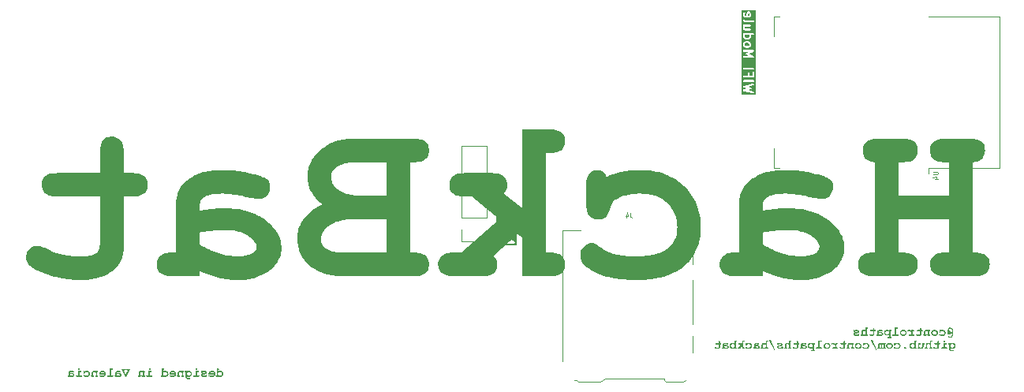
<source format=gbr>
%TF.GenerationSoftware,KiCad,Pcbnew,7.0.10-7.0.10~ubuntu22.04.1*%
%TF.CreationDate,2024-03-26T22:08:59+01:00*%
%TF.ProjectId,hackbat,6861636b-6261-4742-9e6b-696361645f70,rev?*%
%TF.SameCoordinates,Original*%
%TF.FileFunction,Legend,Bot*%
%TF.FilePolarity,Positive*%
%FSLAX46Y46*%
G04 Gerber Fmt 4.6, Leading zero omitted, Abs format (unit mm)*
G04 Created by KiCad (PCBNEW 7.0.10-7.0.10~ubuntu22.04.1) date 2024-03-26 22:08:59*
%MOMM*%
%LPD*%
G01*
G04 APERTURE LIST*
%ADD10C,0.250000*%
%ADD11C,0.300000*%
%ADD12C,0.200000*%
%ADD13C,0.100000*%
%ADD14C,0.120000*%
G04 APERTURE END LIST*
D10*
G36*
X108524501Y-100253785D02*
G01*
X108534916Y-100254357D01*
X108544674Y-100255388D01*
X108555949Y-100257320D01*
X108566198Y-100259967D01*
X108575421Y-100263330D01*
X108585136Y-100268311D01*
X108592031Y-100273499D01*
X108598763Y-100281330D01*
X108603812Y-100290912D01*
X108606734Y-100300236D01*
X108608487Y-100310776D01*
X108609071Y-100322533D01*
X108608697Y-100332325D01*
X108607178Y-100343428D01*
X108604490Y-100353267D01*
X108599721Y-100363405D01*
X108593270Y-100371723D01*
X108585136Y-100378220D01*
X108580463Y-100380839D01*
X108570010Y-100385304D01*
X108560171Y-100388238D01*
X108549307Y-100390456D01*
X108537417Y-100391959D01*
X108527166Y-100392646D01*
X108516259Y-100392875D01*
X108493545Y-100392875D01*
X108493545Y-100565799D01*
X108504759Y-100557281D01*
X108516236Y-100549312D01*
X108527977Y-100541893D01*
X108539981Y-100535024D01*
X108552249Y-100528704D01*
X108564779Y-100522934D01*
X108577574Y-100517713D01*
X108590631Y-100513042D01*
X108603952Y-100508920D01*
X108617536Y-100505348D01*
X108631383Y-100502326D01*
X108645494Y-100499853D01*
X108659868Y-100497930D01*
X108674506Y-100496556D01*
X108689406Y-100495731D01*
X108704570Y-100495457D01*
X108724196Y-100495822D01*
X108743321Y-100496918D01*
X108761946Y-100498745D01*
X108780072Y-100501303D01*
X108797697Y-100504592D01*
X108814823Y-100508611D01*
X108831449Y-100513362D01*
X108847575Y-100518843D01*
X108863200Y-100525055D01*
X108878326Y-100531998D01*
X108892952Y-100539671D01*
X108907078Y-100548076D01*
X108920704Y-100557211D01*
X108933830Y-100567077D01*
X108946457Y-100577674D01*
X108958583Y-100589002D01*
X108970088Y-100600874D01*
X108980851Y-100613105D01*
X108990872Y-100625695D01*
X109000150Y-100638644D01*
X109008686Y-100651951D01*
X109016480Y-100665618D01*
X109023531Y-100679642D01*
X109029841Y-100694026D01*
X109035408Y-100708768D01*
X109040233Y-100723869D01*
X109044315Y-100739329D01*
X109047655Y-100755148D01*
X109050253Y-100771325D01*
X109052109Y-100787861D01*
X109053222Y-100804756D01*
X109053593Y-100822009D01*
X109053222Y-100839236D01*
X109052109Y-100856112D01*
X109050253Y-100872636D01*
X109047655Y-100888810D01*
X109044315Y-100904632D01*
X109040233Y-100920103D01*
X109035408Y-100935223D01*
X109029841Y-100949993D01*
X109023531Y-100964410D01*
X109016480Y-100978477D01*
X109008686Y-100992193D01*
X109000150Y-101005558D01*
X108990872Y-101018571D01*
X108980851Y-101031234D01*
X108970088Y-101043545D01*
X108958583Y-101055505D01*
X108952584Y-101061306D01*
X108940219Y-101072354D01*
X108927366Y-101082666D01*
X108914024Y-101092241D01*
X108900194Y-101101079D01*
X108885875Y-101109181D01*
X108871068Y-101116547D01*
X108855772Y-101123175D01*
X108839988Y-101129068D01*
X108823715Y-101134224D01*
X108806954Y-101138643D01*
X108789704Y-101142326D01*
X108771966Y-101145272D01*
X108753739Y-101147481D01*
X108735024Y-101148955D01*
X108715821Y-101149691D01*
X108706036Y-101149783D01*
X108692183Y-101149513D01*
X108678406Y-101148703D01*
X108664705Y-101147353D01*
X108651081Y-101145463D01*
X108637533Y-101143033D01*
X108624062Y-101140063D01*
X108610667Y-101136553D01*
X108597348Y-101132503D01*
X108584105Y-101127913D01*
X108570939Y-101122783D01*
X108557849Y-101117113D01*
X108544836Y-101110903D01*
X108531898Y-101104153D01*
X108519037Y-101096863D01*
X108506253Y-101089033D01*
X108493545Y-101080662D01*
X108493545Y-101130000D01*
X108330390Y-101130000D01*
X108324680Y-101129931D01*
X108313804Y-101129381D01*
X108303652Y-101128282D01*
X108289785Y-101125603D01*
X108277549Y-101121688D01*
X108266944Y-101116536D01*
X108257971Y-101110147D01*
X108250630Y-101102522D01*
X108244920Y-101093661D01*
X108240841Y-101083563D01*
X108238394Y-101072228D01*
X108237578Y-101059658D01*
X108237941Y-101051140D01*
X108239844Y-101039393D01*
X108243379Y-101028883D01*
X108248545Y-101019609D01*
X108255343Y-101011572D01*
X108263772Y-101004772D01*
X108273833Y-100999207D01*
X108285525Y-100994880D01*
X108298849Y-100991789D01*
X108308637Y-100990415D01*
X108319151Y-100989590D01*
X108330390Y-100989316D01*
X108352861Y-100989316D01*
X108352861Y-100824696D01*
X108493545Y-100824696D01*
X108493773Y-100834455D01*
X108494976Y-100848711D01*
X108497208Y-100862508D01*
X108500471Y-100875845D01*
X108504764Y-100888723D01*
X108510088Y-100901141D01*
X108516442Y-100913100D01*
X108523827Y-100924600D01*
X108532242Y-100935640D01*
X108541687Y-100946221D01*
X108552163Y-100956343D01*
X108555845Y-100959589D01*
X108567294Y-100968708D01*
X108579349Y-100976899D01*
X108592010Y-100984164D01*
X108600786Y-100988491D01*
X108609832Y-100992407D01*
X108619146Y-100995910D01*
X108628730Y-100999001D01*
X108638583Y-101001680D01*
X108648705Y-101003947D01*
X108659095Y-101005802D01*
X108669755Y-101007245D01*
X108680684Y-101008275D01*
X108691882Y-101008893D01*
X108703349Y-101009099D01*
X108714816Y-101008890D01*
X108726014Y-101008264D01*
X108736943Y-101007219D01*
X108747603Y-101005756D01*
X108757994Y-101003876D01*
X108768115Y-101001577D01*
X108777968Y-100998861D01*
X108787552Y-100995727D01*
X108796866Y-100992175D01*
X108805912Y-100988205D01*
X108814689Y-100983817D01*
X108827349Y-100976452D01*
X108839404Y-100968147D01*
X108847104Y-100962087D01*
X108854535Y-100955610D01*
X108864968Y-100945347D01*
X108874373Y-100934616D01*
X108882753Y-100923417D01*
X108890107Y-100911749D01*
X108896435Y-100899614D01*
X108901736Y-100887011D01*
X108906012Y-100873940D01*
X108909261Y-100860401D01*
X108911484Y-100846394D01*
X108912681Y-100831919D01*
X108912909Y-100822009D01*
X108912687Y-100812422D01*
X108911520Y-100798380D01*
X108909353Y-100784747D01*
X108906185Y-100771521D01*
X108902017Y-100758704D01*
X108896848Y-100746294D01*
X108890680Y-100734292D01*
X108883510Y-100722698D01*
X108875341Y-100711511D01*
X108866171Y-100700733D01*
X108856001Y-100690362D01*
X108852393Y-100687026D01*
X108841133Y-100677654D01*
X108829220Y-100669235D01*
X108816655Y-100661769D01*
X108807916Y-100657321D01*
X108798886Y-100653297D01*
X108789567Y-100649696D01*
X108779957Y-100646519D01*
X108770058Y-100643765D01*
X108759868Y-100641436D01*
X108749389Y-100639529D01*
X108738619Y-100638047D01*
X108727560Y-100636988D01*
X108716210Y-100636352D01*
X108704570Y-100636140D01*
X108692781Y-100636344D01*
X108681287Y-100636953D01*
X108670089Y-100637969D01*
X108659187Y-100639392D01*
X108648581Y-100641221D01*
X108638270Y-100643456D01*
X108628255Y-100646098D01*
X108618536Y-100649146D01*
X108609112Y-100652601D01*
X108599985Y-100656462D01*
X108586848Y-100663016D01*
X108574376Y-100670484D01*
X108562571Y-100678867D01*
X108551430Y-100688164D01*
X108541085Y-100698204D01*
X108531758Y-100708815D01*
X108523448Y-100719997D01*
X108516156Y-100731750D01*
X108509881Y-100744074D01*
X108504624Y-100756969D01*
X108500385Y-100770435D01*
X108497162Y-100784472D01*
X108495580Y-100794147D01*
X108494449Y-100804077D01*
X108493771Y-100814259D01*
X108493545Y-100824696D01*
X108352861Y-100824696D01*
X108352861Y-100253656D01*
X108516259Y-100253656D01*
X108524501Y-100253785D01*
G37*
G36*
X107870413Y-100497293D02*
G01*
X107889017Y-100498407D01*
X107907241Y-100500262D01*
X107925085Y-100502860D01*
X107942549Y-100506200D01*
X107959633Y-100510283D01*
X107976338Y-100515108D01*
X107992663Y-100520675D01*
X108008609Y-100526984D01*
X108024175Y-100534036D01*
X108039361Y-100541829D01*
X108054167Y-100550365D01*
X108068593Y-100559644D01*
X108082640Y-100569664D01*
X108096307Y-100580427D01*
X108109595Y-100591933D01*
X108122283Y-100603982D01*
X108134153Y-100616376D01*
X108145204Y-100629116D01*
X108155436Y-100642201D01*
X108164850Y-100655631D01*
X108173445Y-100669407D01*
X108181222Y-100683528D01*
X108188180Y-100697995D01*
X108194319Y-100712807D01*
X108199640Y-100727964D01*
X108204142Y-100743467D01*
X108207826Y-100759315D01*
X108210691Y-100775509D01*
X108212738Y-100792048D01*
X108213966Y-100808932D01*
X108214375Y-100826161D01*
X108213969Y-100843880D01*
X108212749Y-100861195D01*
X108210717Y-100878105D01*
X108207872Y-100894610D01*
X108204214Y-100910711D01*
X108199743Y-100926408D01*
X108194460Y-100941700D01*
X108188363Y-100956587D01*
X108181454Y-100971070D01*
X108173731Y-100985148D01*
X108165196Y-100998822D01*
X108155848Y-101012091D01*
X108145687Y-101024956D01*
X108134714Y-101037416D01*
X108122927Y-101049472D01*
X108110327Y-101061123D01*
X108097061Y-101072185D01*
X108083335Y-101082532D01*
X108069149Y-101092167D01*
X108054503Y-101101087D01*
X108039397Y-101109294D01*
X108023831Y-101116787D01*
X108007806Y-101123567D01*
X107991320Y-101129633D01*
X107974375Y-101134985D01*
X107956970Y-101139624D01*
X107939105Y-101143549D01*
X107920780Y-101146761D01*
X107901995Y-101149258D01*
X107882750Y-101151043D01*
X107872956Y-101151667D01*
X107863046Y-101152113D01*
X107853021Y-101152381D01*
X107842882Y-101152470D01*
X107836482Y-101152442D01*
X107826581Y-101152297D01*
X107816320Y-101152027D01*
X107805698Y-101151633D01*
X107794716Y-101151114D01*
X107783373Y-101150471D01*
X107771670Y-101149703D01*
X107759605Y-101148811D01*
X107747180Y-101147794D01*
X107734395Y-101146653D01*
X107721249Y-101145387D01*
X107716796Y-101144938D01*
X107703316Y-101143334D01*
X107689651Y-101141343D01*
X107675801Y-101138966D01*
X107661767Y-101136202D01*
X107647548Y-101133053D01*
X107637967Y-101130738D01*
X107628303Y-101128252D01*
X107618557Y-101125594D01*
X107608729Y-101122764D01*
X107598819Y-101119762D01*
X107588827Y-101116589D01*
X107578753Y-101113244D01*
X107568597Y-101109727D01*
X107558718Y-101106032D01*
X107549477Y-101102213D01*
X107536810Y-101096252D01*
X107525578Y-101090011D01*
X107515779Y-101083492D01*
X107507414Y-101076693D01*
X107498492Y-101067195D01*
X107492118Y-101057200D01*
X107488294Y-101046709D01*
X107487020Y-101035722D01*
X107487097Y-101032064D01*
X107488256Y-101021525D01*
X107490806Y-101011639D01*
X107494748Y-101002406D01*
X107500080Y-100993825D01*
X107506803Y-100985896D01*
X107508033Y-100984634D01*
X107515761Y-100977902D01*
X107524090Y-100972613D01*
X107534567Y-100968265D01*
X107544198Y-100966101D01*
X107554431Y-100965380D01*
X107561944Y-100965946D01*
X107573035Y-100967646D01*
X107584484Y-100969821D01*
X107594573Y-100971928D01*
X107605951Y-100974444D01*
X107618616Y-100977367D01*
X107632569Y-100980697D01*
X107642587Y-100983145D01*
X107653177Y-100985773D01*
X107664340Y-100988583D01*
X107675693Y-100991393D01*
X107686913Y-100994021D01*
X107698003Y-100996468D01*
X107708960Y-100998734D01*
X107719786Y-101000819D01*
X107730480Y-101002722D01*
X107741043Y-101004444D01*
X107751474Y-101005985D01*
X107761773Y-101007345D01*
X107771940Y-101008523D01*
X107781976Y-101009520D01*
X107791881Y-101010336D01*
X107801653Y-101010970D01*
X107816065Y-101011582D01*
X107830181Y-101011786D01*
X107841483Y-101011665D01*
X107852521Y-101011302D01*
X107863295Y-101010698D01*
X107873805Y-101009851D01*
X107884052Y-101008763D01*
X107894034Y-101007433D01*
X107913208Y-101004047D01*
X107931327Y-100999693D01*
X107948391Y-100994372D01*
X107964399Y-100988084D01*
X107979352Y-100980828D01*
X107993250Y-100972605D01*
X108006093Y-100963414D01*
X108017881Y-100953256D01*
X108028613Y-100942131D01*
X108038290Y-100930038D01*
X108046912Y-100916978D01*
X108054479Y-100902950D01*
X108060990Y-100887955D01*
X107487020Y-100887955D01*
X107487020Y-100833244D01*
X107487424Y-100815303D01*
X107488638Y-100797749D01*
X107490660Y-100780582D01*
X107493438Y-100764124D01*
X107643091Y-100764124D01*
X108056838Y-100764124D01*
X108054723Y-100757184D01*
X108050946Y-100747082D01*
X108046443Y-100737349D01*
X108041214Y-100727985D01*
X108035260Y-100718990D01*
X108028580Y-100710365D01*
X108021175Y-100702109D01*
X108013044Y-100694222D01*
X108004188Y-100686704D01*
X107994606Y-100679556D01*
X107984298Y-100672777D01*
X107977104Y-100668518D01*
X107966013Y-100662645D01*
X107954562Y-100657390D01*
X107942749Y-100652753D01*
X107930576Y-100648734D01*
X107918043Y-100645334D01*
X107905148Y-100642552D01*
X107891893Y-100640388D01*
X107878278Y-100638842D01*
X107864301Y-100637915D01*
X107849965Y-100637606D01*
X107840369Y-100637740D01*
X107826288Y-100638447D01*
X107812580Y-100639758D01*
X107799246Y-100641675D01*
X107786285Y-100644198D01*
X107773698Y-100647325D01*
X107761484Y-100651058D01*
X107749644Y-100655397D01*
X107738177Y-100660341D01*
X107727084Y-100665890D01*
X107716364Y-100672044D01*
X107709466Y-100676440D01*
X107699698Y-100683373D01*
X107690627Y-100690713D01*
X107682250Y-100698462D01*
X107674570Y-100706619D01*
X107667584Y-100715183D01*
X107661295Y-100724156D01*
X107655700Y-100733536D01*
X107650802Y-100743324D01*
X107646599Y-100753520D01*
X107643091Y-100764124D01*
X107493438Y-100764124D01*
X107493492Y-100763803D01*
X107497133Y-100747411D01*
X107501583Y-100731407D01*
X107506842Y-100715789D01*
X107512909Y-100700560D01*
X107519786Y-100685717D01*
X107527472Y-100671262D01*
X107535968Y-100657194D01*
X107545272Y-100643514D01*
X107555385Y-100630220D01*
X107566307Y-100617315D01*
X107578038Y-100604796D01*
X107590579Y-100592665D01*
X107597089Y-100586775D01*
X107610427Y-100575555D01*
X107624188Y-100565083D01*
X107638373Y-100555359D01*
X107652982Y-100546383D01*
X107668015Y-100538155D01*
X107683471Y-100530675D01*
X107699350Y-100523943D01*
X107715653Y-100517959D01*
X107732380Y-100512723D01*
X107749531Y-100508235D01*
X107767105Y-100504495D01*
X107785102Y-100501504D01*
X107803524Y-100499260D01*
X107822369Y-100497764D01*
X107841637Y-100497016D01*
X107851430Y-100496922D01*
X107870413Y-100497293D01*
G37*
G36*
X106709595Y-100641758D02*
G01*
X106709828Y-100652722D01*
X106710526Y-100663022D01*
X106712054Y-100674964D01*
X106714309Y-100685868D01*
X106717292Y-100695734D01*
X106721831Y-100706204D01*
X106724494Y-100710879D01*
X106730908Y-100718930D01*
X106739160Y-100725316D01*
X106749249Y-100730036D01*
X106759060Y-100732696D01*
X106770148Y-100734200D01*
X106779937Y-100734570D01*
X106790641Y-100733834D01*
X106800527Y-100731625D01*
X106809594Y-100727944D01*
X106818956Y-100721933D01*
X106822191Y-100719183D01*
X106829272Y-100712346D01*
X106836649Y-100704274D01*
X106843262Y-100695928D01*
X106849113Y-100687307D01*
X106849790Y-100686210D01*
X106856721Y-100677555D01*
X106865540Y-100670207D01*
X106875145Y-100664076D01*
X106884593Y-100659085D01*
X106895352Y-100654201D01*
X106897662Y-100653237D01*
X106907351Y-100649574D01*
X106917858Y-100646399D01*
X106929181Y-100643712D01*
X106941320Y-100641514D01*
X106954276Y-100639804D01*
X106964530Y-100638842D01*
X106975242Y-100638155D01*
X106986414Y-100637743D01*
X106998046Y-100637606D01*
X107007982Y-100637737D01*
X107020945Y-100638319D01*
X107033578Y-100639366D01*
X107045884Y-100640880D01*
X107057861Y-100642858D01*
X107069511Y-100645303D01*
X107080832Y-100648213D01*
X107091825Y-100651588D01*
X107094521Y-100652505D01*
X107104539Y-100656249D01*
X107115183Y-100661154D01*
X107123740Y-100666309D01*
X107131253Y-100672827D01*
X107136596Y-100682077D01*
X107137264Y-100686943D01*
X107135092Y-100696909D01*
X107128574Y-100705742D01*
X107119824Y-100712237D01*
X107110652Y-100716866D01*
X107099548Y-100720991D01*
X107089953Y-100723755D01*
X107079272Y-100726235D01*
X107075471Y-100726999D01*
X107063612Y-100729262D01*
X107051207Y-100731564D01*
X107038258Y-100733905D01*
X107024763Y-100736284D01*
X107010724Y-100738702D01*
X107001061Y-100740335D01*
X106991155Y-100741986D01*
X106981008Y-100743653D01*
X106970618Y-100745338D01*
X106959986Y-100747040D01*
X106949111Y-100748760D01*
X106937994Y-100750496D01*
X106926635Y-100752250D01*
X106920865Y-100753133D01*
X106909404Y-100754928D01*
X106898288Y-100756835D01*
X106887514Y-100758852D01*
X106877084Y-100760979D01*
X106866998Y-100763217D01*
X106857255Y-100765566D01*
X106843284Y-100769297D01*
X106830087Y-100773277D01*
X106817662Y-100777506D01*
X106806010Y-100781984D01*
X106795130Y-100786711D01*
X106785024Y-100791687D01*
X106778715Y-100795143D01*
X106770193Y-100800053D01*
X106759383Y-100807062D01*
X106749207Y-100814597D01*
X106739664Y-100822659D01*
X106730755Y-100831248D01*
X106722479Y-100840363D01*
X106714837Y-100850005D01*
X106707829Y-100860173D01*
X106706175Y-100862798D01*
X106700050Y-100873415D01*
X106694742Y-100884261D01*
X106690250Y-100895336D01*
X106686575Y-100906639D01*
X106683716Y-100918172D01*
X106681675Y-100929934D01*
X106680450Y-100941925D01*
X106680041Y-100954145D01*
X106680388Y-100964746D01*
X106681427Y-100975119D01*
X106683158Y-100985263D01*
X106685583Y-100995177D01*
X106688700Y-101004863D01*
X106692509Y-101014320D01*
X106697011Y-101023548D01*
X106702206Y-101032547D01*
X106708094Y-101041316D01*
X106714674Y-101049857D01*
X106721947Y-101058169D01*
X106729913Y-101066252D01*
X106738571Y-101074106D01*
X106747922Y-101081731D01*
X106757965Y-101089127D01*
X106768702Y-101096294D01*
X106779971Y-101103097D01*
X106791615Y-101109460D01*
X106803632Y-101115385D01*
X106816024Y-101120871D01*
X106828789Y-101125918D01*
X106841929Y-101130526D01*
X106855442Y-101134695D01*
X106869330Y-101138426D01*
X106883591Y-101141717D01*
X106898227Y-101144570D01*
X106913236Y-101146984D01*
X106928620Y-101148959D01*
X106944377Y-101150495D01*
X106960508Y-101151592D01*
X106977014Y-101152250D01*
X106993893Y-101152470D01*
X107009046Y-101152311D01*
X107023912Y-101151833D01*
X107038493Y-101151036D01*
X107052786Y-101149921D01*
X107066794Y-101148487D01*
X107080516Y-101146734D01*
X107093951Y-101144663D01*
X107107100Y-101142273D01*
X107119963Y-101139564D01*
X107132539Y-101136537D01*
X107144830Y-101133191D01*
X107156834Y-101129526D01*
X107168552Y-101125543D01*
X107179984Y-101121241D01*
X107191129Y-101116621D01*
X107201988Y-101111681D01*
X107210051Y-101117409D01*
X107219697Y-101122593D01*
X107229599Y-101126164D01*
X107239759Y-101128123D01*
X107247173Y-101128534D01*
X107260006Y-101127718D01*
X107271577Y-101125271D01*
X107281885Y-101121192D01*
X107290931Y-101115482D01*
X107298715Y-101108141D01*
X107305236Y-101099168D01*
X107310496Y-101088563D01*
X107314493Y-101076327D01*
X107317228Y-101062460D01*
X107318350Y-101052308D01*
X107318911Y-101041432D01*
X107318981Y-101035722D01*
X107318981Y-100989316D01*
X107318700Y-100977899D01*
X107317859Y-100967219D01*
X107316456Y-100957276D01*
X107313301Y-100943742D01*
X107308883Y-100931865D01*
X107303203Y-100921646D01*
X107296260Y-100913083D01*
X107288056Y-100906178D01*
X107278589Y-100900930D01*
X107267860Y-100897340D01*
X107255869Y-100895406D01*
X107247173Y-100895038D01*
X107234351Y-100896007D01*
X107222627Y-100898915D01*
X107212002Y-100903762D01*
X107202477Y-100910547D01*
X107194050Y-100919271D01*
X107186723Y-100929934D01*
X107181949Y-100939203D01*
X107177793Y-100949563D01*
X107175366Y-100957076D01*
X107167581Y-100963701D01*
X107159368Y-100969898D01*
X107150728Y-100975669D01*
X107141660Y-100981011D01*
X107132165Y-100985927D01*
X107122243Y-100990415D01*
X107111893Y-100994475D01*
X107101116Y-100998108D01*
X107089911Y-101001314D01*
X107078279Y-101004092D01*
X107066220Y-101006443D01*
X107053733Y-101008367D01*
X107040819Y-101009863D01*
X107027477Y-101010931D01*
X107013708Y-101011572D01*
X106999511Y-101011786D01*
X106987037Y-101011625D01*
X106974893Y-101011142D01*
X106963080Y-101010337D01*
X106951597Y-101009210D01*
X106940446Y-101007761D01*
X106929624Y-101005990D01*
X106919133Y-101003897D01*
X106908973Y-101001482D01*
X106899144Y-100998745D01*
X106889645Y-100995686D01*
X106883496Y-100993468D01*
X106872104Y-100988800D01*
X106862231Y-100983958D01*
X106852026Y-100977657D01*
X106844195Y-100971082D01*
X106837929Y-100962831D01*
X106834939Y-100952704D01*
X106834891Y-100951214D01*
X106836450Y-100941275D01*
X106841125Y-100931977D01*
X106848918Y-100923318D01*
X106859827Y-100915299D01*
X106868832Y-100910308D01*
X106879221Y-100905601D01*
X106890997Y-100901179D01*
X106904157Y-100897041D01*
X106918703Y-100893188D01*
X106934634Y-100889619D01*
X106951950Y-100886334D01*
X106970652Y-100883333D01*
X106980523Y-100881940D01*
X106990739Y-100880617D01*
X107001302Y-100879366D01*
X107012212Y-100878185D01*
X107030364Y-100876146D01*
X107047879Y-100873877D01*
X107064756Y-100871376D01*
X107080997Y-100868644D01*
X107096599Y-100865682D01*
X107111565Y-100862489D01*
X107125893Y-100859065D01*
X107139584Y-100855409D01*
X107152638Y-100851524D01*
X107165054Y-100847407D01*
X107176833Y-100843059D01*
X107187975Y-100838480D01*
X107198479Y-100833671D01*
X107208346Y-100828631D01*
X107217576Y-100823359D01*
X107226168Y-100817857D01*
X107234154Y-100812061D01*
X107245166Y-100802813D01*
X107255020Y-100792899D01*
X107263714Y-100782319D01*
X107271248Y-100771074D01*
X107277624Y-100759164D01*
X107282840Y-100746588D01*
X107286898Y-100733346D01*
X107289796Y-100719440D01*
X107291534Y-100704867D01*
X107292050Y-100694783D01*
X107292114Y-100689630D01*
X107291795Y-100679214D01*
X107290839Y-100669033D01*
X107289246Y-100659087D01*
X107287015Y-100649375D01*
X107284147Y-100639899D01*
X107280642Y-100630656D01*
X107276500Y-100621649D01*
X107271720Y-100612876D01*
X107266302Y-100604338D01*
X107260248Y-100596035D01*
X107253556Y-100587966D01*
X107246227Y-100580133D01*
X107238260Y-100572533D01*
X107229656Y-100565169D01*
X107220415Y-100558039D01*
X107210537Y-100551144D01*
X107200164Y-100544578D01*
X107189440Y-100538436D01*
X107178365Y-100532717D01*
X107166939Y-100527422D01*
X107155162Y-100522550D01*
X107143034Y-100518102D01*
X107130555Y-100514078D01*
X107117725Y-100510478D01*
X107104543Y-100507300D01*
X107091010Y-100504547D01*
X107077127Y-100502217D01*
X107062892Y-100500311D01*
X107048306Y-100498828D01*
X107033369Y-100497769D01*
X107018081Y-100497134D01*
X107002442Y-100496922D01*
X106989682Y-100497065D01*
X106977109Y-100497494D01*
X106964724Y-100498210D01*
X106952525Y-100499212D01*
X106940513Y-100500500D01*
X106928688Y-100502074D01*
X106917050Y-100503934D01*
X106905600Y-100506081D01*
X106894336Y-100508514D01*
X106883259Y-100511233D01*
X106872369Y-100514238D01*
X106861666Y-100517530D01*
X106851151Y-100521108D01*
X106840822Y-100524972D01*
X106830680Y-100529122D01*
X106820725Y-100533558D01*
X106815571Y-100523004D01*
X106809725Y-100514238D01*
X106801796Y-100506081D01*
X106792872Y-100500500D01*
X106782952Y-100497494D01*
X106775785Y-100496922D01*
X106763956Y-100497738D01*
X106753290Y-100500185D01*
X106743789Y-100504264D01*
X106735450Y-100509974D01*
X106728275Y-100517315D01*
X106722264Y-100526288D01*
X106717416Y-100536893D01*
X106713732Y-100549129D01*
X106711211Y-100562996D01*
X106710177Y-100573148D01*
X106709659Y-100584024D01*
X106709595Y-100589734D01*
X106709595Y-100641758D01*
G37*
G36*
X105918248Y-100989316D02*
G01*
X105907009Y-100989590D01*
X105896495Y-100990415D01*
X105886706Y-100991789D01*
X105873383Y-100994880D01*
X105861690Y-100999207D01*
X105851630Y-101004772D01*
X105843200Y-101011572D01*
X105836403Y-101019609D01*
X105831236Y-101028883D01*
X105827702Y-101039393D01*
X105825798Y-101051140D01*
X105825436Y-101059658D01*
X105826251Y-101072228D01*
X105828699Y-101083563D01*
X105832777Y-101093661D01*
X105838487Y-101102522D01*
X105845829Y-101110147D01*
X105854802Y-101116536D01*
X105865407Y-101121688D01*
X105877643Y-101125603D01*
X105891510Y-101128282D01*
X105901661Y-101129381D01*
X105912538Y-101129931D01*
X105918248Y-101130000D01*
X106402337Y-101130000D01*
X106413576Y-101129725D01*
X106424090Y-101128900D01*
X106433879Y-101127527D01*
X106447203Y-101124435D01*
X106458895Y-101120108D01*
X106468955Y-101114544D01*
X106477385Y-101107743D01*
X106484182Y-101099706D01*
X106489349Y-101090432D01*
X106492884Y-101079922D01*
X106494787Y-101068176D01*
X106495150Y-101059658D01*
X106494776Y-101049869D01*
X106493256Y-101038781D01*
X106490568Y-101028970D01*
X106485800Y-101018880D01*
X106479348Y-101010629D01*
X106471214Y-101004214D01*
X106461499Y-100999151D01*
X106452276Y-100995732D01*
X106442027Y-100993040D01*
X106430752Y-100991076D01*
X106420994Y-100990029D01*
X106410579Y-100989447D01*
X106402337Y-100989316D01*
X106230635Y-100989316D01*
X106230635Y-100655924D01*
X106340300Y-100655924D01*
X106351716Y-100655649D01*
X106362396Y-100654825D01*
X106372339Y-100653451D01*
X106385873Y-100650360D01*
X106397750Y-100646032D01*
X106407970Y-100640468D01*
X106416532Y-100633668D01*
X106423437Y-100625630D01*
X106428685Y-100616357D01*
X106432276Y-100605847D01*
X106434209Y-100594100D01*
X106434577Y-100585582D01*
X106434196Y-100575461D01*
X106432645Y-100564055D01*
X106429902Y-100554033D01*
X106425037Y-100543832D01*
X106418453Y-100535623D01*
X106410153Y-100529406D01*
X106400181Y-100524592D01*
X106390769Y-100521341D01*
X106380355Y-100518782D01*
X106368940Y-100516914D01*
X106359086Y-100515918D01*
X106348591Y-100515365D01*
X106340300Y-100515240D01*
X106089951Y-100515240D01*
X106089951Y-100989316D01*
X105918248Y-100989316D01*
G37*
G36*
X106109734Y-100253656D02*
G01*
X106109734Y-100401179D01*
X106275575Y-100401179D01*
X106275575Y-100253656D01*
X106109734Y-100253656D01*
G37*
G36*
X105382349Y-100495822D02*
G01*
X105399537Y-100496918D01*
X105416359Y-100498745D01*
X105432815Y-100501303D01*
X105448905Y-100504592D01*
X105464628Y-100508611D01*
X105479985Y-100513362D01*
X105494975Y-100518843D01*
X105509599Y-100525055D01*
X105523857Y-100531998D01*
X105537748Y-100539671D01*
X105551273Y-100548076D01*
X105564432Y-100557211D01*
X105577224Y-100567077D01*
X105589650Y-100577674D01*
X105601709Y-100589002D01*
X105613214Y-100600879D01*
X105623977Y-100613124D01*
X105633998Y-100625738D01*
X105643276Y-100638720D01*
X105651812Y-100652071D01*
X105659606Y-100665789D01*
X105666658Y-100679876D01*
X105672967Y-100694331D01*
X105678534Y-100709155D01*
X105683359Y-100724346D01*
X105687441Y-100739906D01*
X105690782Y-100755835D01*
X105693379Y-100772131D01*
X105695235Y-100788796D01*
X105696349Y-100805829D01*
X105696720Y-100823230D01*
X105696349Y-100840484D01*
X105695235Y-100857379D01*
X105693379Y-100873915D01*
X105690782Y-100890092D01*
X105687441Y-100905911D01*
X105683359Y-100921370D01*
X105678534Y-100936471D01*
X105672967Y-100951214D01*
X105666658Y-100965597D01*
X105659606Y-100979622D01*
X105651812Y-100993288D01*
X105643276Y-101006596D01*
X105633998Y-101019544D01*
X105623977Y-101032134D01*
X105613214Y-101044366D01*
X105601709Y-101056238D01*
X105589650Y-101067566D01*
X105577224Y-101078163D01*
X105564432Y-101088029D01*
X105551273Y-101097164D01*
X105537748Y-101105569D01*
X105523857Y-101113242D01*
X105509599Y-101120185D01*
X105494975Y-101126397D01*
X105479985Y-101131878D01*
X105464628Y-101136628D01*
X105448905Y-101140648D01*
X105432815Y-101143937D01*
X105416359Y-101146494D01*
X105399537Y-101148322D01*
X105382349Y-101149418D01*
X105364794Y-101149783D01*
X105351653Y-101149513D01*
X105338610Y-101148703D01*
X105325664Y-101147353D01*
X105312816Y-101145463D01*
X105300065Y-101143033D01*
X105287411Y-101140063D01*
X105274854Y-101136553D01*
X105262395Y-101132503D01*
X105250033Y-101127913D01*
X105237768Y-101122783D01*
X105225601Y-101117113D01*
X105213531Y-101110903D01*
X105201558Y-101104153D01*
X105189683Y-101096863D01*
X105177905Y-101089033D01*
X105166224Y-101080662D01*
X105166224Y-101158087D01*
X105166774Y-101171086D01*
X105168422Y-101183336D01*
X105171170Y-101194838D01*
X105175017Y-101205593D01*
X105179963Y-101215599D01*
X105186008Y-101224857D01*
X105193152Y-101233368D01*
X105201395Y-101241130D01*
X105203620Y-101242948D01*
X105213042Y-101249644D01*
X105223304Y-101255416D01*
X105234406Y-101260265D01*
X105246347Y-101264190D01*
X105255854Y-101266527D01*
X105265833Y-101268346D01*
X105276284Y-101269644D01*
X105287208Y-101270424D01*
X105298604Y-101270683D01*
X105451988Y-101270683D01*
X105460230Y-101270812D01*
X105470645Y-101271385D01*
X105480403Y-101272415D01*
X105491678Y-101274347D01*
X105501927Y-101276995D01*
X105511150Y-101280358D01*
X105520865Y-101285338D01*
X105528999Y-101291835D01*
X105535451Y-101300153D01*
X105540219Y-101310291D01*
X105542907Y-101320130D01*
X105544427Y-101331233D01*
X105544801Y-101341025D01*
X105544438Y-101349543D01*
X105542535Y-101361290D01*
X105539000Y-101371800D01*
X105533834Y-101381074D01*
X105527036Y-101389111D01*
X105518607Y-101395911D01*
X105508546Y-101401475D01*
X105496854Y-101405803D01*
X105483530Y-101408894D01*
X105473741Y-101410268D01*
X105463227Y-101411092D01*
X105451988Y-101411367D01*
X105294452Y-101411367D01*
X105280163Y-101411090D01*
X105266177Y-101410257D01*
X105252494Y-101408869D01*
X105239115Y-101406925D01*
X105226040Y-101404426D01*
X105213268Y-101401372D01*
X105200799Y-101397763D01*
X105188633Y-101393599D01*
X105176771Y-101388879D01*
X105165213Y-101383604D01*
X105153958Y-101377773D01*
X105143006Y-101371388D01*
X105132357Y-101364447D01*
X105122012Y-101356951D01*
X105111971Y-101348899D01*
X105102233Y-101340293D01*
X105092946Y-101331252D01*
X105084258Y-101321898D01*
X105076169Y-101312231D01*
X105068680Y-101302252D01*
X105061789Y-101291959D01*
X105055498Y-101281354D01*
X105049806Y-101270435D01*
X105044713Y-101259204D01*
X105040220Y-101247660D01*
X105036325Y-101235802D01*
X105033030Y-101223632D01*
X105030334Y-101211149D01*
X105028237Y-101198353D01*
X105026739Y-101185244D01*
X105025840Y-101171822D01*
X105025540Y-101158087D01*
X105025540Y-100824696D01*
X105166224Y-100824696D01*
X105166733Y-100838747D01*
X105168259Y-100852417D01*
X105170803Y-100865704D01*
X105174364Y-100878609D01*
X105178943Y-100891132D01*
X105184540Y-100903272D01*
X105191153Y-100915031D01*
X105198785Y-100926408D01*
X105207434Y-100937402D01*
X105217100Y-100948015D01*
X105224110Y-100954877D01*
X105227734Y-100958213D01*
X105238871Y-100967586D01*
X105250403Y-100976005D01*
X105262330Y-100983471D01*
X105274652Y-100989984D01*
X105287369Y-100995544D01*
X105300480Y-101000151D01*
X105313987Y-101003804D01*
X105327889Y-101006505D01*
X105342186Y-101008252D01*
X105351937Y-101008887D01*
X105361863Y-101009099D01*
X105366847Y-101009046D01*
X105376682Y-101008616D01*
X105391097Y-101007167D01*
X105405109Y-101004752D01*
X105418718Y-101001371D01*
X105431923Y-100997024D01*
X105444724Y-100991711D01*
X105457122Y-100985432D01*
X105469116Y-100978187D01*
X105480706Y-100969976D01*
X105491893Y-100960799D01*
X105499127Y-100954145D01*
X105506018Y-100947188D01*
X105515522Y-100936429D01*
X105524025Y-100925278D01*
X105531527Y-100913737D01*
X105538030Y-100901805D01*
X105543531Y-100889483D01*
X105548033Y-100876769D01*
X105551534Y-100863665D01*
X105554035Y-100850171D01*
X105555536Y-100836285D01*
X105556036Y-100822009D01*
X105555813Y-100812422D01*
X105554646Y-100798380D01*
X105552479Y-100784747D01*
X105549311Y-100771521D01*
X105545143Y-100758704D01*
X105539975Y-100746294D01*
X105533806Y-100734292D01*
X105526637Y-100722698D01*
X105518467Y-100711511D01*
X105509297Y-100700733D01*
X105499127Y-100690362D01*
X105488209Y-100680672D01*
X105476888Y-100671935D01*
X105465163Y-100664152D01*
X105453034Y-100657321D01*
X105440502Y-100651443D01*
X105427566Y-100646519D01*
X105414227Y-100642548D01*
X105400484Y-100639529D01*
X105386337Y-100637464D01*
X105371787Y-100636352D01*
X105361863Y-100636140D01*
X105351762Y-100636355D01*
X105341854Y-100636999D01*
X105332139Y-100638072D01*
X105317927Y-100640487D01*
X105304149Y-100643868D01*
X105290805Y-100648215D01*
X105277894Y-100653528D01*
X105265417Y-100659807D01*
X105253373Y-100667052D01*
X105241763Y-100675263D01*
X105230587Y-100684440D01*
X105223377Y-100691095D01*
X105216456Y-100698057D01*
X105206912Y-100708847D01*
X105198373Y-100720053D01*
X105190838Y-100731676D01*
X105184308Y-100743715D01*
X105178782Y-100756171D01*
X105174261Y-100769043D01*
X105170745Y-100782331D01*
X105168233Y-100796037D01*
X105166727Y-100810158D01*
X105166224Y-100824696D01*
X105025540Y-100824696D01*
X105025540Y-100655924D01*
X105003070Y-100655924D01*
X104997360Y-100655855D01*
X104986483Y-100655306D01*
X104976332Y-100654207D01*
X104962465Y-100651528D01*
X104950229Y-100647612D01*
X104939624Y-100642460D01*
X104930651Y-100636072D01*
X104923309Y-100628447D01*
X104917599Y-100619585D01*
X104913521Y-100609487D01*
X104911073Y-100598153D01*
X104910258Y-100585582D01*
X104910620Y-100577064D01*
X104912524Y-100565318D01*
X104916058Y-100554808D01*
X104921225Y-100545534D01*
X104928023Y-100537497D01*
X104936452Y-100530696D01*
X104946512Y-100525132D01*
X104958205Y-100520804D01*
X104971528Y-100517713D01*
X104981317Y-100516339D01*
X104991831Y-100515515D01*
X105003070Y-100515240D01*
X105166224Y-100515240D01*
X105166224Y-100565799D01*
X105176731Y-100557281D01*
X105187492Y-100549312D01*
X105198507Y-100541893D01*
X105209776Y-100535024D01*
X105221298Y-100528704D01*
X105233074Y-100522934D01*
X105245104Y-100517713D01*
X105257388Y-100513042D01*
X105269925Y-100508920D01*
X105282717Y-100505348D01*
X105295762Y-100502326D01*
X105309060Y-100499853D01*
X105322613Y-100497930D01*
X105336419Y-100496556D01*
X105350480Y-100495731D01*
X105364794Y-100495457D01*
X105382349Y-100495822D01*
G37*
G36*
X104778611Y-101130000D02*
G01*
X104789879Y-101129725D01*
X104800421Y-101128900D01*
X104810235Y-101127527D01*
X104823594Y-101124435D01*
X104835317Y-101120108D01*
X104845404Y-101114544D01*
X104853856Y-101107743D01*
X104860671Y-101099706D01*
X104865851Y-101090432D01*
X104869395Y-101079922D01*
X104871304Y-101068176D01*
X104871667Y-101059658D01*
X104870849Y-101047087D01*
X104868396Y-101035752D01*
X104864306Y-101025654D01*
X104858581Y-101016793D01*
X104851220Y-101009168D01*
X104842224Y-101002780D01*
X104831591Y-100997628D01*
X104819323Y-100993712D01*
X104805419Y-100991033D01*
X104795241Y-100989934D01*
X104784336Y-100989384D01*
X104778611Y-100989316D01*
X104770307Y-100989316D01*
X104770307Y-100655924D01*
X104780688Y-100655306D01*
X104790399Y-100654184D01*
X104803711Y-100651556D01*
X104815515Y-100647795D01*
X104825813Y-100642901D01*
X104834603Y-100636873D01*
X104841887Y-100629712D01*
X104847664Y-100621417D01*
X104851934Y-100611989D01*
X104854696Y-100601427D01*
X104855952Y-100589732D01*
X104856036Y-100585582D01*
X104855207Y-100573011D01*
X104852721Y-100561677D01*
X104848578Y-100551579D01*
X104842778Y-100542718D01*
X104835320Y-100535093D01*
X104826206Y-100528704D01*
X104815434Y-100523552D01*
X104803005Y-100519637D01*
X104788918Y-100516958D01*
X104778607Y-100515858D01*
X104767558Y-100515309D01*
X104761758Y-100515240D01*
X104629623Y-100515240D01*
X104629623Y-100582651D01*
X104620174Y-100573972D01*
X104610881Y-100565796D01*
X104601742Y-100558121D01*
X104592757Y-100550949D01*
X104583927Y-100544280D01*
X104575252Y-100538112D01*
X104566731Y-100532447D01*
X104558365Y-100527284D01*
X104547450Y-100521182D01*
X104536810Y-100515973D01*
X104526006Y-100511508D01*
X104514722Y-100507638D01*
X104502956Y-100504364D01*
X104490710Y-100501685D01*
X104477982Y-100499601D01*
X104468121Y-100498429D01*
X104457990Y-100497592D01*
X104447588Y-100497089D01*
X104436915Y-100496922D01*
X104423331Y-100497164D01*
X104410056Y-100497891D01*
X104397090Y-100499103D01*
X104384433Y-100500799D01*
X104372086Y-100502980D01*
X104360047Y-100505646D01*
X104348318Y-100508796D01*
X104336898Y-100512431D01*
X104325786Y-100516551D01*
X104314984Y-100521156D01*
X104304492Y-100526245D01*
X104294308Y-100531818D01*
X104284433Y-100537877D01*
X104274868Y-100544420D01*
X104265611Y-100551447D01*
X104256664Y-100558960D01*
X104248146Y-100566882D01*
X104240177Y-100575202D01*
X104232759Y-100583918D01*
X104225889Y-100593032D01*
X104219569Y-100602542D01*
X104213799Y-100612449D01*
X104208579Y-100622753D01*
X104203907Y-100633454D01*
X104199786Y-100644552D01*
X104196214Y-100656046D01*
X104193191Y-100667938D01*
X104190718Y-100680226D01*
X104188795Y-100692912D01*
X104187421Y-100705994D01*
X104186597Y-100719473D01*
X104186322Y-100733349D01*
X104186322Y-100989316D01*
X104175941Y-100989590D01*
X104161625Y-100991033D01*
X104148815Y-100993712D01*
X104137513Y-100997628D01*
X104127718Y-101002780D01*
X104119430Y-101009168D01*
X104112648Y-101016793D01*
X104107374Y-101025654D01*
X104103607Y-101035752D01*
X104101346Y-101047087D01*
X104100593Y-101059658D01*
X104101408Y-101072228D01*
X104103856Y-101083563D01*
X104107934Y-101093661D01*
X104113644Y-101102522D01*
X104120986Y-101110147D01*
X104129959Y-101116536D01*
X104140564Y-101121688D01*
X104152800Y-101125603D01*
X104166667Y-101128282D01*
X104176818Y-101129381D01*
X104187695Y-101129931D01*
X104193405Y-101130000D01*
X104318702Y-101130000D01*
X104330118Y-101129725D01*
X104340798Y-101128900D01*
X104350741Y-101127527D01*
X104364275Y-101124435D01*
X104376152Y-101120108D01*
X104386372Y-101114544D01*
X104394934Y-101107743D01*
X104401839Y-101099706D01*
X104407087Y-101090432D01*
X104410678Y-101079922D01*
X104412611Y-101068176D01*
X104412979Y-101059658D01*
X104412224Y-101047087D01*
X104409957Y-101035752D01*
X104406179Y-101025654D01*
X104400889Y-101016793D01*
X104394089Y-101009168D01*
X104385777Y-101002780D01*
X104375954Y-100997628D01*
X104364619Y-100993712D01*
X104351774Y-100991033D01*
X104337417Y-100989590D01*
X104327006Y-100989316D01*
X104327006Y-100738967D01*
X104327501Y-100726693D01*
X104328986Y-100715210D01*
X104331462Y-100704520D01*
X104334928Y-100694621D01*
X104339385Y-100685515D01*
X104344832Y-100677200D01*
X104351269Y-100669677D01*
X104358696Y-100662946D01*
X104367114Y-100657007D01*
X104376522Y-100651860D01*
X104386921Y-100647504D01*
X104398309Y-100643941D01*
X104410689Y-100641169D01*
X104424058Y-100639190D01*
X104438418Y-100638002D01*
X104453768Y-100637606D01*
X104465881Y-100637938D01*
X104477673Y-100638934D01*
X104489145Y-100640594D01*
X104500296Y-100642918D01*
X104511127Y-100645906D01*
X104521637Y-100649559D01*
X104531826Y-100653875D01*
X104541695Y-100658855D01*
X104551511Y-100664614D01*
X104561662Y-100671388D01*
X104572149Y-100679177D01*
X104580235Y-100685685D01*
X104588510Y-100692764D01*
X104596973Y-100700414D01*
X104605626Y-100708635D01*
X104614467Y-100717427D01*
X104623498Y-100726790D01*
X104629623Y-100733349D01*
X104629623Y-100989316D01*
X104621074Y-100989316D01*
X104609835Y-100989590D01*
X104599321Y-100990415D01*
X104589532Y-100991789D01*
X104576209Y-100994880D01*
X104564517Y-100999207D01*
X104554456Y-101004772D01*
X104546027Y-101011572D01*
X104539229Y-101019609D01*
X104534063Y-101028883D01*
X104530528Y-101039393D01*
X104528624Y-101051140D01*
X104528262Y-101059658D01*
X104529078Y-101072228D01*
X104531525Y-101083563D01*
X104535603Y-101093661D01*
X104541314Y-101102522D01*
X104548655Y-101110147D01*
X104557628Y-101116536D01*
X104568233Y-101121688D01*
X104580469Y-101125603D01*
X104594336Y-101128282D01*
X104604488Y-101129381D01*
X104615364Y-101129931D01*
X104621074Y-101130000D01*
X104778611Y-101130000D01*
G37*
G36*
X103674321Y-100497293D02*
G01*
X103692925Y-100498407D01*
X103711148Y-100500262D01*
X103728992Y-100502860D01*
X103746457Y-100506200D01*
X103763541Y-100510283D01*
X103780246Y-100515108D01*
X103796571Y-100520675D01*
X103812517Y-100526984D01*
X103828083Y-100534036D01*
X103843269Y-100541829D01*
X103858075Y-100550365D01*
X103872501Y-100559644D01*
X103886548Y-100569664D01*
X103900215Y-100580427D01*
X103913503Y-100591933D01*
X103926191Y-100603982D01*
X103938060Y-100616376D01*
X103949112Y-100629116D01*
X103959344Y-100642201D01*
X103968758Y-100655631D01*
X103977353Y-100669407D01*
X103985130Y-100683528D01*
X103992088Y-100697995D01*
X103998227Y-100712807D01*
X104003548Y-100727964D01*
X104008050Y-100743467D01*
X104011734Y-100759315D01*
X104014599Y-100775509D01*
X104016646Y-100792048D01*
X104017874Y-100808932D01*
X104018283Y-100826161D01*
X104017876Y-100843880D01*
X104016657Y-100861195D01*
X104014625Y-100878105D01*
X104011780Y-100894610D01*
X104008122Y-100910711D01*
X104003651Y-100926408D01*
X103998367Y-100941700D01*
X103992271Y-100956587D01*
X103985362Y-100971070D01*
X103977639Y-100985148D01*
X103969104Y-100998822D01*
X103959756Y-101012091D01*
X103949595Y-101024956D01*
X103938621Y-101037416D01*
X103926835Y-101049472D01*
X103914235Y-101061123D01*
X103900969Y-101072185D01*
X103887243Y-101082532D01*
X103873057Y-101092167D01*
X103858411Y-101101087D01*
X103843305Y-101109294D01*
X103827739Y-101116787D01*
X103811713Y-101123567D01*
X103795228Y-101129633D01*
X103778283Y-101134985D01*
X103760878Y-101139624D01*
X103743013Y-101143549D01*
X103724688Y-101146761D01*
X103705903Y-101149258D01*
X103686658Y-101151043D01*
X103676864Y-101151667D01*
X103666954Y-101152113D01*
X103656929Y-101152381D01*
X103646789Y-101152470D01*
X103640390Y-101152442D01*
X103630489Y-101152297D01*
X103620228Y-101152027D01*
X103609606Y-101151633D01*
X103598624Y-101151114D01*
X103587281Y-101150471D01*
X103575577Y-101149703D01*
X103563513Y-101148811D01*
X103551088Y-101147794D01*
X103538303Y-101146653D01*
X103525157Y-101145387D01*
X103520704Y-101144938D01*
X103507224Y-101143334D01*
X103493559Y-101141343D01*
X103479709Y-101138966D01*
X103465675Y-101136202D01*
X103451456Y-101133053D01*
X103441874Y-101130738D01*
X103432211Y-101128252D01*
X103422465Y-101125594D01*
X103412637Y-101122764D01*
X103402727Y-101119762D01*
X103392735Y-101116589D01*
X103382661Y-101113244D01*
X103372505Y-101109727D01*
X103362626Y-101106032D01*
X103353385Y-101102213D01*
X103340718Y-101096252D01*
X103329486Y-101090011D01*
X103319687Y-101083492D01*
X103311322Y-101076693D01*
X103302399Y-101067195D01*
X103296026Y-101057200D01*
X103292202Y-101046709D01*
X103290928Y-101035722D01*
X103291005Y-101032064D01*
X103292164Y-101021525D01*
X103294714Y-101011639D01*
X103298656Y-101002406D01*
X103303988Y-100993825D01*
X103310711Y-100985896D01*
X103311941Y-100984634D01*
X103319669Y-100977902D01*
X103327998Y-100972613D01*
X103338475Y-100968265D01*
X103348106Y-100966101D01*
X103358339Y-100965380D01*
X103365852Y-100965946D01*
X103376943Y-100967646D01*
X103388392Y-100969821D01*
X103398481Y-100971928D01*
X103409859Y-100974444D01*
X103422524Y-100977367D01*
X103436477Y-100980697D01*
X103446495Y-100983145D01*
X103457085Y-100985773D01*
X103468248Y-100988583D01*
X103479600Y-100991393D01*
X103490821Y-100994021D01*
X103501911Y-100996468D01*
X103512868Y-100998734D01*
X103523694Y-101000819D01*
X103534388Y-101002722D01*
X103544951Y-101004444D01*
X103555382Y-101005985D01*
X103565681Y-101007345D01*
X103575848Y-101008523D01*
X103585884Y-101009520D01*
X103595788Y-101010336D01*
X103605561Y-101010970D01*
X103619973Y-101011582D01*
X103634089Y-101011786D01*
X103645391Y-101011665D01*
X103656428Y-101011302D01*
X103667203Y-101010698D01*
X103677713Y-101009851D01*
X103687959Y-101008763D01*
X103697942Y-101007433D01*
X103717116Y-101004047D01*
X103735235Y-100999693D01*
X103752299Y-100994372D01*
X103768307Y-100988084D01*
X103783260Y-100980828D01*
X103797158Y-100972605D01*
X103810001Y-100963414D01*
X103821788Y-100953256D01*
X103832521Y-100942131D01*
X103842198Y-100930038D01*
X103850820Y-100916978D01*
X103858387Y-100902950D01*
X103864898Y-100887955D01*
X103290928Y-100887955D01*
X103290928Y-100833244D01*
X103291332Y-100815303D01*
X103292546Y-100797749D01*
X103294568Y-100780582D01*
X103297346Y-100764124D01*
X103446999Y-100764124D01*
X103860746Y-100764124D01*
X103858631Y-100757184D01*
X103854854Y-100747082D01*
X103850351Y-100737349D01*
X103845122Y-100727985D01*
X103839168Y-100718990D01*
X103832488Y-100710365D01*
X103825083Y-100702109D01*
X103816952Y-100694222D01*
X103808096Y-100686704D01*
X103798514Y-100679556D01*
X103788206Y-100672777D01*
X103781012Y-100668518D01*
X103769921Y-100662645D01*
X103758469Y-100657390D01*
X103746657Y-100652753D01*
X103734484Y-100648734D01*
X103721950Y-100645334D01*
X103709056Y-100642552D01*
X103695801Y-100640388D01*
X103682186Y-100638842D01*
X103668209Y-100637915D01*
X103653872Y-100637606D01*
X103644277Y-100637740D01*
X103630196Y-100638447D01*
X103616488Y-100639758D01*
X103603154Y-100641675D01*
X103590193Y-100644198D01*
X103577606Y-100647325D01*
X103565392Y-100651058D01*
X103553551Y-100655397D01*
X103542085Y-100660341D01*
X103530991Y-100665890D01*
X103520272Y-100672044D01*
X103513374Y-100676440D01*
X103503606Y-100683373D01*
X103494535Y-100690713D01*
X103486158Y-100698462D01*
X103478478Y-100706619D01*
X103471492Y-100715183D01*
X103465203Y-100724156D01*
X103459608Y-100733536D01*
X103454710Y-100743324D01*
X103450506Y-100753520D01*
X103446999Y-100764124D01*
X103297346Y-100764124D01*
X103297400Y-100763803D01*
X103301041Y-100747411D01*
X103305491Y-100731407D01*
X103310749Y-100715789D01*
X103316817Y-100700560D01*
X103323694Y-100685717D01*
X103331380Y-100671262D01*
X103339875Y-100657194D01*
X103349180Y-100643514D01*
X103359293Y-100630220D01*
X103370215Y-100617315D01*
X103381946Y-100604796D01*
X103394487Y-100592665D01*
X103400997Y-100586775D01*
X103414335Y-100575555D01*
X103428096Y-100565083D01*
X103442281Y-100555359D01*
X103456890Y-100546383D01*
X103471923Y-100538155D01*
X103487379Y-100530675D01*
X103503258Y-100523943D01*
X103519561Y-100517959D01*
X103536288Y-100512723D01*
X103553439Y-100508235D01*
X103571013Y-100504495D01*
X103589010Y-100501504D01*
X103607432Y-100499260D01*
X103626276Y-100497764D01*
X103645545Y-100497016D01*
X103655338Y-100496922D01*
X103674321Y-100497293D01*
G37*
G36*
X102649972Y-100253785D02*
G01*
X102660387Y-100254357D01*
X102670145Y-100255388D01*
X102681420Y-100257320D01*
X102691669Y-100259967D01*
X102700892Y-100263330D01*
X102710607Y-100268311D01*
X102717502Y-100273499D01*
X102724234Y-100281330D01*
X102729283Y-100290912D01*
X102732205Y-100300236D01*
X102733958Y-100310776D01*
X102734542Y-100322533D01*
X102734168Y-100332325D01*
X102732649Y-100343428D01*
X102729961Y-100353267D01*
X102725192Y-100363405D01*
X102718741Y-100371723D01*
X102710607Y-100378220D01*
X102705934Y-100380839D01*
X102695481Y-100385304D01*
X102685642Y-100388238D01*
X102674778Y-100390456D01*
X102662888Y-100391959D01*
X102652637Y-100392646D01*
X102641730Y-100392875D01*
X102619016Y-100392875D01*
X102619016Y-100565799D01*
X102630230Y-100557281D01*
X102641707Y-100549312D01*
X102653448Y-100541893D01*
X102665452Y-100535024D01*
X102677720Y-100528704D01*
X102690251Y-100522934D01*
X102703045Y-100517713D01*
X102716102Y-100513042D01*
X102729423Y-100508920D01*
X102743007Y-100505348D01*
X102756854Y-100502326D01*
X102770965Y-100499853D01*
X102785339Y-100497930D01*
X102799977Y-100496556D01*
X102814877Y-100495731D01*
X102830041Y-100495457D01*
X102849667Y-100495822D01*
X102868792Y-100496918D01*
X102887417Y-100498745D01*
X102905543Y-100501303D01*
X102923168Y-100504592D01*
X102940294Y-100508611D01*
X102956920Y-100513362D01*
X102973046Y-100518843D01*
X102988671Y-100525055D01*
X103003797Y-100531998D01*
X103018423Y-100539671D01*
X103032549Y-100548076D01*
X103046175Y-100557211D01*
X103059301Y-100567077D01*
X103071928Y-100577674D01*
X103084054Y-100589002D01*
X103095559Y-100600874D01*
X103106322Y-100613105D01*
X103116343Y-100625695D01*
X103125621Y-100638644D01*
X103134157Y-100651951D01*
X103141951Y-100665618D01*
X103149002Y-100679642D01*
X103155312Y-100694026D01*
X103160879Y-100708768D01*
X103165704Y-100723869D01*
X103169786Y-100739329D01*
X103173126Y-100755148D01*
X103175724Y-100771325D01*
X103177580Y-100787861D01*
X103178693Y-100804756D01*
X103179064Y-100822009D01*
X103178693Y-100839236D01*
X103177580Y-100856112D01*
X103175724Y-100872636D01*
X103173126Y-100888810D01*
X103169786Y-100904632D01*
X103165704Y-100920103D01*
X103160879Y-100935223D01*
X103155312Y-100949993D01*
X103149002Y-100964410D01*
X103141951Y-100978477D01*
X103134157Y-100992193D01*
X103125621Y-101005558D01*
X103116343Y-101018571D01*
X103106322Y-101031234D01*
X103095559Y-101043545D01*
X103084054Y-101055505D01*
X103078055Y-101061306D01*
X103065690Y-101072354D01*
X103052837Y-101082666D01*
X103039495Y-101092241D01*
X103025665Y-101101079D01*
X103011346Y-101109181D01*
X102996539Y-101116547D01*
X102981243Y-101123175D01*
X102965459Y-101129068D01*
X102949186Y-101134224D01*
X102932425Y-101138643D01*
X102915175Y-101142326D01*
X102897437Y-101145272D01*
X102879211Y-101147481D01*
X102860495Y-101148955D01*
X102841292Y-101149691D01*
X102831507Y-101149783D01*
X102817654Y-101149513D01*
X102803877Y-101148703D01*
X102790176Y-101147353D01*
X102776552Y-101145463D01*
X102763004Y-101143033D01*
X102749533Y-101140063D01*
X102736138Y-101136553D01*
X102722819Y-101132503D01*
X102709576Y-101127913D01*
X102696410Y-101122783D01*
X102683320Y-101117113D01*
X102670307Y-101110903D01*
X102657369Y-101104153D01*
X102644508Y-101096863D01*
X102631724Y-101089033D01*
X102619016Y-101080662D01*
X102619016Y-101130000D01*
X102455861Y-101130000D01*
X102450151Y-101129931D01*
X102439275Y-101129381D01*
X102429123Y-101128282D01*
X102415256Y-101125603D01*
X102403020Y-101121688D01*
X102392415Y-101116536D01*
X102383442Y-101110147D01*
X102376101Y-101102522D01*
X102370391Y-101093661D01*
X102366312Y-101083563D01*
X102363865Y-101072228D01*
X102363049Y-101059658D01*
X102363412Y-101051140D01*
X102365315Y-101039393D01*
X102368850Y-101028883D01*
X102374016Y-101019609D01*
X102380814Y-101011572D01*
X102389243Y-101004772D01*
X102399304Y-100999207D01*
X102410996Y-100994880D01*
X102424320Y-100991789D01*
X102434108Y-100990415D01*
X102444622Y-100989590D01*
X102455861Y-100989316D01*
X102478332Y-100989316D01*
X102478332Y-100824696D01*
X102619016Y-100824696D01*
X102619245Y-100834455D01*
X102620447Y-100848711D01*
X102622679Y-100862508D01*
X102625942Y-100875845D01*
X102630235Y-100888723D01*
X102635559Y-100901141D01*
X102641913Y-100913100D01*
X102649298Y-100924600D01*
X102657713Y-100935640D01*
X102667158Y-100946221D01*
X102677634Y-100956343D01*
X102681316Y-100959589D01*
X102692765Y-100968708D01*
X102704820Y-100976899D01*
X102717481Y-100984164D01*
X102726257Y-100988491D01*
X102735303Y-100992407D01*
X102744617Y-100995910D01*
X102754201Y-100999001D01*
X102764054Y-101001680D01*
X102774176Y-101003947D01*
X102784566Y-101005802D01*
X102795226Y-101007245D01*
X102806155Y-101008275D01*
X102817353Y-101008893D01*
X102828820Y-101009099D01*
X102840287Y-101008890D01*
X102851485Y-101008264D01*
X102862414Y-101007219D01*
X102873074Y-101005756D01*
X102883465Y-101003876D01*
X102893586Y-101001577D01*
X102903439Y-100998861D01*
X102913023Y-100995727D01*
X102922337Y-100992175D01*
X102931383Y-100988205D01*
X102940160Y-100983817D01*
X102952820Y-100976452D01*
X102964875Y-100968147D01*
X102972575Y-100962087D01*
X102980006Y-100955610D01*
X102990439Y-100945347D01*
X102999845Y-100934616D01*
X103008224Y-100923417D01*
X103015578Y-100911749D01*
X103021906Y-100899614D01*
X103027207Y-100887011D01*
X103031483Y-100873940D01*
X103034732Y-100860401D01*
X103036955Y-100846394D01*
X103038152Y-100831919D01*
X103038381Y-100822009D01*
X103038158Y-100812422D01*
X103036991Y-100798380D01*
X103034824Y-100784747D01*
X103031656Y-100771521D01*
X103027488Y-100758704D01*
X103022319Y-100746294D01*
X103016151Y-100734292D01*
X103008981Y-100722698D01*
X103000812Y-100711511D01*
X102991642Y-100700733D01*
X102981472Y-100690362D01*
X102977864Y-100687026D01*
X102966604Y-100677654D01*
X102954691Y-100669235D01*
X102942126Y-100661769D01*
X102933387Y-100657321D01*
X102924357Y-100653297D01*
X102915038Y-100649696D01*
X102905428Y-100646519D01*
X102895529Y-100643765D01*
X102885339Y-100641436D01*
X102874860Y-100639529D01*
X102864090Y-100638047D01*
X102853031Y-100636988D01*
X102841681Y-100636352D01*
X102830041Y-100636140D01*
X102818252Y-100636344D01*
X102806758Y-100636953D01*
X102795560Y-100637969D01*
X102784658Y-100639392D01*
X102774052Y-100641221D01*
X102763741Y-100643456D01*
X102753726Y-100646098D01*
X102744007Y-100649146D01*
X102734583Y-100652601D01*
X102725456Y-100656462D01*
X102712319Y-100663016D01*
X102699848Y-100670484D01*
X102688042Y-100678867D01*
X102676901Y-100688164D01*
X102666556Y-100698204D01*
X102657229Y-100708815D01*
X102648919Y-100719997D01*
X102641627Y-100731750D01*
X102635352Y-100744074D01*
X102630095Y-100756969D01*
X102625856Y-100770435D01*
X102622633Y-100784472D01*
X102621051Y-100794147D01*
X102619920Y-100804077D01*
X102619242Y-100814259D01*
X102619016Y-100824696D01*
X102478332Y-100824696D01*
X102478332Y-100253656D01*
X102641730Y-100253656D01*
X102649972Y-100253785D01*
G37*
G36*
X100882937Y-100989316D02*
G01*
X100871698Y-100989590D01*
X100861185Y-100990415D01*
X100851396Y-100991789D01*
X100838072Y-100994880D01*
X100826380Y-100999207D01*
X100816319Y-101004772D01*
X100807890Y-101011572D01*
X100801092Y-101019609D01*
X100795926Y-101028883D01*
X100792391Y-101039393D01*
X100790488Y-101051140D01*
X100790125Y-101059658D01*
X100790941Y-101072228D01*
X100793388Y-101083563D01*
X100797467Y-101093661D01*
X100803177Y-101102522D01*
X100810518Y-101110147D01*
X100819491Y-101116536D01*
X100830096Y-101121688D01*
X100842332Y-101125603D01*
X100856199Y-101128282D01*
X100866351Y-101129381D01*
X100877227Y-101129931D01*
X100882937Y-101130000D01*
X101367027Y-101130000D01*
X101378266Y-101129725D01*
X101388780Y-101128900D01*
X101398568Y-101127527D01*
X101411892Y-101124435D01*
X101423584Y-101120108D01*
X101433645Y-101114544D01*
X101442074Y-101107743D01*
X101448872Y-101099706D01*
X101454038Y-101090432D01*
X101457573Y-101079922D01*
X101459476Y-101068176D01*
X101459839Y-101059658D01*
X101459465Y-101049869D01*
X101457946Y-101038781D01*
X101455258Y-101028970D01*
X101450489Y-101018880D01*
X101444038Y-101010629D01*
X101435903Y-101004214D01*
X101426189Y-100999151D01*
X101416965Y-100995732D01*
X101406716Y-100993040D01*
X101395441Y-100991076D01*
X101385683Y-100990029D01*
X101375268Y-100989447D01*
X101367027Y-100989316D01*
X101195324Y-100989316D01*
X101195324Y-100655924D01*
X101304989Y-100655924D01*
X101316405Y-100655649D01*
X101327085Y-100654825D01*
X101337029Y-100653451D01*
X101350563Y-100650360D01*
X101362440Y-100646032D01*
X101372659Y-100640468D01*
X101381221Y-100633668D01*
X101388127Y-100625630D01*
X101393374Y-100616357D01*
X101396965Y-100605847D01*
X101398898Y-100594100D01*
X101399267Y-100585582D01*
X101398885Y-100575461D01*
X101397335Y-100564055D01*
X101394592Y-100554033D01*
X101389726Y-100543832D01*
X101383143Y-100535623D01*
X101374842Y-100529406D01*
X101364871Y-100524592D01*
X101355459Y-100521341D01*
X101345045Y-100518782D01*
X101333629Y-100516914D01*
X101323776Y-100515918D01*
X101313281Y-100515365D01*
X101304989Y-100515240D01*
X101054640Y-100515240D01*
X101054640Y-100989316D01*
X100882937Y-100989316D01*
G37*
G36*
X101074424Y-100253656D02*
G01*
X101074424Y-100401179D01*
X101240265Y-100401179D01*
X101240265Y-100253656D01*
X101074424Y-100253656D01*
G37*
G36*
X100582519Y-101130000D02*
G01*
X100593787Y-101129725D01*
X100604329Y-101128900D01*
X100614143Y-101127527D01*
X100627502Y-101124435D01*
X100639225Y-101120108D01*
X100649312Y-101114544D01*
X100657764Y-101107743D01*
X100664579Y-101099706D01*
X100669759Y-101090432D01*
X100673303Y-101079922D01*
X100675212Y-101068176D01*
X100675575Y-101059658D01*
X100674757Y-101047087D01*
X100672304Y-101035752D01*
X100668214Y-101025654D01*
X100662489Y-101016793D01*
X100655128Y-101009168D01*
X100646132Y-101002780D01*
X100635499Y-100997628D01*
X100623231Y-100993712D01*
X100609327Y-100991033D01*
X100599149Y-100989934D01*
X100588244Y-100989384D01*
X100582519Y-100989316D01*
X100574214Y-100989316D01*
X100574214Y-100655924D01*
X100584596Y-100655306D01*
X100594307Y-100654184D01*
X100607619Y-100651556D01*
X100619423Y-100647795D01*
X100629721Y-100642901D01*
X100638511Y-100636873D01*
X100645795Y-100629712D01*
X100651572Y-100621417D01*
X100655841Y-100611989D01*
X100658604Y-100601427D01*
X100659860Y-100589732D01*
X100659944Y-100585582D01*
X100659115Y-100573011D01*
X100656629Y-100561677D01*
X100652486Y-100551579D01*
X100646686Y-100542718D01*
X100639228Y-100535093D01*
X100630114Y-100528704D01*
X100619342Y-100523552D01*
X100606912Y-100519637D01*
X100592826Y-100516958D01*
X100582514Y-100515858D01*
X100571466Y-100515309D01*
X100565666Y-100515240D01*
X100433531Y-100515240D01*
X100433531Y-100582651D01*
X100424082Y-100573972D01*
X100414789Y-100565796D01*
X100405650Y-100558121D01*
X100396665Y-100550949D01*
X100387835Y-100544280D01*
X100379160Y-100538112D01*
X100370639Y-100532447D01*
X100362273Y-100527284D01*
X100351358Y-100521182D01*
X100340718Y-100515973D01*
X100329914Y-100511508D01*
X100318630Y-100507638D01*
X100306864Y-100504364D01*
X100294617Y-100501685D01*
X100281890Y-100499601D01*
X100272029Y-100498429D01*
X100261897Y-100497592D01*
X100251495Y-100497089D01*
X100240823Y-100496922D01*
X100227239Y-100497164D01*
X100213964Y-100497891D01*
X100200998Y-100499103D01*
X100188341Y-100500799D01*
X100175994Y-100502980D01*
X100163955Y-100505646D01*
X100152226Y-100508796D01*
X100140806Y-100512431D01*
X100129694Y-100516551D01*
X100118892Y-100521156D01*
X100108399Y-100526245D01*
X100098216Y-100531818D01*
X100088341Y-100537877D01*
X100078775Y-100544420D01*
X100069519Y-100551447D01*
X100060572Y-100558960D01*
X100052054Y-100566882D01*
X100044085Y-100575202D01*
X100036666Y-100583918D01*
X100029797Y-100593032D01*
X100023477Y-100602542D01*
X100017707Y-100612449D01*
X100012486Y-100622753D01*
X100007815Y-100633454D01*
X100003694Y-100644552D01*
X100000122Y-100656046D01*
X99997099Y-100667938D01*
X99994626Y-100680226D01*
X99992703Y-100692912D01*
X99991329Y-100705994D01*
X99990505Y-100719473D01*
X99990230Y-100733349D01*
X99990230Y-100989316D01*
X99979849Y-100989590D01*
X99965532Y-100991033D01*
X99952723Y-100993712D01*
X99941421Y-100997628D01*
X99931626Y-101002780D01*
X99923338Y-101009168D01*
X99916556Y-101016793D01*
X99911282Y-101025654D01*
X99907514Y-101035752D01*
X99905254Y-101047087D01*
X99904501Y-101059658D01*
X99905316Y-101072228D01*
X99907763Y-101083563D01*
X99911842Y-101093661D01*
X99917552Y-101102522D01*
X99924894Y-101110147D01*
X99933867Y-101116536D01*
X99944471Y-101121688D01*
X99956707Y-101125603D01*
X99970575Y-101128282D01*
X99980726Y-101129381D01*
X99991603Y-101129931D01*
X99997313Y-101130000D01*
X100122609Y-101130000D01*
X100134026Y-101129725D01*
X100144706Y-101128900D01*
X100154649Y-101127527D01*
X100168183Y-101124435D01*
X100180060Y-101120108D01*
X100190279Y-101114544D01*
X100198842Y-101107743D01*
X100205747Y-101099706D01*
X100210995Y-101090432D01*
X100214585Y-101079922D01*
X100216519Y-101068176D01*
X100216887Y-101059658D01*
X100216132Y-101047087D01*
X100213865Y-101035752D01*
X100210087Y-101025654D01*
X100204797Y-101016793D01*
X100197996Y-101009168D01*
X100189685Y-101002780D01*
X100179861Y-100997628D01*
X100168527Y-100993712D01*
X100155681Y-100991033D01*
X100141325Y-100989590D01*
X100130914Y-100989316D01*
X100130914Y-100738967D01*
X100131409Y-100726693D01*
X100132894Y-100715210D01*
X100135370Y-100704520D01*
X100138836Y-100694621D01*
X100143293Y-100685515D01*
X100148740Y-100677200D01*
X100155177Y-100669677D01*
X100162604Y-100662946D01*
X100171022Y-100657007D01*
X100180430Y-100651860D01*
X100190829Y-100647504D01*
X100202217Y-100643941D01*
X100214596Y-100641169D01*
X100227966Y-100639190D01*
X100242326Y-100638002D01*
X100257676Y-100637606D01*
X100269789Y-100637938D01*
X100281581Y-100638934D01*
X100293053Y-100640594D01*
X100304204Y-100642918D01*
X100315035Y-100645906D01*
X100325545Y-100649559D01*
X100335734Y-100653875D01*
X100345603Y-100658855D01*
X100355419Y-100664614D01*
X100365570Y-100671388D01*
X100376057Y-100679177D01*
X100384143Y-100685685D01*
X100392418Y-100692764D01*
X100400881Y-100700414D01*
X100409534Y-100708635D01*
X100418375Y-100717427D01*
X100427405Y-100726790D01*
X100433531Y-100733349D01*
X100433531Y-100989316D01*
X100424982Y-100989316D01*
X100413743Y-100989590D01*
X100403229Y-100990415D01*
X100393440Y-100991789D01*
X100380117Y-100994880D01*
X100368425Y-100999207D01*
X100358364Y-101004772D01*
X100349935Y-101011572D01*
X100343137Y-101019609D01*
X100337971Y-101028883D01*
X100334436Y-101039393D01*
X100332532Y-101051140D01*
X100332170Y-101059658D01*
X100332986Y-101072228D01*
X100335433Y-101083563D01*
X100339511Y-101093661D01*
X100345221Y-101102522D01*
X100352563Y-101110147D01*
X100361536Y-101116536D01*
X100372141Y-101121688D01*
X100384377Y-101125603D01*
X100398244Y-101128282D01*
X100408395Y-101129381D01*
X100419272Y-101129931D01*
X100424982Y-101130000D01*
X100582519Y-101130000D01*
G37*
G36*
X98686217Y-100380174D02*
G01*
X98687033Y-100392745D01*
X98689480Y-100404079D01*
X98693559Y-100414177D01*
X98699269Y-100423039D01*
X98706611Y-100430664D01*
X98715584Y-100437052D01*
X98726188Y-100442204D01*
X98738424Y-100446120D01*
X98752292Y-100448799D01*
X98762443Y-100449898D01*
X98773319Y-100450447D01*
X98779030Y-100450516D01*
X98805652Y-100450516D01*
X98603175Y-100927522D01*
X98400453Y-100450516D01*
X98434403Y-100450516D01*
X98445310Y-100450287D01*
X98455560Y-100449600D01*
X98467451Y-100448097D01*
X98478315Y-100445879D01*
X98488154Y-100442945D01*
X98498607Y-100438480D01*
X98503279Y-100435861D01*
X98511414Y-100429364D01*
X98517865Y-100421046D01*
X98522634Y-100410908D01*
X98525322Y-100401070D01*
X98526841Y-100389967D01*
X98527215Y-100380174D01*
X98526841Y-100370385D01*
X98525322Y-100359298D01*
X98522634Y-100349486D01*
X98517865Y-100339397D01*
X98511414Y-100331145D01*
X98503279Y-100324731D01*
X98493565Y-100319668D01*
X98484341Y-100316248D01*
X98474092Y-100313557D01*
X98462818Y-100311593D01*
X98453059Y-100310545D01*
X98442645Y-100309963D01*
X98434403Y-100309832D01*
X98248534Y-100309832D01*
X98237295Y-100310107D01*
X98226781Y-100310931D01*
X98216992Y-100312305D01*
X98203669Y-100315396D01*
X98191977Y-100319724D01*
X98181916Y-100325288D01*
X98173487Y-100332089D01*
X98166689Y-100340126D01*
X98161523Y-100349399D01*
X98157988Y-100359909D01*
X98156084Y-100371656D01*
X98155722Y-100380174D01*
X98156563Y-100392745D01*
X98159088Y-100404079D01*
X98163295Y-100414177D01*
X98169186Y-100423039D01*
X98176759Y-100430664D01*
X98186016Y-100437052D01*
X98196955Y-100442204D01*
X98209577Y-100446120D01*
X98223883Y-100448799D01*
X98234355Y-100449898D01*
X98245575Y-100450447D01*
X98251465Y-100450516D01*
X98539916Y-101130000D01*
X98679134Y-101130000D01*
X98963189Y-100450516D01*
X98974783Y-100450241D01*
X98985628Y-100449417D01*
X98995726Y-100448043D01*
X99009471Y-100444952D01*
X99021532Y-100440624D01*
X99031911Y-100435060D01*
X99040606Y-100428259D01*
X99047618Y-100420222D01*
X99052948Y-100410949D01*
X99056594Y-100400438D01*
X99058558Y-100388692D01*
X99058932Y-100380174D01*
X99058558Y-100370385D01*
X99057038Y-100359298D01*
X99054350Y-100349486D01*
X99049582Y-100339397D01*
X99043130Y-100331145D01*
X99034996Y-100324731D01*
X99025282Y-100319668D01*
X99016058Y-100316248D01*
X99005809Y-100313557D01*
X98994534Y-100311593D01*
X98984776Y-100310545D01*
X98974361Y-100309963D01*
X98966120Y-100309832D01*
X98779030Y-100309832D01*
X98768069Y-100310065D01*
X98757780Y-100310763D01*
X98745864Y-100312291D01*
X98734997Y-100314546D01*
X98725180Y-100317529D01*
X98714784Y-100322068D01*
X98710153Y-100324731D01*
X98702019Y-100331145D01*
X98695567Y-100339397D01*
X98690799Y-100349486D01*
X98688111Y-100359298D01*
X98686591Y-100370385D01*
X98686217Y-100380174D01*
G37*
G36*
X97794629Y-100497087D02*
G01*
X97809893Y-100497582D01*
X97825136Y-100498408D01*
X97840358Y-100499563D01*
X97855560Y-100501048D01*
X97870740Y-100502864D01*
X97885899Y-100505010D01*
X97901038Y-100507486D01*
X97916155Y-100510291D01*
X97931251Y-100513428D01*
X97946326Y-100516894D01*
X97961381Y-100520690D01*
X97976414Y-100524816D01*
X97991426Y-100529273D01*
X98006418Y-100534059D01*
X98021388Y-100539176D01*
X98031291Y-100543145D01*
X98041814Y-100549480D01*
X98050273Y-100557342D01*
X98056669Y-100566730D01*
X98061001Y-100577644D01*
X98062982Y-100587475D01*
X98063642Y-100598283D01*
X98063565Y-100602090D01*
X98062406Y-100613029D01*
X98059855Y-100623247D01*
X98055914Y-100632744D01*
X98050582Y-100641520D01*
X98043859Y-100649574D01*
X98041347Y-100652029D01*
X98033356Y-100658443D01*
X98024678Y-100663432D01*
X98015313Y-100666995D01*
X98005261Y-100669133D01*
X97994521Y-100669846D01*
X97985031Y-100669075D01*
X97974875Y-100667579D01*
X97964724Y-100665816D01*
X97952771Y-100663549D01*
X97942625Y-100661518D01*
X97931465Y-100659204D01*
X97919292Y-100656607D01*
X97906106Y-100653726D01*
X97897008Y-100651774D01*
X97883589Y-100649082D01*
X97870446Y-100646673D01*
X97857578Y-100644548D01*
X97844984Y-100642706D01*
X97832665Y-100641148D01*
X97820621Y-100639873D01*
X97808851Y-100638881D01*
X97797356Y-100638173D01*
X97786137Y-100637748D01*
X97775191Y-100637606D01*
X97759339Y-100637875D01*
X97744508Y-100638682D01*
X97730701Y-100640027D01*
X97717916Y-100641911D01*
X97706155Y-100644332D01*
X97695416Y-100647292D01*
X97685699Y-100650789D01*
X97673043Y-100657045D01*
X97662687Y-100664511D01*
X97654633Y-100673188D01*
X97648880Y-100683075D01*
X97645428Y-100694173D01*
X97644277Y-100706482D01*
X97644277Y-100738967D01*
X97654580Y-100737251D01*
X97664729Y-100735647D01*
X97674723Y-100734152D01*
X97684562Y-100732769D01*
X97699031Y-100730901D01*
X97713153Y-100729283D01*
X97726926Y-100727913D01*
X97740352Y-100726793D01*
X97753431Y-100725921D01*
X97766161Y-100725299D01*
X97778544Y-100724925D01*
X97790579Y-100724801D01*
X97809343Y-100725078D01*
X97827658Y-100725911D01*
X97845522Y-100727299D01*
X97862936Y-100729243D01*
X97879899Y-100731742D01*
X97896412Y-100734795D01*
X97912475Y-100738405D01*
X97928087Y-100742569D01*
X97943250Y-100747289D01*
X97957961Y-100752564D01*
X97972223Y-100758395D01*
X97986034Y-100764780D01*
X97999395Y-100771721D01*
X98012305Y-100779217D01*
X98024766Y-100787269D01*
X98036775Y-100795875D01*
X98048192Y-100804856D01*
X98058872Y-100814029D01*
X98068815Y-100823396D01*
X98078022Y-100832954D01*
X98086492Y-100842706D01*
X98094226Y-100852650D01*
X98101223Y-100862787D01*
X98107484Y-100873117D01*
X98113008Y-100883640D01*
X98117795Y-100894355D01*
X98121846Y-100905263D01*
X98125161Y-100916363D01*
X98127739Y-100927657D01*
X98129580Y-100939143D01*
X98130685Y-100950822D01*
X98131053Y-100962693D01*
X98130399Y-100977238D01*
X98128434Y-100991378D01*
X98125161Y-101005116D01*
X98120578Y-101018449D01*
X98114685Y-101031379D01*
X98107483Y-101043906D01*
X98101954Y-101052033D01*
X98095843Y-101059980D01*
X98089150Y-101067748D01*
X98081876Y-101075337D01*
X98074019Y-101082746D01*
X98065580Y-101089976D01*
X98056559Y-101097027D01*
X98047131Y-101103741D01*
X98037470Y-101110021D01*
X98027576Y-101115869D01*
X98017450Y-101121283D01*
X98007090Y-101126264D01*
X97996498Y-101130812D01*
X97985673Y-101134927D01*
X97974616Y-101138609D01*
X97963325Y-101141858D01*
X97951802Y-101144673D01*
X97940046Y-101147055D01*
X97928057Y-101149005D01*
X97915835Y-101150521D01*
X97903381Y-101151604D01*
X97890693Y-101152253D01*
X97877773Y-101152470D01*
X97861863Y-101152256D01*
X97846129Y-101151615D01*
X97830570Y-101150546D01*
X97815186Y-101149050D01*
X97799978Y-101147127D01*
X97784946Y-101144776D01*
X97770089Y-101141998D01*
X97755408Y-101138792D01*
X97740902Y-101135159D01*
X97726572Y-101131099D01*
X97712417Y-101126611D01*
X97698438Y-101121695D01*
X97684635Y-101116352D01*
X97671007Y-101110582D01*
X97657554Y-101104385D01*
X97644277Y-101097759D01*
X97644277Y-101130000D01*
X97479658Y-101130000D01*
X97473947Y-101129931D01*
X97463071Y-101129381D01*
X97452920Y-101128282D01*
X97439052Y-101125603D01*
X97426816Y-101121688D01*
X97416212Y-101116536D01*
X97407239Y-101110147D01*
X97399897Y-101102522D01*
X97394187Y-101093661D01*
X97390108Y-101083563D01*
X97387661Y-101072228D01*
X97386845Y-101059658D01*
X97387208Y-101051140D01*
X97389111Y-101039393D01*
X97392646Y-101028883D01*
X97397812Y-101019609D01*
X97404610Y-101011572D01*
X97413039Y-101004772D01*
X97423100Y-100999207D01*
X97434792Y-100994880D01*
X97448116Y-100991789D01*
X97457905Y-100990415D01*
X97468419Y-100989590D01*
X97479658Y-100989316D01*
X97502128Y-100989316D01*
X97502128Y-100939979D01*
X97642812Y-100939979D01*
X97657401Y-100948674D01*
X97671980Y-100956808D01*
X97686549Y-100964382D01*
X97701109Y-100971394D01*
X97715660Y-100977846D01*
X97730201Y-100983736D01*
X97744733Y-100989066D01*
X97759255Y-100993834D01*
X97773767Y-100998042D01*
X97788270Y-101001688D01*
X97802763Y-101004774D01*
X97817247Y-101007298D01*
X97831721Y-101009261D01*
X97846186Y-101010664D01*
X97860641Y-101011505D01*
X97875087Y-101011786D01*
X97877882Y-101011771D01*
X97888791Y-101011410D01*
X97899265Y-101010569D01*
X97909303Y-101009246D01*
X97918907Y-101007443D01*
X97930300Y-101004513D01*
X97941013Y-101000832D01*
X97951046Y-100996399D01*
X97959982Y-100991317D01*
X97968706Y-100984700D01*
X97976128Y-100976263D01*
X97980581Y-100967055D01*
X97982065Y-100957076D01*
X97981576Y-100949472D01*
X97979400Y-100939615D01*
X97975485Y-100930078D01*
X97969829Y-100920861D01*
X97962433Y-100911966D01*
X97953297Y-100903390D01*
X97945303Y-100897169D01*
X97936330Y-100891129D01*
X97926378Y-100885268D01*
X97919355Y-100881512D01*
X97908588Y-100876332D01*
X97897542Y-100871697D01*
X97886217Y-100867608D01*
X97874613Y-100864064D01*
X97862729Y-100861065D01*
X97850567Y-100858611D01*
X97838126Y-100856703D01*
X97825405Y-100855340D01*
X97812406Y-100854522D01*
X97799127Y-100854249D01*
X97794878Y-100854264D01*
X97781885Y-100854490D01*
X97768523Y-100854986D01*
X97754791Y-100855752D01*
X97740691Y-100856789D01*
X97726221Y-100858096D01*
X97716369Y-100859118D01*
X97706353Y-100860260D01*
X97696173Y-100861522D01*
X97685829Y-100862905D01*
X97675321Y-100864407D01*
X97664649Y-100866030D01*
X97653812Y-100867773D01*
X97642812Y-100869637D01*
X97642812Y-100939979D01*
X97502128Y-100939979D01*
X97502128Y-100705017D01*
X97502417Y-100692884D01*
X97503284Y-100681093D01*
X97504730Y-100669643D01*
X97506753Y-100658534D01*
X97509355Y-100647768D01*
X97512535Y-100637343D01*
X97516293Y-100627259D01*
X97520629Y-100617517D01*
X97525544Y-100608116D01*
X97531036Y-100599058D01*
X97537107Y-100590340D01*
X97543756Y-100581964D01*
X97550983Y-100573930D01*
X97558788Y-100566237D01*
X97567172Y-100558886D01*
X97576133Y-100551877D01*
X97585571Y-100545222D01*
X97595444Y-100538997D01*
X97605752Y-100533201D01*
X97616495Y-100527834D01*
X97627673Y-100522897D01*
X97639286Y-100518389D01*
X97651334Y-100514310D01*
X97663817Y-100510661D01*
X97676735Y-100507441D01*
X97690088Y-100504650D01*
X97703876Y-100502289D01*
X97718100Y-100500357D01*
X97732758Y-100498854D01*
X97747851Y-100497781D01*
X97763380Y-100497137D01*
X97779344Y-100496922D01*
X97794629Y-100497087D01*
G37*
G36*
X97203175Y-100323998D02*
G01*
X97202801Y-100314152D01*
X97201281Y-100303004D01*
X97198593Y-100293143D01*
X97193825Y-100283011D01*
X97187373Y-100274734D01*
X97179239Y-100268311D01*
X97169473Y-100263330D01*
X97160128Y-100259967D01*
X97149685Y-100257320D01*
X97138146Y-100255388D01*
X97128124Y-100254357D01*
X97117401Y-100253785D01*
X97108897Y-100253656D01*
X96858548Y-100253656D01*
X96858548Y-100989316D01*
X96686845Y-100989316D01*
X96675606Y-100989590D01*
X96665092Y-100990415D01*
X96655304Y-100991789D01*
X96641980Y-100994880D01*
X96630288Y-100999207D01*
X96620227Y-101004772D01*
X96611798Y-101011572D01*
X96605000Y-101019609D01*
X96599834Y-101028883D01*
X96596299Y-101039393D01*
X96594396Y-101051140D01*
X96594033Y-101059658D01*
X96594849Y-101072228D01*
X96597296Y-101083563D01*
X96601375Y-101093661D01*
X96607085Y-101102522D01*
X96614426Y-101110147D01*
X96623399Y-101116536D01*
X96634004Y-101121688D01*
X96646240Y-101125603D01*
X96660107Y-101128282D01*
X96670259Y-101129381D01*
X96681135Y-101129931D01*
X96686845Y-101130000D01*
X97170935Y-101130000D01*
X97182174Y-101129725D01*
X97192687Y-101128900D01*
X97202476Y-101127527D01*
X97215800Y-101124435D01*
X97227492Y-101120108D01*
X97237553Y-101114544D01*
X97245982Y-101107743D01*
X97252780Y-101099706D01*
X97257946Y-101090432D01*
X97261481Y-101079922D01*
X97263384Y-101068176D01*
X97263747Y-101059658D01*
X97263373Y-101049869D01*
X97261854Y-101038781D01*
X97259165Y-101028970D01*
X97254397Y-101018880D01*
X97247946Y-101010629D01*
X97239811Y-101004214D01*
X97230097Y-100999151D01*
X97220873Y-100995732D01*
X97210624Y-100993040D01*
X97199349Y-100991076D01*
X97189591Y-100990029D01*
X97179176Y-100989447D01*
X97170935Y-100989316D01*
X96999232Y-100989316D01*
X96999232Y-100394340D01*
X97108897Y-100394340D01*
X97120313Y-100394065D01*
X97130993Y-100393241D01*
X97140937Y-100391867D01*
X97154471Y-100388776D01*
X97166347Y-100384448D01*
X97176567Y-100378884D01*
X97185129Y-100372083D01*
X97192034Y-100364046D01*
X97197282Y-100354773D01*
X97200873Y-100344263D01*
X97202806Y-100332516D01*
X97203175Y-100323998D01*
G37*
G36*
X96121355Y-100497293D02*
G01*
X96139959Y-100498407D01*
X96158183Y-100500262D01*
X96176027Y-100502860D01*
X96193491Y-100506200D01*
X96210576Y-100510283D01*
X96227280Y-100515108D01*
X96243606Y-100520675D01*
X96259551Y-100526984D01*
X96275117Y-100534036D01*
X96290303Y-100541829D01*
X96305109Y-100550365D01*
X96319536Y-100559644D01*
X96333582Y-100569664D01*
X96347249Y-100580427D01*
X96360537Y-100591933D01*
X96373225Y-100603982D01*
X96385095Y-100616376D01*
X96396146Y-100629116D01*
X96406378Y-100642201D01*
X96415792Y-100655631D01*
X96424387Y-100669407D01*
X96432164Y-100683528D01*
X96439122Y-100697995D01*
X96445261Y-100712807D01*
X96450582Y-100727964D01*
X96455085Y-100743467D01*
X96458768Y-100759315D01*
X96461633Y-100775509D01*
X96463680Y-100792048D01*
X96464908Y-100808932D01*
X96465317Y-100826161D01*
X96464911Y-100843880D01*
X96463691Y-100861195D01*
X96461659Y-100878105D01*
X96458814Y-100894610D01*
X96455156Y-100910711D01*
X96450685Y-100926408D01*
X96445402Y-100941700D01*
X96439305Y-100956587D01*
X96432396Y-100971070D01*
X96424673Y-100985148D01*
X96416138Y-100998822D01*
X96406790Y-101012091D01*
X96396629Y-101024956D01*
X96385656Y-101037416D01*
X96373869Y-101049472D01*
X96361270Y-101061123D01*
X96348003Y-101072185D01*
X96334277Y-101082532D01*
X96320091Y-101092167D01*
X96305445Y-101101087D01*
X96290339Y-101109294D01*
X96274773Y-101116787D01*
X96258748Y-101123567D01*
X96242262Y-101129633D01*
X96225317Y-101134985D01*
X96207912Y-101139624D01*
X96190047Y-101143549D01*
X96171722Y-101146761D01*
X96152937Y-101149258D01*
X96133692Y-101151043D01*
X96123898Y-101151667D01*
X96113988Y-101152113D01*
X96103963Y-101152381D01*
X96093824Y-101152470D01*
X96087424Y-101152442D01*
X96077523Y-101152297D01*
X96067262Y-101152027D01*
X96056641Y-101151633D01*
X96045658Y-101151114D01*
X96034315Y-101150471D01*
X96022612Y-101149703D01*
X96010547Y-101148811D01*
X95998122Y-101147794D01*
X95985337Y-101146653D01*
X95972191Y-101145387D01*
X95967738Y-101144938D01*
X95954258Y-101143334D01*
X95940593Y-101141343D01*
X95926743Y-101138966D01*
X95912709Y-101136202D01*
X95898490Y-101133053D01*
X95888909Y-101130738D01*
X95879245Y-101128252D01*
X95869499Y-101125594D01*
X95859671Y-101122764D01*
X95849761Y-101119762D01*
X95839769Y-101116589D01*
X95829695Y-101113244D01*
X95819539Y-101109727D01*
X95809660Y-101106032D01*
X95800419Y-101102213D01*
X95787753Y-101096252D01*
X95776520Y-101090011D01*
X95766721Y-101083492D01*
X95758356Y-101076693D01*
X95749434Y-101067195D01*
X95743060Y-101057200D01*
X95739236Y-101046709D01*
X95737962Y-101035722D01*
X95738039Y-101032064D01*
X95739198Y-101021525D01*
X95741749Y-101011639D01*
X95745690Y-101002406D01*
X95751022Y-100993825D01*
X95757745Y-100985896D01*
X95758975Y-100984634D01*
X95766703Y-100977902D01*
X95775032Y-100972613D01*
X95785509Y-100968265D01*
X95795140Y-100966101D01*
X95805373Y-100965380D01*
X95812886Y-100965946D01*
X95823977Y-100967646D01*
X95835426Y-100969821D01*
X95845515Y-100971928D01*
X95856893Y-100974444D01*
X95869558Y-100977367D01*
X95883511Y-100980697D01*
X95893529Y-100983145D01*
X95904119Y-100985773D01*
X95915282Y-100988583D01*
X95926635Y-100991393D01*
X95937856Y-100994021D01*
X95948945Y-100996468D01*
X95959902Y-100998734D01*
X95970728Y-101000819D01*
X95981422Y-101002722D01*
X95991985Y-101004444D01*
X96002416Y-101005985D01*
X96012715Y-101007345D01*
X96022883Y-101008523D01*
X96032918Y-101009520D01*
X96042823Y-101010336D01*
X96052595Y-101010970D01*
X96067007Y-101011582D01*
X96081123Y-101011786D01*
X96092425Y-101011665D01*
X96103463Y-101011302D01*
X96114237Y-101010698D01*
X96124747Y-101009851D01*
X96134994Y-101008763D01*
X96144976Y-101007433D01*
X96164150Y-101004047D01*
X96182269Y-100999693D01*
X96199333Y-100994372D01*
X96215341Y-100988084D01*
X96230294Y-100980828D01*
X96244192Y-100972605D01*
X96257035Y-100963414D01*
X96268823Y-100953256D01*
X96279555Y-100942131D01*
X96289232Y-100930038D01*
X96297854Y-100916978D01*
X96305421Y-100902950D01*
X96311933Y-100887955D01*
X95737962Y-100887955D01*
X95737962Y-100833244D01*
X95738366Y-100815303D01*
X95739580Y-100797749D01*
X95741603Y-100780582D01*
X95744380Y-100764124D01*
X95894033Y-100764124D01*
X96307780Y-100764124D01*
X96305665Y-100757184D01*
X96301888Y-100747082D01*
X96297385Y-100737349D01*
X96292156Y-100727985D01*
X96286202Y-100718990D01*
X96279522Y-100710365D01*
X96272117Y-100702109D01*
X96263986Y-100694222D01*
X96255130Y-100686704D01*
X96245548Y-100679556D01*
X96235240Y-100672777D01*
X96228047Y-100668518D01*
X96216955Y-100662645D01*
X96205504Y-100657390D01*
X96193691Y-100652753D01*
X96181518Y-100648734D01*
X96168985Y-100645334D01*
X96156090Y-100642552D01*
X96142835Y-100640388D01*
X96129220Y-100638842D01*
X96115244Y-100637915D01*
X96100907Y-100637606D01*
X96091312Y-100637740D01*
X96077230Y-100638447D01*
X96063522Y-100639758D01*
X96050188Y-100641675D01*
X96037227Y-100644198D01*
X96024640Y-100647325D01*
X96012426Y-100651058D01*
X96000586Y-100655397D01*
X95989119Y-100660341D01*
X95978026Y-100665890D01*
X95967306Y-100672044D01*
X95960408Y-100676440D01*
X95950641Y-100683373D01*
X95941569Y-100690713D01*
X95933192Y-100698462D01*
X95925512Y-100706619D01*
X95918526Y-100715183D01*
X95912237Y-100724156D01*
X95906643Y-100733536D01*
X95901744Y-100743324D01*
X95897541Y-100753520D01*
X95894033Y-100764124D01*
X95744380Y-100764124D01*
X95744434Y-100763803D01*
X95748075Y-100747411D01*
X95752525Y-100731407D01*
X95757784Y-100715789D01*
X95763852Y-100700560D01*
X95770729Y-100685717D01*
X95778415Y-100671262D01*
X95786910Y-100657194D01*
X95796214Y-100643514D01*
X95806327Y-100630220D01*
X95817249Y-100617315D01*
X95828980Y-100604796D01*
X95841521Y-100592665D01*
X95848031Y-100586775D01*
X95861369Y-100575555D01*
X95875130Y-100565083D01*
X95889316Y-100555359D01*
X95903924Y-100546383D01*
X95918957Y-100538155D01*
X95934413Y-100530675D01*
X95950292Y-100523943D01*
X95966596Y-100517959D01*
X95983322Y-100512723D01*
X96000473Y-100508235D01*
X96018047Y-100504495D01*
X96036044Y-100501504D01*
X96054466Y-100499260D01*
X96073311Y-100497764D01*
X96092579Y-100497016D01*
X96102372Y-100496922D01*
X96121355Y-100497293D01*
G37*
G36*
X95547208Y-101130000D02*
G01*
X95558477Y-101129725D01*
X95569018Y-101128900D01*
X95578833Y-101127527D01*
X95592192Y-101124435D01*
X95603914Y-101120108D01*
X95614002Y-101114544D01*
X95622453Y-101107743D01*
X95629269Y-101099706D01*
X95634449Y-101090432D01*
X95637993Y-101079922D01*
X95639901Y-101068176D01*
X95640265Y-101059658D01*
X95639447Y-101047087D01*
X95636993Y-101035752D01*
X95632904Y-101025654D01*
X95627179Y-101016793D01*
X95619818Y-101009168D01*
X95610821Y-101002780D01*
X95600189Y-100997628D01*
X95587920Y-100993712D01*
X95574016Y-100991033D01*
X95563838Y-100989934D01*
X95552933Y-100989384D01*
X95547208Y-100989316D01*
X95538904Y-100989316D01*
X95538904Y-100655924D01*
X95549285Y-100655306D01*
X95558997Y-100654184D01*
X95572308Y-100651556D01*
X95584113Y-100647795D01*
X95594410Y-100642901D01*
X95603201Y-100636873D01*
X95610484Y-100629712D01*
X95616261Y-100621417D01*
X95620531Y-100611989D01*
X95623294Y-100601427D01*
X95624549Y-100589732D01*
X95624633Y-100585582D01*
X95623805Y-100573011D01*
X95621319Y-100561677D01*
X95617176Y-100551579D01*
X95611375Y-100542718D01*
X95603918Y-100535093D01*
X95594803Y-100528704D01*
X95584031Y-100523552D01*
X95571602Y-100519637D01*
X95557515Y-100516958D01*
X95547204Y-100515858D01*
X95536156Y-100515309D01*
X95530355Y-100515240D01*
X95398220Y-100515240D01*
X95398220Y-100582651D01*
X95388772Y-100573972D01*
X95379478Y-100565796D01*
X95370339Y-100558121D01*
X95361355Y-100550949D01*
X95352525Y-100544280D01*
X95343849Y-100538112D01*
X95335328Y-100532447D01*
X95326962Y-100527284D01*
X95316048Y-100521182D01*
X95305408Y-100515973D01*
X95294604Y-100511508D01*
X95283319Y-100507638D01*
X95271553Y-100504364D01*
X95259307Y-100501685D01*
X95246580Y-100499601D01*
X95236718Y-100498429D01*
X95226587Y-100497592D01*
X95216185Y-100497089D01*
X95205512Y-100496922D01*
X95191928Y-100497164D01*
X95178653Y-100497891D01*
X95165687Y-100499103D01*
X95153031Y-100500799D01*
X95140683Y-100502980D01*
X95128645Y-100505646D01*
X95116915Y-100508796D01*
X95105495Y-100512431D01*
X95094384Y-100516551D01*
X95083582Y-100521156D01*
X95073089Y-100526245D01*
X95062905Y-100531818D01*
X95053030Y-100537877D01*
X95043465Y-100544420D01*
X95034208Y-100551447D01*
X95025261Y-100558960D01*
X95016743Y-100566882D01*
X95008775Y-100575202D01*
X95001356Y-100583918D01*
X94994487Y-100593032D01*
X94988167Y-100602542D01*
X94982397Y-100612449D01*
X94977176Y-100622753D01*
X94972505Y-100633454D01*
X94968383Y-100644552D01*
X94964811Y-100656046D01*
X94961789Y-100667938D01*
X94959316Y-100680226D01*
X94957392Y-100692912D01*
X94956018Y-100705994D01*
X94955194Y-100719473D01*
X94954919Y-100733349D01*
X94954919Y-100989316D01*
X94944538Y-100989590D01*
X94930222Y-100991033D01*
X94917413Y-100993712D01*
X94906111Y-100997628D01*
X94896315Y-101002780D01*
X94888027Y-101009168D01*
X94881246Y-101016793D01*
X94875971Y-101025654D01*
X94872204Y-101035752D01*
X94869943Y-101047087D01*
X94869190Y-101059658D01*
X94870006Y-101072228D01*
X94872453Y-101083563D01*
X94876532Y-101093661D01*
X94882242Y-101102522D01*
X94889583Y-101110147D01*
X94898556Y-101116536D01*
X94909161Y-101121688D01*
X94921397Y-101125603D01*
X94935264Y-101128282D01*
X94945416Y-101129381D01*
X94956292Y-101129931D01*
X94962002Y-101130000D01*
X95087299Y-101130000D01*
X95098715Y-101129725D01*
X95109395Y-101128900D01*
X95119339Y-101127527D01*
X95132873Y-101124435D01*
X95144749Y-101120108D01*
X95154969Y-101114544D01*
X95163531Y-101107743D01*
X95170436Y-101099706D01*
X95175684Y-101090432D01*
X95179275Y-101079922D01*
X95181208Y-101068176D01*
X95181577Y-101059658D01*
X95180821Y-101047087D01*
X95178554Y-101035752D01*
X95174776Y-101025654D01*
X95169487Y-101016793D01*
X95162686Y-101009168D01*
X95154374Y-101002780D01*
X95144551Y-100997628D01*
X95133217Y-100993712D01*
X95120371Y-100991033D01*
X95106014Y-100989590D01*
X95095603Y-100989316D01*
X95095603Y-100738967D01*
X95096098Y-100726693D01*
X95097584Y-100715210D01*
X95100060Y-100704520D01*
X95103526Y-100694621D01*
X95107982Y-100685515D01*
X95113429Y-100677200D01*
X95119866Y-100669677D01*
X95127294Y-100662946D01*
X95135711Y-100657007D01*
X95145120Y-100651860D01*
X95155518Y-100647504D01*
X95166907Y-100643941D01*
X95179286Y-100641169D01*
X95192655Y-100639190D01*
X95207015Y-100638002D01*
X95222365Y-100637606D01*
X95234478Y-100637938D01*
X95246270Y-100638934D01*
X95257742Y-100640594D01*
X95268893Y-100642918D01*
X95279724Y-100645906D01*
X95290234Y-100649559D01*
X95300424Y-100653875D01*
X95310293Y-100658855D01*
X95320108Y-100664614D01*
X95330259Y-100671388D01*
X95340747Y-100679177D01*
X95348832Y-100685685D01*
X95357107Y-100692764D01*
X95365571Y-100700414D01*
X95374223Y-100708635D01*
X95383065Y-100717427D01*
X95392095Y-100726790D01*
X95398220Y-100733349D01*
X95398220Y-100989316D01*
X95389672Y-100989316D01*
X95378433Y-100989590D01*
X95367919Y-100990415D01*
X95358130Y-100991789D01*
X95344806Y-100994880D01*
X95333114Y-100999207D01*
X95323053Y-101004772D01*
X95314624Y-101011572D01*
X95307826Y-101019609D01*
X95302660Y-101028883D01*
X95299125Y-101039393D01*
X95297222Y-101051140D01*
X95296859Y-101059658D01*
X95297675Y-101072228D01*
X95300122Y-101083563D01*
X95304201Y-101093661D01*
X95309911Y-101102522D01*
X95317253Y-101110147D01*
X95326226Y-101116536D01*
X95336830Y-101121688D01*
X95349066Y-101125603D01*
X95362934Y-101128282D01*
X95373085Y-101129381D01*
X95383961Y-101129931D01*
X95389672Y-101130000D01*
X95547208Y-101130000D01*
G37*
G36*
X94073691Y-100698178D02*
G01*
X94073966Y-100709417D01*
X94074790Y-100719931D01*
X94076164Y-100729720D01*
X94079255Y-100743043D01*
X94083583Y-100754736D01*
X94089147Y-100764796D01*
X94095948Y-100773226D01*
X94103985Y-100780023D01*
X94113258Y-100785190D01*
X94123768Y-100788725D01*
X94135515Y-100790628D01*
X94144033Y-100790990D01*
X94155303Y-100790478D01*
X94165452Y-100788939D01*
X94176151Y-100785739D01*
X94185236Y-100781062D01*
X94193794Y-100773739D01*
X94196789Y-100769986D01*
X94202070Y-100761682D01*
X94206922Y-100752709D01*
X94211344Y-100743066D01*
X94215337Y-100732754D01*
X94218900Y-100721771D01*
X94219993Y-100717962D01*
X94223510Y-100706922D01*
X94227835Y-100697068D01*
X94232967Y-100688398D01*
X94239974Y-100679781D01*
X94248080Y-100672777D01*
X94259184Y-100666491D01*
X94270881Y-100660824D01*
X94283170Y-100655775D01*
X94296051Y-100651345D01*
X94309525Y-100647532D01*
X94323592Y-100644338D01*
X94333298Y-100642552D01*
X94343268Y-100641041D01*
X94353502Y-100639804D01*
X94363998Y-100638842D01*
X94374759Y-100638155D01*
X94385782Y-100637743D01*
X94397069Y-100637606D01*
X94409399Y-100637823D01*
X94421417Y-100638476D01*
X94433121Y-100639564D01*
X94444513Y-100641086D01*
X94455591Y-100643044D01*
X94466357Y-100645437D01*
X94476810Y-100648265D01*
X94486950Y-100651528D01*
X94496777Y-100655226D01*
X94506291Y-100659359D01*
X94515492Y-100663927D01*
X94524380Y-100668930D01*
X94532955Y-100674368D01*
X94541218Y-100680242D01*
X94549167Y-100686550D01*
X94556803Y-100693293D01*
X94564050Y-100700359D01*
X94570828Y-100707696D01*
X94577139Y-100715304D01*
X94582983Y-100723183D01*
X94590872Y-100735509D01*
X94597709Y-100748444D01*
X94601683Y-100757407D01*
X94605189Y-100766641D01*
X94608228Y-100776145D01*
X94610799Y-100785920D01*
X94612903Y-100795967D01*
X94614539Y-100806284D01*
X94615708Y-100816873D01*
X94616409Y-100827732D01*
X94616643Y-100838862D01*
X94616401Y-100849501D01*
X94615675Y-100859802D01*
X94614466Y-100869765D01*
X94612773Y-100879391D01*
X94607936Y-100897629D01*
X94601164Y-100914516D01*
X94592457Y-100930052D01*
X94581815Y-100944238D01*
X94569239Y-100957072D01*
X94554727Y-100968555D01*
X94538281Y-100978687D01*
X94529332Y-100983247D01*
X94519900Y-100987469D01*
X94509984Y-100991353D01*
X94499584Y-100994899D01*
X94488700Y-100998107D01*
X94477333Y-101000978D01*
X94465482Y-101003511D01*
X94453147Y-101005707D01*
X94440329Y-101007564D01*
X94427026Y-101009084D01*
X94413241Y-101010266D01*
X94398971Y-101011110D01*
X94384218Y-101011617D01*
X94368981Y-101011786D01*
X94355236Y-101011674D01*
X94341938Y-101011339D01*
X94329087Y-101010781D01*
X94316682Y-101010000D01*
X94304724Y-101008995D01*
X94293212Y-101007767D01*
X94282147Y-101006316D01*
X94271528Y-101004642D01*
X94261355Y-101002744D01*
X94251630Y-101000623D01*
X94245394Y-100999085D01*
X94233556Y-100995891D01*
X94222710Y-100992659D01*
X94212856Y-100989388D01*
X94201934Y-100985246D01*
X94192563Y-100981045D01*
X94183364Y-100975924D01*
X94178471Y-100972463D01*
X94170778Y-100966347D01*
X94161985Y-100959558D01*
X94153192Y-100952982D01*
X94144399Y-100946621D01*
X94143300Y-100945840D01*
X94134553Y-100940284D01*
X94124822Y-100935930D01*
X94115208Y-100933586D01*
X94108862Y-100933140D01*
X94098495Y-100933878D01*
X94088643Y-100936094D01*
X94079307Y-100939786D01*
X94070485Y-100944955D01*
X94062179Y-100951601D01*
X94059525Y-100954145D01*
X94052387Y-100962322D01*
X94046725Y-100971100D01*
X94042541Y-100980480D01*
X94039833Y-100990461D01*
X94038602Y-101001042D01*
X94038520Y-101004703D01*
X94039342Y-101015912D01*
X94041809Y-101026825D01*
X94045920Y-101037442D01*
X94051675Y-101047762D01*
X94059074Y-101057786D01*
X94068118Y-101067514D01*
X94078807Y-101076946D01*
X94086846Y-101083069D01*
X94095615Y-101089061D01*
X94105116Y-101094921D01*
X94115348Y-101100649D01*
X94126310Y-101106246D01*
X94132065Y-101108995D01*
X94143992Y-101114259D01*
X94156386Y-101119184D01*
X94169248Y-101123769D01*
X94182578Y-101128015D01*
X94196374Y-101131921D01*
X94210639Y-101135487D01*
X94225371Y-101138714D01*
X94240570Y-101141601D01*
X94256237Y-101144148D01*
X94272371Y-101146356D01*
X94288973Y-101148224D01*
X94306042Y-101149753D01*
X94323579Y-101150941D01*
X94341583Y-101151791D01*
X94360055Y-101152300D01*
X94378995Y-101152470D01*
X94389820Y-101152393D01*
X94400496Y-101152161D01*
X94411023Y-101151774D01*
X94421401Y-101151233D01*
X94431631Y-101150538D01*
X94441712Y-101149688D01*
X94451644Y-101148683D01*
X94461427Y-101147524D01*
X94475822Y-101145495D01*
X94489883Y-101143119D01*
X94503609Y-101140395D01*
X94516999Y-101137323D01*
X94530055Y-101133903D01*
X94534333Y-101132686D01*
X94546870Y-101128917D01*
X94558925Y-101124938D01*
X94570500Y-101120749D01*
X94581594Y-101116349D01*
X94592207Y-101111738D01*
X94602339Y-101106918D01*
X94611991Y-101101887D01*
X94621161Y-101096645D01*
X94629851Y-101091193D01*
X94638060Y-101085531D01*
X94643265Y-101081639D01*
X94653245Y-101073537D01*
X94662790Y-101065107D01*
X94671899Y-101056349D01*
X94680573Y-101047262D01*
X94688813Y-101037847D01*
X94696617Y-101028104D01*
X94703986Y-101018033D01*
X94710921Y-101007634D01*
X94717317Y-100997082D01*
X94723194Y-100986553D01*
X94728552Y-100976046D01*
X94733391Y-100965563D01*
X94737711Y-100955103D01*
X94741512Y-100944665D01*
X94744794Y-100934250D01*
X94747557Y-100923859D01*
X94749847Y-100913448D01*
X94751831Y-100902976D01*
X94753510Y-100892443D01*
X94754884Y-100881849D01*
X94755953Y-100871194D01*
X94756716Y-100860478D01*
X94757174Y-100849700D01*
X94757327Y-100838862D01*
X94756934Y-100820240D01*
X94755754Y-100802050D01*
X94753789Y-100784291D01*
X94751038Y-100766963D01*
X94747500Y-100750066D01*
X94743176Y-100733601D01*
X94738066Y-100717567D01*
X94732170Y-100701964D01*
X94725487Y-100686792D01*
X94718019Y-100672052D01*
X94709764Y-100657743D01*
X94700724Y-100643865D01*
X94690897Y-100630418D01*
X94680283Y-100617402D01*
X94668884Y-100604818D01*
X94656699Y-100592665D01*
X94643892Y-100581071D01*
X94630630Y-100570225D01*
X94616911Y-100560128D01*
X94602736Y-100550778D01*
X94588106Y-100542176D01*
X94573019Y-100534322D01*
X94557476Y-100527216D01*
X94541477Y-100520858D01*
X94525022Y-100515248D01*
X94508111Y-100510386D01*
X94490744Y-100506272D01*
X94472921Y-100502906D01*
X94454642Y-100500288D01*
X94435907Y-100498418D01*
X94416716Y-100497296D01*
X94406949Y-100497016D01*
X94397069Y-100496922D01*
X94382110Y-100497087D01*
X94367458Y-100497582D01*
X94353113Y-100498408D01*
X94339076Y-100499563D01*
X94325346Y-100501048D01*
X94311923Y-100502864D01*
X94298808Y-100505010D01*
X94285999Y-100507486D01*
X94273498Y-100510291D01*
X94261304Y-100513428D01*
X94249417Y-100516894D01*
X94237838Y-100520690D01*
X94226565Y-100524816D01*
X94215600Y-100529273D01*
X94204942Y-100534059D01*
X94194591Y-100539176D01*
X94190977Y-100529273D01*
X94185225Y-100518751D01*
X94178102Y-100510291D01*
X94169607Y-100503896D01*
X94159741Y-100499563D01*
X94148503Y-100497293D01*
X94141102Y-100496922D01*
X94129055Y-100497738D01*
X94118193Y-100500185D01*
X94108516Y-100504264D01*
X94100023Y-100509974D01*
X94092716Y-100517315D01*
X94086594Y-100526288D01*
X94081657Y-100536893D01*
X94077904Y-100549129D01*
X94075337Y-100562996D01*
X94074284Y-100573148D01*
X94073757Y-100584024D01*
X94073691Y-100589734D01*
X94073691Y-100698178D01*
G37*
G36*
X93329972Y-100989316D02*
G01*
X93318733Y-100989590D01*
X93308219Y-100990415D01*
X93298430Y-100991789D01*
X93285106Y-100994880D01*
X93273414Y-100999207D01*
X93263353Y-101004772D01*
X93254924Y-101011572D01*
X93248126Y-101019609D01*
X93242960Y-101028883D01*
X93239425Y-101039393D01*
X93237522Y-101051140D01*
X93237159Y-101059658D01*
X93237975Y-101072228D01*
X93240422Y-101083563D01*
X93244501Y-101093661D01*
X93250211Y-101102522D01*
X93257553Y-101110147D01*
X93266526Y-101116536D01*
X93277130Y-101121688D01*
X93289366Y-101125603D01*
X93303234Y-101128282D01*
X93313385Y-101129381D01*
X93324261Y-101129931D01*
X93329972Y-101130000D01*
X93814061Y-101130000D01*
X93825300Y-101129725D01*
X93835814Y-101128900D01*
X93845603Y-101127527D01*
X93858926Y-101124435D01*
X93870618Y-101120108D01*
X93880679Y-101114544D01*
X93889108Y-101107743D01*
X93895906Y-101099706D01*
X93901072Y-101090432D01*
X93904607Y-101079922D01*
X93906511Y-101068176D01*
X93906873Y-101059658D01*
X93906499Y-101049869D01*
X93904980Y-101038781D01*
X93902292Y-101028970D01*
X93897523Y-101018880D01*
X93891072Y-101010629D01*
X93882937Y-101004214D01*
X93873223Y-100999151D01*
X93864000Y-100995732D01*
X93853750Y-100993040D01*
X93842476Y-100991076D01*
X93832717Y-100990029D01*
X93822303Y-100989447D01*
X93814061Y-100989316D01*
X93642358Y-100989316D01*
X93642358Y-100655924D01*
X93752023Y-100655924D01*
X93763440Y-100655649D01*
X93774120Y-100654825D01*
X93784063Y-100653451D01*
X93797597Y-100650360D01*
X93809474Y-100646032D01*
X93819693Y-100640468D01*
X93828256Y-100633668D01*
X93835161Y-100625630D01*
X93840409Y-100616357D01*
X93843999Y-100605847D01*
X93845933Y-100594100D01*
X93846301Y-100585582D01*
X93845919Y-100575461D01*
X93844369Y-100564055D01*
X93841626Y-100554033D01*
X93836760Y-100543832D01*
X93830177Y-100535623D01*
X93821877Y-100529406D01*
X93811905Y-100524592D01*
X93802493Y-100521341D01*
X93792079Y-100518782D01*
X93780664Y-100516914D01*
X93770810Y-100515918D01*
X93760315Y-100515365D01*
X93752023Y-100515240D01*
X93501674Y-100515240D01*
X93501674Y-100989316D01*
X93329972Y-100989316D01*
G37*
G36*
X93521458Y-100253656D02*
G01*
X93521458Y-100401179D01*
X93687299Y-100401179D01*
X93687299Y-100253656D01*
X93521458Y-100253656D01*
G37*
G36*
X92759318Y-100497087D02*
G01*
X92774582Y-100497582D01*
X92789826Y-100498408D01*
X92805048Y-100499563D01*
X92820249Y-100501048D01*
X92835429Y-100502864D01*
X92850589Y-100505010D01*
X92865727Y-100507486D01*
X92880844Y-100510291D01*
X92895941Y-100513428D01*
X92911016Y-100516894D01*
X92926070Y-100520690D01*
X92941104Y-100524816D01*
X92956116Y-100529273D01*
X92971107Y-100534059D01*
X92986078Y-100539176D01*
X92995981Y-100543145D01*
X93006503Y-100549480D01*
X93014962Y-100557342D01*
X93021358Y-100566730D01*
X93025691Y-100577644D01*
X93027671Y-100587475D01*
X93028332Y-100598283D01*
X93028254Y-100602090D01*
X93027095Y-100613029D01*
X93024545Y-100623247D01*
X93020604Y-100632744D01*
X93015271Y-100641520D01*
X93008548Y-100649574D01*
X93006037Y-100652029D01*
X92998046Y-100658443D01*
X92989367Y-100663432D01*
X92980002Y-100666995D01*
X92969950Y-100669133D01*
X92959211Y-100669846D01*
X92949721Y-100669075D01*
X92939565Y-100667579D01*
X92929413Y-100665816D01*
X92917461Y-100663549D01*
X92907314Y-100661518D01*
X92896154Y-100659204D01*
X92883981Y-100656607D01*
X92870795Y-100653726D01*
X92861697Y-100651774D01*
X92848279Y-100649082D01*
X92835136Y-100646673D01*
X92822267Y-100644548D01*
X92809673Y-100642706D01*
X92797354Y-100641148D01*
X92785310Y-100639873D01*
X92773541Y-100638881D01*
X92762046Y-100638173D01*
X92750826Y-100637748D01*
X92739881Y-100637606D01*
X92724028Y-100637875D01*
X92709198Y-100638682D01*
X92695391Y-100640027D01*
X92682606Y-100641911D01*
X92670844Y-100644332D01*
X92660105Y-100647292D01*
X92650389Y-100650789D01*
X92637732Y-100657045D01*
X92627377Y-100664511D01*
X92619322Y-100673188D01*
X92613569Y-100683075D01*
X92610117Y-100694173D01*
X92608967Y-100706482D01*
X92608967Y-100738967D01*
X92619270Y-100737251D01*
X92629418Y-100735647D01*
X92639412Y-100734152D01*
X92649252Y-100732769D01*
X92663721Y-100730901D01*
X92677842Y-100729283D01*
X92691616Y-100727913D01*
X92705042Y-100726793D01*
X92718120Y-100725921D01*
X92730851Y-100725299D01*
X92743233Y-100724925D01*
X92755268Y-100724801D01*
X92774033Y-100725078D01*
X92792347Y-100725911D01*
X92810211Y-100727299D01*
X92827625Y-100729243D01*
X92844589Y-100731742D01*
X92861102Y-100734795D01*
X92877164Y-100738405D01*
X92892777Y-100742569D01*
X92907939Y-100747289D01*
X92922651Y-100752564D01*
X92936912Y-100758395D01*
X92950724Y-100764780D01*
X92964084Y-100771721D01*
X92976995Y-100779217D01*
X92989455Y-100787269D01*
X93001465Y-100795875D01*
X93012881Y-100804856D01*
X93023561Y-100814029D01*
X93033505Y-100823396D01*
X93042711Y-100832954D01*
X93051182Y-100842706D01*
X93058915Y-100852650D01*
X93065913Y-100862787D01*
X93072173Y-100873117D01*
X93077697Y-100883640D01*
X93082485Y-100894355D01*
X93086536Y-100905263D01*
X93089850Y-100916363D01*
X93092428Y-100927657D01*
X93094270Y-100939143D01*
X93095374Y-100950822D01*
X93095743Y-100962693D01*
X93095088Y-100977238D01*
X93093124Y-100991378D01*
X93089850Y-101005116D01*
X93085267Y-101018449D01*
X93079374Y-101031379D01*
X93072172Y-101043906D01*
X93066643Y-101052033D01*
X93060533Y-101059980D01*
X93053840Y-101067748D01*
X93046565Y-101075337D01*
X93038708Y-101082746D01*
X93030269Y-101089976D01*
X93021249Y-101097027D01*
X93011820Y-101103741D01*
X93002160Y-101110021D01*
X92992266Y-101115869D01*
X92982139Y-101121283D01*
X92971780Y-101126264D01*
X92961188Y-101130812D01*
X92950363Y-101134927D01*
X92939305Y-101138609D01*
X92928015Y-101141858D01*
X92916491Y-101144673D01*
X92904735Y-101147055D01*
X92892746Y-101149005D01*
X92880525Y-101150521D01*
X92868070Y-101151604D01*
X92855383Y-101152253D01*
X92842463Y-101152470D01*
X92826553Y-101152256D01*
X92810818Y-101151615D01*
X92795259Y-101150546D01*
X92779876Y-101149050D01*
X92764668Y-101147127D01*
X92749635Y-101144776D01*
X92734778Y-101141998D01*
X92720097Y-101138792D01*
X92705591Y-101135159D01*
X92691261Y-101131099D01*
X92677107Y-101126611D01*
X92663128Y-101121695D01*
X92649324Y-101116352D01*
X92635696Y-101110582D01*
X92622244Y-101104385D01*
X92608967Y-101097759D01*
X92608967Y-101130000D01*
X92444347Y-101130000D01*
X92438637Y-101129931D01*
X92427760Y-101129381D01*
X92417609Y-101128282D01*
X92403742Y-101125603D01*
X92391506Y-101121688D01*
X92380901Y-101116536D01*
X92371928Y-101110147D01*
X92364586Y-101102522D01*
X92358876Y-101093661D01*
X92354798Y-101083563D01*
X92352350Y-101072228D01*
X92351535Y-101059658D01*
X92351897Y-101051140D01*
X92353801Y-101039393D01*
X92357336Y-101028883D01*
X92362502Y-101019609D01*
X92369300Y-101011572D01*
X92377729Y-101004772D01*
X92387790Y-100999207D01*
X92399482Y-100994880D01*
X92412805Y-100991789D01*
X92422594Y-100990415D01*
X92433108Y-100989590D01*
X92444347Y-100989316D01*
X92466817Y-100989316D01*
X92466817Y-100939979D01*
X92607501Y-100939979D01*
X92622090Y-100948674D01*
X92636669Y-100956808D01*
X92651239Y-100964382D01*
X92665799Y-100971394D01*
X92680350Y-100977846D01*
X92694891Y-100983736D01*
X92709422Y-100989066D01*
X92723944Y-100993834D01*
X92738456Y-100998042D01*
X92752959Y-101001688D01*
X92767453Y-101004774D01*
X92781936Y-101007298D01*
X92796411Y-101009261D01*
X92810875Y-101010664D01*
X92825331Y-101011505D01*
X92839776Y-101011786D01*
X92842571Y-101011771D01*
X92853480Y-101011410D01*
X92863954Y-101010569D01*
X92873993Y-101009246D01*
X92883597Y-101007443D01*
X92894989Y-101004513D01*
X92905702Y-101000832D01*
X92915736Y-100996399D01*
X92924672Y-100991317D01*
X92933396Y-100984700D01*
X92940817Y-100976263D01*
X92945270Y-100967055D01*
X92946755Y-100957076D01*
X92946265Y-100949472D01*
X92944090Y-100939615D01*
X92940174Y-100930078D01*
X92934519Y-100920861D01*
X92927123Y-100911966D01*
X92917986Y-100903390D01*
X92909992Y-100897169D01*
X92901019Y-100891129D01*
X92891067Y-100885268D01*
X92884044Y-100881512D01*
X92873277Y-100876332D01*
X92862231Y-100871697D01*
X92850906Y-100867608D01*
X92839302Y-100864064D01*
X92827419Y-100861065D01*
X92815257Y-100858611D01*
X92802815Y-100856703D01*
X92790095Y-100855340D01*
X92777095Y-100854522D01*
X92763817Y-100854249D01*
X92759568Y-100854264D01*
X92746575Y-100854490D01*
X92733212Y-100854986D01*
X92719481Y-100855752D01*
X92705380Y-100856789D01*
X92690910Y-100858096D01*
X92681058Y-100859118D01*
X92671043Y-100860260D01*
X92660863Y-100861522D01*
X92650519Y-100862905D01*
X92640010Y-100864407D01*
X92629338Y-100866030D01*
X92618502Y-100867773D01*
X92607501Y-100869637D01*
X92607501Y-100939979D01*
X92466817Y-100939979D01*
X92466817Y-100705017D01*
X92467106Y-100692884D01*
X92467974Y-100681093D01*
X92469419Y-100669643D01*
X92471443Y-100658534D01*
X92474044Y-100647768D01*
X92477224Y-100637343D01*
X92480982Y-100627259D01*
X92485319Y-100617517D01*
X92490233Y-100608116D01*
X92495726Y-100599058D01*
X92501797Y-100590340D01*
X92508446Y-100581964D01*
X92515673Y-100573930D01*
X92523478Y-100566237D01*
X92531861Y-100558886D01*
X92540823Y-100551877D01*
X92550261Y-100545222D01*
X92560133Y-100538997D01*
X92570441Y-100533201D01*
X92581184Y-100527834D01*
X92592362Y-100522897D01*
X92603975Y-100518389D01*
X92616023Y-100514310D01*
X92628506Y-100510661D01*
X92641424Y-100507441D01*
X92654778Y-100504650D01*
X92668566Y-100502289D01*
X92682789Y-100500357D01*
X92697447Y-100498854D01*
X92712541Y-100497781D01*
X92728069Y-100497137D01*
X92744033Y-100496922D01*
X92759318Y-100497087D01*
G37*
D11*
G36*
X181924633Y-90340000D02*
G01*
X182126935Y-90335054D01*
X182316185Y-90320216D01*
X182492383Y-90295486D01*
X182732209Y-90239845D01*
X182942668Y-90161946D01*
X183123761Y-90061792D01*
X183275487Y-89939380D01*
X183397847Y-89794712D01*
X183490840Y-89627787D01*
X183554468Y-89438606D01*
X183588728Y-89227168D01*
X183595254Y-89073845D01*
X183580571Y-88847569D01*
X183536521Y-88643550D01*
X183463105Y-88461787D01*
X183360323Y-88302281D01*
X183228174Y-88165032D01*
X183066659Y-88050040D01*
X182875778Y-87957304D01*
X182655530Y-87886824D01*
X182405916Y-87838602D01*
X182223191Y-87818818D01*
X182027415Y-87808926D01*
X181924633Y-87807690D01*
X181542149Y-87807690D01*
X181542149Y-84237836D01*
X186962875Y-84237836D01*
X186962875Y-87807690D01*
X186580390Y-87807690D01*
X186378089Y-87812636D01*
X186188838Y-87827473D01*
X186012640Y-87852203D01*
X185772815Y-87907844D01*
X185562356Y-87985743D01*
X185381263Y-88085898D01*
X185229537Y-88208309D01*
X185107177Y-88352977D01*
X185014183Y-88519902D01*
X184950556Y-88709083D01*
X184916295Y-88920521D01*
X184909769Y-89073845D01*
X184924452Y-89300120D01*
X184968502Y-89504139D01*
X185041918Y-89685902D01*
X185144700Y-89845408D01*
X185276849Y-89982657D01*
X185438364Y-90097650D01*
X185629246Y-90190385D01*
X185849494Y-90260865D01*
X186099108Y-90309088D01*
X186281832Y-90328871D01*
X186477608Y-90338763D01*
X186580390Y-90340000D01*
X189644661Y-90340000D01*
X189847495Y-90335054D01*
X190037243Y-90320216D01*
X190213905Y-90295486D01*
X190454362Y-90239845D01*
X190665375Y-90161946D01*
X190846944Y-90061792D01*
X190999070Y-89939380D01*
X191121752Y-89794712D01*
X191214990Y-89627787D01*
X191278785Y-89438606D01*
X191313135Y-89227168D01*
X191319678Y-89073845D01*
X191312947Y-88897646D01*
X191285598Y-88698071D01*
X191237212Y-88521465D01*
X191151380Y-88339857D01*
X191035254Y-88191325D01*
X190888834Y-88075868D01*
X190713821Y-87984729D01*
X190547433Y-87923185D01*
X190362369Y-87874734D01*
X190158629Y-87839379D01*
X189982190Y-87820522D01*
X189793798Y-87810047D01*
X189644661Y-87807690D01*
X189495184Y-87807690D01*
X189495184Y-78109295D01*
X189730103Y-78076502D01*
X189941914Y-78025935D01*
X190130619Y-77957594D01*
X190296217Y-77871478D01*
X190438708Y-77767588D01*
X190592753Y-77601419D01*
X190705719Y-77403651D01*
X190763486Y-77234589D01*
X190798146Y-77047751D01*
X190809699Y-76843140D01*
X190802967Y-76666941D01*
X190775619Y-76467366D01*
X190727233Y-76290760D01*
X190641401Y-76109152D01*
X190525275Y-75960620D01*
X190378855Y-75845163D01*
X190203996Y-75754025D01*
X190037973Y-75692480D01*
X189853489Y-75644030D01*
X189650543Y-75608674D01*
X189474894Y-75589818D01*
X189287430Y-75579342D01*
X189139078Y-75576985D01*
X186580390Y-75576985D01*
X186378089Y-75581931D01*
X186188838Y-75596769D01*
X186012640Y-75621498D01*
X185772815Y-75677140D01*
X185562356Y-75755038D01*
X185381263Y-75855193D01*
X185229537Y-75977604D01*
X185107177Y-76122272D01*
X185014183Y-76289197D01*
X184950556Y-76478378D01*
X184916295Y-76689816D01*
X184909769Y-76843140D01*
X184924452Y-77069415D01*
X184968502Y-77273435D01*
X185041918Y-77455197D01*
X185144700Y-77614703D01*
X185276849Y-77751952D01*
X185438364Y-77866945D01*
X185629246Y-77959681D01*
X185849494Y-78030160D01*
X186099108Y-78078383D01*
X186281832Y-78098166D01*
X186477608Y-78108058D01*
X186580390Y-78109295D01*
X186962875Y-78109295D01*
X186962875Y-81705526D01*
X181542149Y-81705526D01*
X181542149Y-78109295D01*
X181924633Y-78109295D01*
X182126935Y-78104349D01*
X182316185Y-78089511D01*
X182492383Y-78064781D01*
X182732209Y-78009140D01*
X182942668Y-77931242D01*
X183123761Y-77831087D01*
X183275487Y-77708675D01*
X183397847Y-77564007D01*
X183490840Y-77397083D01*
X183554468Y-77207901D01*
X183588728Y-76996463D01*
X183595254Y-76843140D01*
X183588522Y-76666941D01*
X183561174Y-76467366D01*
X183512788Y-76290760D01*
X183426956Y-76109152D01*
X183310830Y-75960620D01*
X183164410Y-75845163D01*
X182989551Y-75754025D01*
X182823528Y-75692480D01*
X182639043Y-75644030D01*
X182436098Y-75608674D01*
X182260449Y-75589818D01*
X182072985Y-75579342D01*
X181924633Y-75576985D01*
X179365945Y-75576985D01*
X179163643Y-75581931D01*
X178974393Y-75596769D01*
X178798195Y-75621498D01*
X178558369Y-75677140D01*
X178347910Y-75755038D01*
X178166818Y-75855193D01*
X178015091Y-75977604D01*
X177892731Y-76122272D01*
X177799738Y-76289197D01*
X177736111Y-76478378D01*
X177701850Y-76689816D01*
X177695324Y-76843140D01*
X177706877Y-77047751D01*
X177741537Y-77234589D01*
X177799304Y-77403651D01*
X177912270Y-77601419D01*
X178066315Y-77767588D01*
X178208806Y-77871478D01*
X178374404Y-77957594D01*
X178563109Y-78025935D01*
X178774921Y-78076502D01*
X179009839Y-78109295D01*
X179009839Y-87807690D01*
X178860362Y-87807690D01*
X178657528Y-87812636D01*
X178467780Y-87827473D01*
X178291118Y-87852203D01*
X178050662Y-87907844D01*
X177839649Y-87985743D01*
X177658079Y-88085898D01*
X177505954Y-88208309D01*
X177383272Y-88352977D01*
X177290034Y-88519902D01*
X177226239Y-88709083D01*
X177191888Y-88920521D01*
X177185345Y-89073845D01*
X177200067Y-89300120D01*
X177244232Y-89504139D01*
X177317841Y-89685902D01*
X177420894Y-89845408D01*
X177553391Y-89982657D01*
X177715331Y-90097650D01*
X177906715Y-90190385D01*
X178127542Y-90260865D01*
X178377813Y-90309088D01*
X178561018Y-90328871D01*
X178757310Y-90338763D01*
X178860362Y-90340000D01*
X181924633Y-90340000D01*
G37*
G36*
X169674505Y-78947576D02*
G01*
X169949261Y-78956489D01*
X170223640Y-78971344D01*
X170497640Y-78992141D01*
X170771263Y-79018880D01*
X171044507Y-79051561D01*
X171317374Y-79090183D01*
X171589863Y-79134748D01*
X171861975Y-79185255D01*
X172133708Y-79241704D01*
X172405064Y-79304094D01*
X172676042Y-79372427D01*
X172946642Y-79446702D01*
X173216864Y-79526918D01*
X173486709Y-79613077D01*
X173756175Y-79705177D01*
X173934434Y-79776618D01*
X174123835Y-79890649D01*
X174276098Y-80032158D01*
X174391223Y-80201143D01*
X174469212Y-80397606D01*
X174504864Y-80574560D01*
X174516748Y-80769099D01*
X174515357Y-80837621D01*
X174494491Y-81034530D01*
X174448587Y-81218457D01*
X174377644Y-81389400D01*
X174281662Y-81547360D01*
X174160642Y-81692337D01*
X174115441Y-81736524D01*
X173971598Y-81851980D01*
X173815389Y-81941780D01*
X173646816Y-82005922D01*
X173465877Y-82044408D01*
X173272575Y-82057236D01*
X173101751Y-82043351D01*
X172918941Y-82016432D01*
X172736217Y-81984696D01*
X172521070Y-81943892D01*
X172338431Y-81907339D01*
X172137555Y-81865685D01*
X171918441Y-81818930D01*
X171681088Y-81767076D01*
X171517323Y-81731939D01*
X171275798Y-81683484D01*
X171039218Y-81640130D01*
X170807584Y-81601877D01*
X170580896Y-81568724D01*
X170359154Y-81540671D01*
X170142358Y-81517719D01*
X169930508Y-81499867D01*
X169723604Y-81487116D01*
X169521646Y-81479465D01*
X169324633Y-81476915D01*
X169039281Y-81481758D01*
X168772339Y-81496287D01*
X168523807Y-81520501D01*
X168293684Y-81554401D01*
X168081971Y-81597987D01*
X167888668Y-81651259D01*
X167713775Y-81714216D01*
X167485954Y-81826813D01*
X167299555Y-81961203D01*
X167154577Y-82117386D01*
X167051022Y-82295361D01*
X166988889Y-82495130D01*
X166968178Y-82716692D01*
X166968178Y-83301409D01*
X167153633Y-83270531D01*
X167336306Y-83241646D01*
X167516196Y-83214753D01*
X167693305Y-83189851D01*
X167953751Y-83156234D01*
X168207938Y-83127100D01*
X168455865Y-83102448D01*
X168697532Y-83082278D01*
X168932940Y-83066590D01*
X169162088Y-83055384D01*
X169384976Y-83048661D01*
X169601605Y-83046420D01*
X169939369Y-83051417D01*
X170269029Y-83066409D01*
X170590582Y-83091397D01*
X170904030Y-83126379D01*
X171209371Y-83171356D01*
X171506607Y-83226327D01*
X171795737Y-83291294D01*
X172076762Y-83366256D01*
X172349680Y-83451212D01*
X172614493Y-83546163D01*
X172871200Y-83651110D01*
X173119801Y-83766051D01*
X173360296Y-83890987D01*
X173592685Y-84025917D01*
X173816969Y-84170843D01*
X174033147Y-84325764D01*
X174238643Y-84487416D01*
X174430881Y-84652538D01*
X174609861Y-84821128D01*
X174775584Y-84993188D01*
X174928049Y-85168716D01*
X175067256Y-85347714D01*
X175193205Y-85530180D01*
X175305896Y-85716116D01*
X175405330Y-85905521D01*
X175491506Y-86098394D01*
X175564423Y-86294737D01*
X175624084Y-86494549D01*
X175670486Y-86697829D01*
X175703630Y-86904579D01*
X175723517Y-87114798D01*
X175730146Y-87328485D01*
X175718361Y-87590284D01*
X175683005Y-87844818D01*
X175624079Y-88092089D01*
X175541583Y-88332094D01*
X175435516Y-88564836D01*
X175305879Y-88790313D01*
X175206360Y-88936595D01*
X175096364Y-89079649D01*
X174975894Y-89219474D01*
X174844947Y-89356071D01*
X174703525Y-89489439D01*
X174551627Y-89619579D01*
X174389253Y-89746489D01*
X174219546Y-89867338D01*
X174045649Y-89980390D01*
X173867562Y-90085645D01*
X173685284Y-90183104D01*
X173498816Y-90272766D01*
X173308158Y-90354631D01*
X173113309Y-90428700D01*
X172914270Y-90494972D01*
X172711041Y-90553447D01*
X172503622Y-90604125D01*
X172292012Y-90647007D01*
X172076212Y-90682092D01*
X171856222Y-90709381D01*
X171632041Y-90728872D01*
X171403670Y-90740567D01*
X171171109Y-90744466D01*
X170884727Y-90740619D01*
X170601504Y-90729078D01*
X170321442Y-90709844D01*
X170044539Y-90682916D01*
X169770796Y-90648295D01*
X169500213Y-90605980D01*
X169232790Y-90555971D01*
X168968527Y-90498269D01*
X168707424Y-90432873D01*
X168449480Y-90359783D01*
X168194697Y-90279000D01*
X167943073Y-90190523D01*
X167694610Y-90094352D01*
X167449306Y-89990488D01*
X167207162Y-89878930D01*
X166968178Y-89759678D01*
X166968178Y-90340000D01*
X164005024Y-90340000D01*
X163902242Y-90338763D01*
X163706466Y-90328871D01*
X163523741Y-90309088D01*
X163274127Y-90260865D01*
X163053879Y-90190385D01*
X162862998Y-90097650D01*
X162701483Y-89982657D01*
X162569334Y-89845408D01*
X162466552Y-89685902D01*
X162393136Y-89504139D01*
X162349086Y-89300120D01*
X162334403Y-89073845D01*
X162340929Y-88920521D01*
X162375189Y-88709083D01*
X162438817Y-88519902D01*
X162531810Y-88352977D01*
X162654170Y-88208309D01*
X162805896Y-88085898D01*
X162986989Y-87985743D01*
X163197448Y-87907844D01*
X163437274Y-87852203D01*
X163613472Y-87827473D01*
X163802722Y-87812636D01*
X164005024Y-87807690D01*
X164409490Y-87807690D01*
X164409490Y-86919623D01*
X166941800Y-86919623D01*
X167204397Y-87076140D01*
X167466823Y-87222560D01*
X167729077Y-87358882D01*
X167991159Y-87485106D01*
X168253069Y-87601232D01*
X168514808Y-87707260D01*
X168776375Y-87803190D01*
X169037770Y-87889023D01*
X169298993Y-87964757D01*
X169560045Y-88030393D01*
X169820925Y-88085932D01*
X170081633Y-88131372D01*
X170342170Y-88166715D01*
X170602535Y-88191960D01*
X170862728Y-88207107D01*
X171122749Y-88212156D01*
X171173063Y-88211885D01*
X171369422Y-88205394D01*
X171557951Y-88190247D01*
X171738649Y-88166445D01*
X171911516Y-88133987D01*
X172116586Y-88081244D01*
X172309421Y-88014976D01*
X172490020Y-87935184D01*
X172650870Y-87843715D01*
X172807903Y-87724601D01*
X172941490Y-87572741D01*
X173021642Y-87406997D01*
X173048360Y-87227369D01*
X173039550Y-87090506D01*
X173000394Y-86913071D01*
X172929915Y-86741406D01*
X172828112Y-86575512D01*
X172694984Y-86415388D01*
X172530532Y-86261034D01*
X172386637Y-86149056D01*
X172225122Y-86040323D01*
X172045987Y-85934836D01*
X171919574Y-85867224D01*
X171725769Y-85773986D01*
X171526940Y-85690562D01*
X171323089Y-85616953D01*
X171114214Y-85553158D01*
X170900316Y-85499178D01*
X170681395Y-85455013D01*
X170457450Y-85420662D01*
X170228482Y-85396125D01*
X169994492Y-85381404D01*
X169755478Y-85376496D01*
X169678996Y-85376767D01*
X169445121Y-85380824D01*
X169204600Y-85389750D01*
X168957433Y-85403544D01*
X168703620Y-85422207D01*
X168443161Y-85445739D01*
X168265829Y-85464132D01*
X168085543Y-85484688D01*
X167902304Y-85507409D01*
X167716111Y-85532293D01*
X167526964Y-85559341D01*
X167334863Y-85588553D01*
X167139808Y-85619928D01*
X166941800Y-85653468D01*
X166941800Y-86919623D01*
X164409490Y-86919623D01*
X164409490Y-82690314D01*
X164414694Y-82471920D01*
X164430304Y-82259675D01*
X164456322Y-82053578D01*
X164492746Y-81853629D01*
X164539578Y-81659828D01*
X164596817Y-81472175D01*
X164664462Y-81290670D01*
X164742515Y-81115314D01*
X164830975Y-80946105D01*
X164929842Y-80783044D01*
X165039116Y-80626131D01*
X165158797Y-80475367D01*
X165288885Y-80330750D01*
X165429380Y-80192282D01*
X165580282Y-80059961D01*
X165741591Y-79933789D01*
X165911469Y-79814005D01*
X166089179Y-79701949D01*
X166274719Y-79597621D01*
X166468091Y-79501021D01*
X166669294Y-79412149D01*
X166878327Y-79331005D01*
X167095192Y-79257589D01*
X167319888Y-79191901D01*
X167552415Y-79133941D01*
X167792773Y-79083709D01*
X168040961Y-79041205D01*
X168296981Y-79006429D01*
X168560832Y-78979381D01*
X168832514Y-78960061D01*
X169112027Y-78948469D01*
X169399371Y-78944605D01*
X169674505Y-78947576D01*
G37*
G36*
X148015422Y-82567215D02*
G01*
X148020368Y-82769517D01*
X148035205Y-82958767D01*
X148059935Y-83134965D01*
X148115577Y-83374791D01*
X148193475Y-83585250D01*
X148293630Y-83766343D01*
X148416041Y-83918069D01*
X148560709Y-84040429D01*
X148727634Y-84133422D01*
X148916815Y-84197050D01*
X149128253Y-84231310D01*
X149281577Y-84237836D01*
X149484437Y-84228606D01*
X149667118Y-84200914D01*
X149859699Y-84143314D01*
X150023224Y-84059131D01*
X150177277Y-83927317D01*
X150231193Y-83859748D01*
X150326247Y-83710289D01*
X150413574Y-83548774D01*
X150493172Y-83375203D01*
X150565042Y-83189576D01*
X150629185Y-82991894D01*
X150648848Y-82923321D01*
X150712166Y-82724609D01*
X150790013Y-82547225D01*
X150882388Y-82391171D01*
X151008522Y-82236066D01*
X151154431Y-82109993D01*
X151354303Y-81996855D01*
X151564839Y-81894845D01*
X151786040Y-81803964D01*
X152017906Y-81724211D01*
X152260436Y-81655586D01*
X152513631Y-81598090D01*
X152688352Y-81565942D01*
X152867813Y-81538739D01*
X153052015Y-81516482D01*
X153240955Y-81499172D01*
X153434636Y-81486807D01*
X153633057Y-81479388D01*
X153836217Y-81476915D01*
X154058165Y-81480831D01*
X154274480Y-81492577D01*
X154485163Y-81512155D01*
X154690212Y-81539563D01*
X154889629Y-81574803D01*
X155083413Y-81617874D01*
X155271564Y-81668775D01*
X155454082Y-81727508D01*
X155630967Y-81794072D01*
X155802219Y-81868467D01*
X155967839Y-81950693D01*
X156127826Y-82040750D01*
X156282180Y-82138638D01*
X156430901Y-82244357D01*
X156573989Y-82357907D01*
X156711444Y-82479288D01*
X156841875Y-82606473D01*
X156963892Y-82738536D01*
X157077493Y-82875476D01*
X157182680Y-83017294D01*
X157324682Y-83239164D01*
X157447750Y-83472009D01*
X157519277Y-83633335D01*
X157582389Y-83799539D01*
X157637086Y-83970619D01*
X157683368Y-84146577D01*
X157721236Y-84327412D01*
X157750688Y-84513125D01*
X157771725Y-84703714D01*
X157784348Y-84899181D01*
X157788555Y-85099525D01*
X157784202Y-85291025D01*
X157771141Y-85476445D01*
X157749374Y-85655786D01*
X157718900Y-85829048D01*
X157631831Y-86157333D01*
X157509935Y-86461301D01*
X157353211Y-86740951D01*
X157161660Y-86996284D01*
X156935281Y-87227300D01*
X156674075Y-87433998D01*
X156378041Y-87616379D01*
X156216964Y-87698450D01*
X156047180Y-87774442D01*
X155868689Y-87844355D01*
X155681491Y-87908188D01*
X155485586Y-87965942D01*
X155280975Y-88017616D01*
X155067656Y-88063212D01*
X154845631Y-88102727D01*
X154614899Y-88136164D01*
X154375460Y-88163521D01*
X154127314Y-88184799D01*
X153870461Y-88199997D01*
X153604901Y-88209116D01*
X153330635Y-88212156D01*
X153083236Y-88210147D01*
X152843874Y-88204119D01*
X152612549Y-88194072D01*
X152389262Y-88180007D01*
X152174011Y-88161924D01*
X151966798Y-88139822D01*
X151767622Y-88113701D01*
X151576482Y-88083562D01*
X151393380Y-88049404D01*
X151218316Y-88011228D01*
X151106071Y-87983545D01*
X150892984Y-87926048D01*
X150697758Y-87867865D01*
X150520392Y-87808995D01*
X150323800Y-87734441D01*
X150155115Y-87658814D01*
X149989530Y-87566645D01*
X149901465Y-87504340D01*
X149762979Y-87394255D01*
X149604710Y-87272049D01*
X149446441Y-87153691D01*
X149288171Y-87039179D01*
X149268387Y-87025136D01*
X149110942Y-86925118D01*
X148935787Y-86846756D01*
X148762719Y-86804561D01*
X148648499Y-86796524D01*
X148461894Y-86809816D01*
X148284562Y-86849693D01*
X148116504Y-86916154D01*
X147957719Y-87009199D01*
X147808208Y-87128828D01*
X147760432Y-87174612D01*
X147631941Y-87321805D01*
X147530035Y-87479817D01*
X147454713Y-87648647D01*
X147405975Y-87828298D01*
X147383821Y-88018767D01*
X147382344Y-88084661D01*
X147397143Y-88286426D01*
X147441541Y-88482859D01*
X147515536Y-88673959D01*
X147619130Y-88859728D01*
X147752322Y-89040163D01*
X147915112Y-89215267D01*
X148107501Y-89385038D01*
X148252203Y-89495257D01*
X148410060Y-89603105D01*
X148581072Y-89708584D01*
X148765239Y-89811692D01*
X148962561Y-89912431D01*
X149066154Y-89961912D01*
X149280838Y-90056674D01*
X149503937Y-90145323D01*
X149735450Y-90227858D01*
X149975379Y-90304279D01*
X150223722Y-90374587D01*
X150480481Y-90438780D01*
X150745654Y-90496861D01*
X151019242Y-90548827D01*
X151301246Y-90594680D01*
X151591664Y-90634419D01*
X151890497Y-90668044D01*
X152197745Y-90695556D01*
X152513408Y-90716954D01*
X152837485Y-90732238D01*
X153169978Y-90741409D01*
X153510886Y-90744466D01*
X153705734Y-90743075D01*
X153897904Y-90738901D01*
X154087394Y-90731946D01*
X154274206Y-90722209D01*
X154458338Y-90709690D01*
X154639791Y-90694388D01*
X154818566Y-90676305D01*
X154994661Y-90655439D01*
X155253781Y-90618924D01*
X155506873Y-90576150D01*
X155753937Y-90527116D01*
X155994973Y-90471822D01*
X156229981Y-90410268D01*
X156306978Y-90388360D01*
X156532635Y-90320521D01*
X156749637Y-90248895D01*
X156957984Y-90173483D01*
X157157676Y-90094284D01*
X157348712Y-90011298D01*
X157531092Y-89924525D01*
X157704818Y-89833966D01*
X157869888Y-89739620D01*
X158026302Y-89641487D01*
X158174062Y-89539568D01*
X158267759Y-89469518D01*
X158447392Y-89323682D01*
X158619194Y-89171939D01*
X158783165Y-89014287D01*
X158939305Y-88850729D01*
X159087614Y-88681262D01*
X159228092Y-88505888D01*
X159360739Y-88324607D01*
X159485554Y-88137418D01*
X159600684Y-87947481D01*
X159706472Y-87757956D01*
X159802917Y-87568843D01*
X159890020Y-87380143D01*
X159967781Y-87191854D01*
X160036200Y-87003978D01*
X160095276Y-86816514D01*
X160145010Y-86629462D01*
X160186226Y-86442067D01*
X160221946Y-86253572D01*
X160252172Y-86063979D01*
X160276901Y-85873286D01*
X160296135Y-85681495D01*
X160309874Y-85488604D01*
X160318117Y-85294614D01*
X160320865Y-85099525D01*
X160313789Y-84764336D01*
X160292563Y-84436909D01*
X160257186Y-84117245D01*
X160207658Y-83805343D01*
X160143980Y-83501204D01*
X160066150Y-83204826D01*
X159974170Y-82916211D01*
X159868039Y-82635359D01*
X159747757Y-82362269D01*
X159613324Y-82096941D01*
X159464740Y-81839375D01*
X159302006Y-81589572D01*
X159125121Y-81347531D01*
X158934084Y-81113253D01*
X158728898Y-80886737D01*
X158509560Y-80667983D01*
X158279042Y-80459293D01*
X158040316Y-80264066D01*
X157793381Y-80082304D01*
X157538237Y-79914005D01*
X157274884Y-79759170D01*
X157003322Y-79617800D01*
X156723551Y-79489893D01*
X156435572Y-79375450D01*
X156139383Y-79274470D01*
X155834986Y-79186955D01*
X155522380Y-79112904D01*
X155201565Y-79052316D01*
X154872542Y-79005193D01*
X154535309Y-78971533D01*
X154189868Y-78951337D01*
X154014068Y-78946288D01*
X153836217Y-78944605D01*
X153566957Y-78947576D01*
X153303226Y-78956489D01*
X153045025Y-78971344D01*
X152792354Y-78992141D01*
X152545213Y-79018880D01*
X152303601Y-79051561D01*
X152067519Y-79090183D01*
X151836967Y-79134748D01*
X151611945Y-79185255D01*
X151392453Y-79241704D01*
X151178491Y-79304094D01*
X150970058Y-79372427D01*
X150767155Y-79446702D01*
X150569782Y-79526918D01*
X150377939Y-79613077D01*
X150191625Y-79705177D01*
X150126573Y-79526918D01*
X150023039Y-79337518D01*
X149894819Y-79185255D01*
X149741912Y-79070129D01*
X149564318Y-78992141D01*
X149362038Y-78951290D01*
X149228820Y-78944605D01*
X149011973Y-78959288D01*
X148816454Y-79003338D01*
X148642265Y-79076754D01*
X148489405Y-79179536D01*
X148357875Y-79311685D01*
X148247674Y-79473200D01*
X148158802Y-79664082D01*
X148091259Y-79884330D01*
X148045046Y-80133944D01*
X148026086Y-80316668D01*
X148016607Y-80512444D01*
X148015422Y-80615226D01*
X148015422Y-82567215D01*
G37*
G36*
X133819539Y-87807690D02*
G01*
X133614043Y-87812636D01*
X133421805Y-87827473D01*
X133242824Y-87852203D01*
X132999212Y-87907844D01*
X132785430Y-87985743D01*
X132601478Y-88085898D01*
X132447356Y-88208309D01*
X132323064Y-88352977D01*
X132228602Y-88519902D01*
X132163970Y-88709083D01*
X132129169Y-88920521D01*
X132122540Y-89073845D01*
X132137455Y-89300120D01*
X132182200Y-89504139D01*
X132256775Y-89685902D01*
X132361180Y-89845408D01*
X132495415Y-89982657D01*
X132659481Y-90097650D01*
X132853376Y-90190385D01*
X133077102Y-90260865D01*
X133330657Y-90309088D01*
X133516267Y-90328871D01*
X133715134Y-90338763D01*
X133819539Y-90340000D01*
X136809071Y-90340000D01*
X137011373Y-90335054D01*
X137200623Y-90320216D01*
X137376822Y-90295486D01*
X137616647Y-90239845D01*
X137827106Y-90161946D01*
X138008199Y-90061792D01*
X138159925Y-89939380D01*
X138282285Y-89794712D01*
X138375279Y-89627787D01*
X138438906Y-89438606D01*
X138473167Y-89227168D01*
X138479692Y-89073845D01*
X138465473Y-88886879D01*
X138422814Y-88705168D01*
X138351717Y-88528712D01*
X138252180Y-88357511D01*
X138124205Y-88191565D01*
X138075226Y-88137418D01*
X140682274Y-85833719D01*
X141139497Y-86185429D01*
X141139497Y-90340000D01*
X144076273Y-90340000D01*
X144278575Y-90335054D01*
X144467825Y-90320216D01*
X144644023Y-90295486D01*
X144883849Y-90239845D01*
X145094308Y-90161946D01*
X145275400Y-90061792D01*
X145427127Y-89939380D01*
X145549487Y-89794712D01*
X145642480Y-89627787D01*
X145706107Y-89438606D01*
X145740368Y-89227168D01*
X145746894Y-89073845D01*
X145740162Y-88897646D01*
X145712814Y-88698071D01*
X145664428Y-88521465D01*
X145578596Y-88339857D01*
X145462470Y-88191325D01*
X145316050Y-88075868D01*
X145141191Y-87984729D01*
X144975168Y-87923185D01*
X144790683Y-87874734D01*
X144587738Y-87839379D01*
X144412089Y-87820522D01*
X144224625Y-87810047D01*
X144076273Y-87807690D01*
X143671807Y-87807690D01*
X143671807Y-77098129D01*
X144076273Y-77098129D01*
X144272599Y-77094008D01*
X144457109Y-77081643D01*
X144671131Y-77054595D01*
X144866693Y-77014667D01*
X145043792Y-76961859D01*
X145231943Y-76881488D01*
X145316050Y-76834347D01*
X145462470Y-76717397D01*
X145578596Y-76567680D01*
X145664428Y-76385196D01*
X145712814Y-76208096D01*
X145740162Y-76008241D01*
X145746894Y-75831974D01*
X145732211Y-75605699D01*
X145688161Y-75401680D01*
X145614745Y-75219917D01*
X145511963Y-75060411D01*
X145379814Y-74923162D01*
X145218299Y-74808169D01*
X145027418Y-74715433D01*
X144807170Y-74644954D01*
X144557555Y-74596731D01*
X144374831Y-74576948D01*
X144179055Y-74567056D01*
X144076273Y-74565819D01*
X141139497Y-74565819D01*
X141139497Y-83072798D01*
X139139148Y-81476915D01*
X139255669Y-81327700D01*
X139352441Y-81179559D01*
X139442498Y-81003206D01*
X139504116Y-80828399D01*
X139537295Y-80655137D01*
X139543614Y-80540488D01*
X139528699Y-80314212D01*
X139483954Y-80110193D01*
X139409379Y-79928431D01*
X139304974Y-79768925D01*
X139170738Y-79631676D01*
X139006673Y-79516683D01*
X138812778Y-79423947D01*
X138589052Y-79353468D01*
X138335497Y-79305245D01*
X138149887Y-79285461D01*
X137951020Y-79275570D01*
X137846615Y-79274333D01*
X135010956Y-79274333D01*
X134808654Y-79278729D01*
X134619404Y-79291919D01*
X134443205Y-79313900D01*
X134241312Y-79353743D01*
X134059811Y-79407323D01*
X133868929Y-79489755D01*
X133757990Y-79555701D01*
X133616052Y-79674712D01*
X133503481Y-79824017D01*
X133420276Y-80003615D01*
X133373372Y-80176422D01*
X133346860Y-80370266D01*
X133340334Y-80540488D01*
X133355018Y-80766764D01*
X133399067Y-80970783D01*
X133472483Y-81152545D01*
X133575266Y-81312051D01*
X133707414Y-81449300D01*
X133868929Y-81564293D01*
X134059811Y-81657029D01*
X134280059Y-81727508D01*
X134529673Y-81775731D01*
X134712397Y-81795515D01*
X134908173Y-81805406D01*
X135010956Y-81806643D01*
X135718771Y-81806643D01*
X138708304Y-84237836D01*
X134654849Y-87807690D01*
X133819539Y-87807690D01*
G37*
G36*
X129572953Y-75578032D02*
G01*
X129758975Y-75586413D01*
X129976432Y-75608674D01*
X130177145Y-75644030D01*
X130361115Y-75692480D01*
X130528340Y-75754025D01*
X130706908Y-75845163D01*
X130856316Y-75960620D01*
X130974812Y-76109152D01*
X131062396Y-76290760D01*
X131111769Y-76467366D01*
X131139676Y-76666941D01*
X131146545Y-76843140D01*
X131140019Y-76996463D01*
X131105759Y-77207901D01*
X131042131Y-77397083D01*
X130949138Y-77564007D01*
X130826778Y-77708675D01*
X130675052Y-77831087D01*
X130493959Y-77931242D01*
X130283500Y-78009140D01*
X130043674Y-78064781D01*
X129867476Y-78089511D01*
X129678226Y-78104349D01*
X129475924Y-78109295D01*
X129097836Y-78109295D01*
X129097836Y-87807690D01*
X129475924Y-87807690D01*
X129578706Y-87808926D01*
X129774482Y-87818818D01*
X129957207Y-87838602D01*
X130206821Y-87886824D01*
X130427069Y-87957304D01*
X130617950Y-88050040D01*
X130779465Y-88165032D01*
X130911614Y-88302281D01*
X131014396Y-88461787D01*
X131087812Y-88643550D01*
X131131862Y-88847569D01*
X131146545Y-89073845D01*
X131140019Y-89227168D01*
X131105759Y-89438606D01*
X131042131Y-89627787D01*
X130949138Y-89794712D01*
X130826778Y-89939380D01*
X130675052Y-90061792D01*
X130493959Y-90161946D01*
X130283500Y-90239845D01*
X130043674Y-90295486D01*
X129867476Y-90320216D01*
X129678226Y-90335054D01*
X129475924Y-90340000D01*
X122006489Y-90340000D01*
X121728041Y-90335655D01*
X121456531Y-90322620D01*
X121191959Y-90300896D01*
X120934324Y-90270482D01*
X120683628Y-90231378D01*
X120439870Y-90183585D01*
X120203050Y-90127102D01*
X119973168Y-90061929D01*
X119750224Y-89988067D01*
X119534217Y-89905514D01*
X119325149Y-89814272D01*
X119123019Y-89714341D01*
X118927827Y-89605720D01*
X118739573Y-89488409D01*
X118558257Y-89362408D01*
X118383879Y-89227718D01*
X118218311Y-89085368D01*
X118063425Y-88937488D01*
X117919221Y-88784079D01*
X117785698Y-88625140D01*
X117662857Y-88460671D01*
X117550698Y-88290672D01*
X117449221Y-88115144D01*
X117358426Y-87934085D01*
X117278312Y-87747497D01*
X117208881Y-87555379D01*
X117150131Y-87357731D01*
X117102062Y-87154554D01*
X117064676Y-86945846D01*
X117037972Y-86731609D01*
X117021949Y-86511842D01*
X117020256Y-86440418D01*
X119548918Y-86440418D01*
X119559016Y-86605986D01*
X119612030Y-86834310D01*
X119710484Y-87038599D01*
X119854380Y-87218855D01*
X120043716Y-87375076D01*
X120195184Y-87465872D01*
X120366849Y-87545985D01*
X120558709Y-87615417D01*
X120770766Y-87674167D01*
X121003018Y-87722235D01*
X121255466Y-87759622D01*
X121528109Y-87786326D01*
X121820949Y-87802349D01*
X122133984Y-87807690D01*
X126565526Y-87807690D01*
X126565526Y-84211458D01*
X123145150Y-84211458D01*
X123044381Y-84212055D01*
X122846578Y-84216829D01*
X122653756Y-84226377D01*
X122465914Y-84240700D01*
X122283053Y-84259797D01*
X122105172Y-84283668D01*
X121847688Y-84328425D01*
X121601409Y-84383925D01*
X121366337Y-84450167D01*
X121142469Y-84527151D01*
X120929808Y-84614877D01*
X120728352Y-84713344D01*
X120538101Y-84822554D01*
X120477243Y-84860867D01*
X120306261Y-84980548D01*
X120152668Y-85107339D01*
X120016462Y-85241239D01*
X119897644Y-85382249D01*
X119796214Y-85530369D01*
X119712172Y-85685599D01*
X119627164Y-85903632D01*
X119583694Y-86075451D01*
X119557612Y-86254380D01*
X119548918Y-86440418D01*
X117020256Y-86440418D01*
X117016608Y-86286545D01*
X117019231Y-86141881D01*
X117040217Y-85858350D01*
X117082189Y-85582546D01*
X117145146Y-85314471D01*
X117229089Y-85054123D01*
X117334018Y-84801503D01*
X117459933Y-84556612D01*
X117606834Y-84319448D01*
X117774720Y-84090013D01*
X117963592Y-83868305D01*
X118173450Y-83654325D01*
X118404294Y-83448074D01*
X118656124Y-83249550D01*
X118928939Y-83058754D01*
X119222741Y-82875687D01*
X119377511Y-82787051D01*
X119537528Y-82700347D01*
X119702791Y-82615575D01*
X119509539Y-82459109D01*
X119328756Y-82299655D01*
X119160440Y-82137212D01*
X119004592Y-81971782D01*
X118861212Y-81803363D01*
X118730300Y-81631956D01*
X118611855Y-81457561D01*
X118505879Y-81280177D01*
X118412370Y-81099806D01*
X118331329Y-80916446D01*
X118262756Y-80730099D01*
X118206651Y-80540763D01*
X118163013Y-80348439D01*
X118131844Y-80153126D01*
X118113142Y-79954826D01*
X118106908Y-79753538D01*
X118107451Y-79731556D01*
X120639218Y-79731556D01*
X120640047Y-79784832D01*
X120659933Y-79991839D01*
X120706336Y-80189092D01*
X120779254Y-80376590D01*
X120878687Y-80554334D01*
X121004636Y-80722323D01*
X121157101Y-80880558D01*
X121336081Y-81029039D01*
X121487718Y-81133998D01*
X121595806Y-81200012D01*
X121765539Y-81291048D01*
X121944391Y-81372501D01*
X122132361Y-81444372D01*
X122329451Y-81506659D01*
X122535660Y-81559364D01*
X122750987Y-81602486D01*
X122975434Y-81636026D01*
X123209000Y-81659983D01*
X123451685Y-81674357D01*
X123703489Y-81679148D01*
X126565526Y-81679148D01*
X126565526Y-78109295D01*
X123193510Y-78109295D01*
X123119815Y-78109715D01*
X122904654Y-78116027D01*
X122698381Y-78129911D01*
X122500995Y-78151369D01*
X122312497Y-78180401D01*
X122132885Y-78217006D01*
X121907228Y-78277593D01*
X121697370Y-78351645D01*
X121503311Y-78439160D01*
X121325052Y-78540139D01*
X121282857Y-78567389D01*
X121127473Y-78682828D01*
X120993521Y-78808571D01*
X120856220Y-78980240D01*
X120752407Y-79168009D01*
X120682083Y-79371878D01*
X120649934Y-79546565D01*
X120639218Y-79731556D01*
X118107451Y-79731556D01*
X118112404Y-79531160D01*
X118128890Y-79313557D01*
X118156367Y-79100728D01*
X118194836Y-78892673D01*
X118244295Y-78689392D01*
X118304745Y-78490886D01*
X118376186Y-78297154D01*
X118458618Y-78108196D01*
X118552041Y-77924012D01*
X118656454Y-77744602D01*
X118771859Y-77569966D01*
X118898255Y-77400105D01*
X119035642Y-77235018D01*
X119184019Y-77074705D01*
X119343387Y-76919166D01*
X119513747Y-76768401D01*
X119691989Y-76624128D01*
X119876104Y-76489163D01*
X120066093Y-76363506D01*
X120261954Y-76247157D01*
X120463689Y-76140115D01*
X120671298Y-76042382D01*
X120884779Y-75953957D01*
X121104134Y-75874839D01*
X121329362Y-75805029D01*
X121560464Y-75744528D01*
X121797438Y-75693334D01*
X122040286Y-75651448D01*
X122289008Y-75618871D01*
X122543602Y-75595601D01*
X122804070Y-75581639D01*
X123070411Y-75576985D01*
X129475924Y-75576985D01*
X129572953Y-75578032D01*
G37*
G36*
X109250779Y-78947576D02*
G01*
X109525535Y-78956489D01*
X109799913Y-78971344D01*
X110073913Y-78992141D01*
X110347536Y-79018880D01*
X110620781Y-79051561D01*
X110893648Y-79090183D01*
X111166137Y-79134748D01*
X111438248Y-79185255D01*
X111709982Y-79241704D01*
X111981338Y-79304094D01*
X112252315Y-79372427D01*
X112522916Y-79446702D01*
X112793138Y-79526918D01*
X113062982Y-79613077D01*
X113332449Y-79705177D01*
X113510708Y-79776618D01*
X113700108Y-79890649D01*
X113852371Y-80032158D01*
X113967497Y-80201143D01*
X114045485Y-80397606D01*
X114081137Y-80574560D01*
X114093021Y-80769099D01*
X114091630Y-80837621D01*
X114070765Y-81034530D01*
X114024860Y-81218457D01*
X113953917Y-81389400D01*
X113857935Y-81547360D01*
X113736915Y-81692337D01*
X113691715Y-81736524D01*
X113547871Y-81851980D01*
X113391663Y-81941780D01*
X113223089Y-82005922D01*
X113042151Y-82044408D01*
X112848848Y-82057236D01*
X112678025Y-82043351D01*
X112495215Y-82016432D01*
X112312491Y-81984696D01*
X112097343Y-81943892D01*
X111914705Y-81907339D01*
X111713829Y-81865685D01*
X111494714Y-81818930D01*
X111257362Y-81767076D01*
X111093597Y-81731939D01*
X110852071Y-81683484D01*
X110615491Y-81640130D01*
X110383858Y-81601877D01*
X110157170Y-81568724D01*
X109935428Y-81540671D01*
X109718632Y-81517719D01*
X109506782Y-81499867D01*
X109299877Y-81487116D01*
X109097919Y-81479465D01*
X108900907Y-81476915D01*
X108615555Y-81481758D01*
X108348613Y-81496287D01*
X108100080Y-81520501D01*
X107869958Y-81554401D01*
X107658245Y-81597987D01*
X107464942Y-81651259D01*
X107290049Y-81714216D01*
X107062227Y-81826813D01*
X106875828Y-81961203D01*
X106730851Y-82117386D01*
X106627296Y-82295361D01*
X106565163Y-82495130D01*
X106544452Y-82716692D01*
X106544452Y-83301409D01*
X106729906Y-83270531D01*
X106912579Y-83241646D01*
X107092470Y-83214753D01*
X107269578Y-83189851D01*
X107530025Y-83156234D01*
X107784211Y-83127100D01*
X108032138Y-83102448D01*
X108273806Y-83082278D01*
X108509213Y-83066590D01*
X108738361Y-83055384D01*
X108961249Y-83048661D01*
X109177878Y-83046420D01*
X109515643Y-83051417D01*
X109845302Y-83066409D01*
X110166856Y-83091397D01*
X110480303Y-83126379D01*
X110785645Y-83171356D01*
X111082881Y-83226327D01*
X111372011Y-83291294D01*
X111653035Y-83366256D01*
X111925954Y-83451212D01*
X112190766Y-83546163D01*
X112447473Y-83651110D01*
X112696074Y-83766051D01*
X112936569Y-83890987D01*
X113168959Y-84025917D01*
X113393242Y-84170843D01*
X113609420Y-84325764D01*
X113814916Y-84487416D01*
X114007155Y-84652538D01*
X114186135Y-84821128D01*
X114351857Y-84993188D01*
X114504322Y-85168716D01*
X114643529Y-85347714D01*
X114769478Y-85530180D01*
X114882170Y-85716116D01*
X114981603Y-85905521D01*
X115067779Y-86098394D01*
X115140697Y-86294737D01*
X115200357Y-86494549D01*
X115246759Y-86697829D01*
X115279904Y-86904579D01*
X115299791Y-87114798D01*
X115306420Y-87328485D01*
X115294634Y-87590284D01*
X115259279Y-87844818D01*
X115200353Y-88092089D01*
X115117856Y-88332094D01*
X115011790Y-88564836D01*
X114882153Y-88790313D01*
X114782633Y-88936595D01*
X114672638Y-89079649D01*
X114552167Y-89219474D01*
X114421221Y-89356071D01*
X114279798Y-89489439D01*
X114127900Y-89619579D01*
X113965526Y-89746489D01*
X113795820Y-89867338D01*
X113621922Y-89980390D01*
X113443835Y-90085645D01*
X113261557Y-90183104D01*
X113075089Y-90272766D01*
X112884431Y-90354631D01*
X112689583Y-90428700D01*
X112490544Y-90494972D01*
X112287315Y-90553447D01*
X112079895Y-90604125D01*
X111868286Y-90647007D01*
X111652486Y-90682092D01*
X111432495Y-90709381D01*
X111208315Y-90728872D01*
X110979944Y-90740567D01*
X110747383Y-90744466D01*
X110461000Y-90740619D01*
X110177778Y-90729078D01*
X109897715Y-90709844D01*
X109620812Y-90682916D01*
X109347070Y-90648295D01*
X109076487Y-90605980D01*
X108809064Y-90555971D01*
X108544801Y-90498269D01*
X108283697Y-90432873D01*
X108025754Y-90359783D01*
X107770971Y-90279000D01*
X107519347Y-90190523D01*
X107270883Y-90094352D01*
X107025580Y-89990488D01*
X106783436Y-89878930D01*
X106544452Y-89759678D01*
X106544452Y-90340000D01*
X103581297Y-90340000D01*
X103478515Y-90338763D01*
X103282739Y-90328871D01*
X103100015Y-90309088D01*
X102850401Y-90260865D01*
X102630153Y-90190385D01*
X102439271Y-90097650D01*
X102277756Y-89982657D01*
X102145607Y-89845408D01*
X102042825Y-89685902D01*
X101969409Y-89504139D01*
X101925360Y-89300120D01*
X101910676Y-89073845D01*
X101917202Y-88920521D01*
X101951463Y-88709083D01*
X102015090Y-88519902D01*
X102108084Y-88352977D01*
X102230444Y-88208309D01*
X102382170Y-88085898D01*
X102563263Y-87985743D01*
X102773722Y-87907844D01*
X103013547Y-87852203D01*
X103189746Y-87827473D01*
X103378996Y-87812636D01*
X103581297Y-87807690D01*
X103985764Y-87807690D01*
X103985764Y-86919623D01*
X106518073Y-86919623D01*
X106780671Y-87076140D01*
X107043096Y-87222560D01*
X107305350Y-87358882D01*
X107567432Y-87485106D01*
X107829343Y-87601232D01*
X108091081Y-87707260D01*
X108352648Y-87803190D01*
X108614043Y-87889023D01*
X108875267Y-87964757D01*
X109136319Y-88030393D01*
X109397199Y-88085932D01*
X109657907Y-88131372D01*
X109918443Y-88166715D01*
X110178808Y-88191960D01*
X110439001Y-88207107D01*
X110699023Y-88212156D01*
X110749336Y-88211885D01*
X110945696Y-88205394D01*
X111134225Y-88190247D01*
X111314922Y-88166445D01*
X111487789Y-88133987D01*
X111692860Y-88081244D01*
X111885695Y-88014976D01*
X112066294Y-87935184D01*
X112227144Y-87843715D01*
X112384177Y-87724601D01*
X112517764Y-87572741D01*
X112597916Y-87406997D01*
X112624633Y-87227369D01*
X112615823Y-87090506D01*
X112576668Y-86913071D01*
X112506189Y-86741406D01*
X112404385Y-86575512D01*
X112271258Y-86415388D01*
X112106806Y-86261034D01*
X111962911Y-86149056D01*
X111801395Y-86040323D01*
X111622260Y-85934836D01*
X111495848Y-85867224D01*
X111302042Y-85773986D01*
X111103214Y-85690562D01*
X110899362Y-85616953D01*
X110690487Y-85553158D01*
X110476589Y-85499178D01*
X110257668Y-85455013D01*
X110033724Y-85420662D01*
X109804756Y-85396125D01*
X109570765Y-85381404D01*
X109331751Y-85376496D01*
X109255270Y-85376767D01*
X109021395Y-85380824D01*
X108780874Y-85389750D01*
X108533707Y-85403544D01*
X108279893Y-85422207D01*
X108019434Y-85445739D01*
X107842102Y-85464132D01*
X107661817Y-85484688D01*
X107478578Y-85507409D01*
X107292384Y-85532293D01*
X107103237Y-85559341D01*
X106911137Y-85588553D01*
X106716082Y-85619928D01*
X106518073Y-85653468D01*
X106518073Y-86919623D01*
X103985764Y-86919623D01*
X103985764Y-82690314D01*
X103990967Y-82471920D01*
X104006578Y-82259675D01*
X104032595Y-82053578D01*
X104069020Y-81853629D01*
X104115852Y-81659828D01*
X104173090Y-81472175D01*
X104240736Y-81290670D01*
X104318789Y-81115314D01*
X104407249Y-80946105D01*
X104506115Y-80783044D01*
X104615389Y-80626131D01*
X104735070Y-80475367D01*
X104865158Y-80330750D01*
X105005653Y-80192282D01*
X105156555Y-80059961D01*
X105317864Y-79933789D01*
X105487743Y-79814005D01*
X105665452Y-79701949D01*
X105850993Y-79597621D01*
X106044364Y-79501021D01*
X106245567Y-79412149D01*
X106454601Y-79331005D01*
X106671466Y-79257589D01*
X106896161Y-79191901D01*
X107128688Y-79133941D01*
X107369046Y-79083709D01*
X107617235Y-79041205D01*
X107873255Y-79006429D01*
X108137106Y-78979381D01*
X108408788Y-78960061D01*
X108688301Y-78948469D01*
X108975645Y-78944605D01*
X109250779Y-78947576D01*
G37*
G36*
X95843684Y-86770146D02*
G01*
X95837021Y-86958709D01*
X95809951Y-87174513D01*
X95762059Y-87368207D01*
X95693344Y-87539790D01*
X95583401Y-87716504D01*
X95443473Y-87861378D01*
X95417236Y-87882428D01*
X95260916Y-87977418D01*
X95061233Y-88056308D01*
X94870266Y-88107828D01*
X94651546Y-88149044D01*
X94469294Y-88173194D01*
X94271432Y-88191548D01*
X94057959Y-88204106D01*
X93828875Y-88210868D01*
X93667480Y-88212156D01*
X93483477Y-88210610D01*
X93302410Y-88205973D01*
X93124279Y-88198245D01*
X92891340Y-88183133D01*
X92663622Y-88162525D01*
X92441125Y-88136421D01*
X92223848Y-88104823D01*
X92011791Y-88067728D01*
X91856175Y-88036301D01*
X91656965Y-87991719D01*
X91470394Y-87945901D01*
X91296462Y-87898846D01*
X91096822Y-87838288D01*
X90916932Y-87775799D01*
X90727132Y-87698261D01*
X90616399Y-87645024D01*
X90433674Y-87552670D01*
X90250950Y-87464103D01*
X90068226Y-87379323D01*
X89885502Y-87298329D01*
X89781088Y-87253747D01*
X89604886Y-87183512D01*
X89419482Y-87124367D01*
X89231267Y-87084761D01*
X89082065Y-87073496D01*
X88897881Y-87086942D01*
X88724516Y-87127283D01*
X88561971Y-87194516D01*
X88410245Y-87288643D01*
X88269337Y-87409664D01*
X88224773Y-87455980D01*
X88103752Y-87603173D01*
X88007771Y-87761184D01*
X87936828Y-87930015D01*
X87890923Y-88109665D01*
X87870058Y-88300135D01*
X87868667Y-88366029D01*
X87894963Y-88583894D01*
X87953868Y-88753395D01*
X88046432Y-88918636D01*
X88172656Y-89079619D01*
X88332540Y-89236343D01*
X88474542Y-89351091D01*
X88635477Y-89463443D01*
X88815346Y-89573399D01*
X88945778Y-89645373D01*
X89149745Y-89749044D01*
X89357731Y-89847383D01*
X89569736Y-89940389D01*
X89785759Y-90028063D01*
X90005801Y-90110405D01*
X90229861Y-90187415D01*
X90457940Y-90259092D01*
X90690038Y-90325437D01*
X90926154Y-90386449D01*
X91166289Y-90442129D01*
X91328611Y-90476287D01*
X91570523Y-90524213D01*
X91808262Y-90567426D01*
X92041828Y-90605924D01*
X92271220Y-90639708D01*
X92496440Y-90668779D01*
X92717486Y-90693135D01*
X92934360Y-90712777D01*
X93147060Y-90727704D01*
X93355587Y-90737918D01*
X93559941Y-90743418D01*
X93693859Y-90744466D01*
X93959135Y-90740808D01*
X94217508Y-90729834D01*
X94468977Y-90711544D01*
X94713542Y-90685939D01*
X94951204Y-90653018D01*
X95181962Y-90612781D01*
X95405816Y-90565228D01*
X95622766Y-90510359D01*
X95832813Y-90448174D01*
X96035957Y-90378674D01*
X96232196Y-90301858D01*
X96421532Y-90217725D01*
X96603964Y-90126277D01*
X96779493Y-90027514D01*
X96948118Y-89921434D01*
X97109839Y-89808039D01*
X97263162Y-89688306D01*
X97406594Y-89563216D01*
X97540134Y-89432767D01*
X97663782Y-89296960D01*
X97777538Y-89155796D01*
X97881402Y-89009273D01*
X97975375Y-88857392D01*
X98059455Y-88700153D01*
X98133644Y-88537556D01*
X98197941Y-88369601D01*
X98252346Y-88196288D01*
X98296859Y-88017616D01*
X98331481Y-87833587D01*
X98356210Y-87644200D01*
X98371048Y-87449454D01*
X98375994Y-87249351D01*
X98375994Y-81806643D01*
X99264061Y-81806643D01*
X99466363Y-81801697D01*
X99655613Y-81786859D01*
X99831811Y-81762130D01*
X100071637Y-81706488D01*
X100282096Y-81628590D01*
X100463188Y-81528435D01*
X100614915Y-81406024D01*
X100737275Y-81261355D01*
X100830268Y-81094431D01*
X100893895Y-80905249D01*
X100928156Y-80693811D01*
X100934682Y-80540488D01*
X100927950Y-80364290D01*
X100900602Y-80164714D01*
X100852216Y-79988108D01*
X100766383Y-79806500D01*
X100650257Y-79657968D01*
X100503838Y-79542512D01*
X100328979Y-79451373D01*
X100162956Y-79389828D01*
X99978471Y-79341378D01*
X99775525Y-79306022D01*
X99599877Y-79287166D01*
X99412413Y-79276690D01*
X99264061Y-79274333D01*
X98375994Y-79274333D01*
X98375994Y-77045373D01*
X98371048Y-76843071D01*
X98356210Y-76653821D01*
X98331481Y-76477623D01*
X98275839Y-76237797D01*
X98197941Y-76027338D01*
X98097786Y-75846245D01*
X97975375Y-75694519D01*
X97830706Y-75572159D01*
X97663782Y-75479166D01*
X97474600Y-75415538D01*
X97263162Y-75381278D01*
X97109839Y-75374752D01*
X96933641Y-75381484D01*
X96734065Y-75408832D01*
X96557459Y-75457218D01*
X96375851Y-75543050D01*
X96227319Y-75659176D01*
X96111863Y-75805596D01*
X96020724Y-75980455D01*
X95959179Y-76146478D01*
X95910729Y-76330963D01*
X95875373Y-76533908D01*
X95856517Y-76709557D01*
X95846041Y-76897021D01*
X95843684Y-77045373D01*
X95843684Y-79274333D01*
X91262665Y-79274333D01*
X91065378Y-79278523D01*
X90880181Y-79291094D01*
X90665686Y-79318593D01*
X90470082Y-79359186D01*
X90293368Y-79412875D01*
X90106248Y-79494585D01*
X90022889Y-79542512D01*
X89876469Y-79657968D01*
X89760343Y-79806500D01*
X89674510Y-79988108D01*
X89626125Y-80164714D01*
X89598776Y-80364290D01*
X89592044Y-80540488D01*
X89606727Y-80766764D01*
X89650777Y-80970783D01*
X89724193Y-81152545D01*
X89826975Y-81312051D01*
X89959124Y-81449300D01*
X90120639Y-81564293D01*
X90311521Y-81657029D01*
X90531769Y-81727508D01*
X90781383Y-81775731D01*
X90964107Y-81795515D01*
X91159883Y-81805406D01*
X91262665Y-81806643D01*
X95843684Y-81806643D01*
X95843684Y-86770146D01*
G37*
D10*
G36*
X187339222Y-97495822D02*
G01*
X187356411Y-97496918D01*
X187373233Y-97498745D01*
X187389689Y-97501303D01*
X187405778Y-97504592D01*
X187421502Y-97508611D01*
X187436858Y-97513362D01*
X187451849Y-97518843D01*
X187466473Y-97525055D01*
X187480730Y-97531998D01*
X187494622Y-97539671D01*
X187508147Y-97548076D01*
X187521305Y-97557211D01*
X187534098Y-97567077D01*
X187546523Y-97577674D01*
X187558583Y-97589002D01*
X187570088Y-97600879D01*
X187580851Y-97613124D01*
X187590872Y-97625738D01*
X187600150Y-97638720D01*
X187608686Y-97652071D01*
X187616480Y-97665789D01*
X187623531Y-97679876D01*
X187629841Y-97694331D01*
X187635408Y-97709155D01*
X187640233Y-97724346D01*
X187644315Y-97739906D01*
X187647655Y-97755835D01*
X187650253Y-97772131D01*
X187652109Y-97788796D01*
X187653222Y-97805829D01*
X187653593Y-97823230D01*
X187653222Y-97840484D01*
X187652109Y-97857379D01*
X187650253Y-97873915D01*
X187647655Y-97890092D01*
X187644315Y-97905911D01*
X187640233Y-97921370D01*
X187635408Y-97936471D01*
X187629841Y-97951214D01*
X187623531Y-97965597D01*
X187616480Y-97979622D01*
X187608686Y-97993288D01*
X187600150Y-98006596D01*
X187590872Y-98019544D01*
X187580851Y-98032134D01*
X187570088Y-98044366D01*
X187558583Y-98056238D01*
X187546523Y-98067566D01*
X187534098Y-98078163D01*
X187521305Y-98088029D01*
X187508147Y-98097164D01*
X187494622Y-98105569D01*
X187480730Y-98113242D01*
X187466473Y-98120185D01*
X187451849Y-98126397D01*
X187436858Y-98131878D01*
X187421502Y-98136628D01*
X187405778Y-98140648D01*
X187389689Y-98143937D01*
X187373233Y-98146494D01*
X187356411Y-98148322D01*
X187339222Y-98149418D01*
X187321667Y-98149783D01*
X187308527Y-98149513D01*
X187295484Y-98148703D01*
X187282538Y-98147353D01*
X187269689Y-98145463D01*
X187256938Y-98143033D01*
X187244284Y-98140063D01*
X187231728Y-98136553D01*
X187219269Y-98132503D01*
X187206907Y-98127913D01*
X187194642Y-98122783D01*
X187182475Y-98117113D01*
X187170405Y-98110903D01*
X187158432Y-98104153D01*
X187146557Y-98096863D01*
X187134779Y-98089033D01*
X187123098Y-98080662D01*
X187123098Y-98158087D01*
X187123647Y-98171086D01*
X187125296Y-98183336D01*
X187128044Y-98194838D01*
X187131891Y-98205593D01*
X187136837Y-98215599D01*
X187142882Y-98224857D01*
X187150026Y-98233368D01*
X187158269Y-98241130D01*
X187160493Y-98242948D01*
X187169916Y-98249644D01*
X187180178Y-98255416D01*
X187191279Y-98260265D01*
X187203221Y-98264190D01*
X187212727Y-98266527D01*
X187222707Y-98268346D01*
X187233158Y-98269644D01*
X187244082Y-98270424D01*
X187255478Y-98270683D01*
X187408862Y-98270683D01*
X187417104Y-98270812D01*
X187427518Y-98271385D01*
X187437277Y-98272415D01*
X187448551Y-98274347D01*
X187458801Y-98276995D01*
X187468024Y-98280358D01*
X187477739Y-98285338D01*
X187485873Y-98291835D01*
X187492324Y-98300153D01*
X187497093Y-98310291D01*
X187499781Y-98320130D01*
X187501300Y-98331233D01*
X187501674Y-98341025D01*
X187501312Y-98349543D01*
X187499408Y-98361290D01*
X187495874Y-98371800D01*
X187490707Y-98381074D01*
X187483909Y-98389111D01*
X187475480Y-98395911D01*
X187465420Y-98401475D01*
X187453727Y-98405803D01*
X187440404Y-98408894D01*
X187430615Y-98410268D01*
X187420101Y-98411092D01*
X187408862Y-98411367D01*
X187251325Y-98411367D01*
X187237036Y-98411090D01*
X187223050Y-98410257D01*
X187209368Y-98408869D01*
X187195989Y-98406925D01*
X187182914Y-98404426D01*
X187170141Y-98401372D01*
X187157673Y-98397763D01*
X187145507Y-98393599D01*
X187133645Y-98388879D01*
X187122087Y-98383604D01*
X187110831Y-98377773D01*
X187099880Y-98371388D01*
X187089231Y-98364447D01*
X187078886Y-98356951D01*
X187068844Y-98348899D01*
X187059106Y-98340293D01*
X187049819Y-98331252D01*
X187041132Y-98321898D01*
X187033043Y-98312231D01*
X187025553Y-98302252D01*
X187018663Y-98291959D01*
X187012372Y-98281354D01*
X187006680Y-98270435D01*
X187001587Y-98259204D01*
X186997093Y-98247660D01*
X186993199Y-98235802D01*
X186989903Y-98223632D01*
X186987207Y-98211149D01*
X186985110Y-98198353D01*
X186983612Y-98185244D01*
X186982714Y-98171822D01*
X186982414Y-98158087D01*
X186982414Y-97824696D01*
X187123098Y-97824696D01*
X187123607Y-97838747D01*
X187125133Y-97852417D01*
X187127677Y-97865704D01*
X187131238Y-97878609D01*
X187135817Y-97891132D01*
X187141413Y-97903272D01*
X187148027Y-97915031D01*
X187155659Y-97926408D01*
X187164307Y-97937402D01*
X187173974Y-97948015D01*
X187180983Y-97954877D01*
X187184608Y-97958213D01*
X187195745Y-97967586D01*
X187207277Y-97976005D01*
X187219204Y-97983471D01*
X187231525Y-97989984D01*
X187244242Y-97995544D01*
X187257354Y-98000151D01*
X187270861Y-98003804D01*
X187284763Y-98006505D01*
X187299060Y-98008252D01*
X187308810Y-98008887D01*
X187318736Y-98009099D01*
X187323721Y-98009046D01*
X187333556Y-98008616D01*
X187347971Y-98007167D01*
X187361983Y-98004752D01*
X187375592Y-98001371D01*
X187388796Y-97997024D01*
X187401598Y-97991711D01*
X187413995Y-97985432D01*
X187425990Y-97978187D01*
X187437580Y-97969976D01*
X187448767Y-97960799D01*
X187456001Y-97954145D01*
X187462892Y-97947188D01*
X187472395Y-97936429D01*
X187480898Y-97925278D01*
X187488401Y-97913737D01*
X187494903Y-97901805D01*
X187500405Y-97889483D01*
X187504907Y-97876769D01*
X187508408Y-97863665D01*
X187510909Y-97850171D01*
X187512409Y-97836285D01*
X187512909Y-97822009D01*
X187512687Y-97812422D01*
X187511520Y-97798380D01*
X187509353Y-97784747D01*
X187506185Y-97771521D01*
X187502017Y-97758704D01*
X187496848Y-97746294D01*
X187490680Y-97734292D01*
X187483510Y-97722698D01*
X187475341Y-97711511D01*
X187466171Y-97700733D01*
X187456001Y-97690362D01*
X187445083Y-97680672D01*
X187433761Y-97671935D01*
X187422036Y-97664152D01*
X187409908Y-97657321D01*
X187397375Y-97651443D01*
X187384440Y-97646519D01*
X187371100Y-97642548D01*
X187357357Y-97639529D01*
X187343211Y-97637464D01*
X187328661Y-97636352D01*
X187318736Y-97636140D01*
X187308636Y-97636355D01*
X187298728Y-97636999D01*
X187289012Y-97638072D01*
X187274801Y-97640487D01*
X187261023Y-97643868D01*
X187247678Y-97648215D01*
X187234767Y-97653528D01*
X187222290Y-97659807D01*
X187210247Y-97667052D01*
X187198637Y-97675263D01*
X187187461Y-97684440D01*
X187180251Y-97691095D01*
X187173330Y-97698057D01*
X187163786Y-97708847D01*
X187155246Y-97720053D01*
X187147712Y-97731676D01*
X187141181Y-97743715D01*
X187135656Y-97756171D01*
X187131135Y-97769043D01*
X187127619Y-97782331D01*
X187125107Y-97796037D01*
X187123600Y-97810158D01*
X187123098Y-97824696D01*
X186982414Y-97824696D01*
X186982414Y-97655924D01*
X186959944Y-97655924D01*
X186954234Y-97655855D01*
X186943357Y-97655306D01*
X186933206Y-97654207D01*
X186919338Y-97651528D01*
X186907102Y-97647612D01*
X186896498Y-97642460D01*
X186887525Y-97636072D01*
X186880183Y-97628447D01*
X186874473Y-97619585D01*
X186870394Y-97609487D01*
X186867947Y-97598153D01*
X186867131Y-97585582D01*
X186867494Y-97577064D01*
X186869397Y-97565318D01*
X186872932Y-97554808D01*
X186878098Y-97545534D01*
X186884896Y-97537497D01*
X186893325Y-97530696D01*
X186903386Y-97525132D01*
X186915078Y-97520804D01*
X186928402Y-97517713D01*
X186938191Y-97516339D01*
X186948705Y-97515515D01*
X186959944Y-97515240D01*
X187123098Y-97515240D01*
X187123098Y-97565799D01*
X187133605Y-97557281D01*
X187144366Y-97549312D01*
X187155381Y-97541893D01*
X187166649Y-97535024D01*
X187178172Y-97528704D01*
X187189948Y-97522934D01*
X187201978Y-97517713D01*
X187214262Y-97513042D01*
X187226799Y-97508920D01*
X187239590Y-97505348D01*
X187252635Y-97502326D01*
X187265934Y-97499853D01*
X187279487Y-97497930D01*
X187293293Y-97496556D01*
X187307353Y-97495731D01*
X187321667Y-97495457D01*
X187339222Y-97495822D01*
G37*
G36*
X186196685Y-97989316D02*
G01*
X186185446Y-97989590D01*
X186174932Y-97990415D01*
X186165143Y-97991789D01*
X186151819Y-97994880D01*
X186140127Y-97999207D01*
X186130067Y-98004772D01*
X186121637Y-98011572D01*
X186114840Y-98019609D01*
X186109673Y-98028883D01*
X186106138Y-98039393D01*
X186104235Y-98051140D01*
X186103872Y-98059658D01*
X186104688Y-98072228D01*
X186107135Y-98083563D01*
X186111214Y-98093661D01*
X186116924Y-98102522D01*
X186124266Y-98110147D01*
X186133239Y-98116536D01*
X186143843Y-98121688D01*
X186156079Y-98125603D01*
X186169947Y-98128282D01*
X186180098Y-98129381D01*
X186190975Y-98129931D01*
X186196685Y-98130000D01*
X186680774Y-98130000D01*
X186692013Y-98129725D01*
X186702527Y-98128900D01*
X186712316Y-98127527D01*
X186725639Y-98124435D01*
X186737332Y-98120108D01*
X186747392Y-98114544D01*
X186755822Y-98107743D01*
X186762619Y-98099706D01*
X186767786Y-98090432D01*
X186771320Y-98079922D01*
X186773224Y-98068176D01*
X186773586Y-98059658D01*
X186773212Y-98049869D01*
X186771693Y-98038781D01*
X186769005Y-98028970D01*
X186764236Y-98018880D01*
X186757785Y-98010629D01*
X186749651Y-98004214D01*
X186739936Y-97999151D01*
X186730713Y-97995732D01*
X186720464Y-97993040D01*
X186709189Y-97991076D01*
X186699431Y-97990029D01*
X186689016Y-97989447D01*
X186680774Y-97989316D01*
X186509071Y-97989316D01*
X186509071Y-97655924D01*
X186618736Y-97655924D01*
X186630153Y-97655649D01*
X186640833Y-97654825D01*
X186650776Y-97653451D01*
X186664310Y-97650360D01*
X186676187Y-97646032D01*
X186686406Y-97640468D01*
X186694969Y-97633668D01*
X186701874Y-97625630D01*
X186707122Y-97616357D01*
X186710712Y-97605847D01*
X186712646Y-97594100D01*
X186713014Y-97585582D01*
X186712633Y-97575461D01*
X186711082Y-97564055D01*
X186708339Y-97554033D01*
X186703473Y-97543832D01*
X186696890Y-97535623D01*
X186688590Y-97529406D01*
X186678618Y-97524592D01*
X186669206Y-97521341D01*
X186658792Y-97518782D01*
X186647377Y-97516914D01*
X186637523Y-97515918D01*
X186627028Y-97515365D01*
X186618736Y-97515240D01*
X186368387Y-97515240D01*
X186368387Y-97989316D01*
X186196685Y-97989316D01*
G37*
G36*
X186388171Y-97253656D02*
G01*
X186388171Y-97401179D01*
X186554012Y-97401179D01*
X186554012Y-97253656D01*
X186388171Y-97253656D01*
G37*
G36*
X185720411Y-97931674D02*
G01*
X185720041Y-97942150D01*
X185718537Y-97954139D01*
X185715877Y-97964900D01*
X185712059Y-97974432D01*
X185705951Y-97984250D01*
X185698177Y-97992298D01*
X185696720Y-97993468D01*
X185688035Y-97998745D01*
X185676942Y-98003128D01*
X185666332Y-98005990D01*
X185654181Y-98008280D01*
X185644056Y-98009621D01*
X185633064Y-98010641D01*
X185621204Y-98011339D01*
X185608477Y-98011714D01*
X185599511Y-98011786D01*
X185589289Y-98011700D01*
X185579229Y-98011442D01*
X185569333Y-98011013D01*
X185556392Y-98010174D01*
X185543741Y-98009029D01*
X185531380Y-98007578D01*
X185519309Y-98005823D01*
X185507528Y-98003762D01*
X185498883Y-98002016D01*
X185487816Y-97999539D01*
X185477451Y-97996994D01*
X185467788Y-97994380D01*
X185456697Y-97991016D01*
X185446703Y-97987544D01*
X185436158Y-97983236D01*
X185430006Y-97980279D01*
X185419855Y-97975148D01*
X185409704Y-97970227D01*
X185399552Y-97965517D01*
X185389401Y-97961018D01*
X185383600Y-97958541D01*
X185373811Y-97954639D01*
X185363511Y-97951353D01*
X185353055Y-97949153D01*
X185344766Y-97948527D01*
X185334533Y-97949274D01*
X185324902Y-97951515D01*
X185315872Y-97955250D01*
X185307442Y-97960480D01*
X185299614Y-97967203D01*
X185297138Y-97969776D01*
X185290415Y-97977954D01*
X185285083Y-97986732D01*
X185281141Y-97996111D01*
X185278591Y-98006092D01*
X185277432Y-98016674D01*
X185277355Y-98020334D01*
X185278816Y-98032438D01*
X185282088Y-98041855D01*
X185287231Y-98051035D01*
X185294243Y-98059978D01*
X185303125Y-98068685D01*
X185311014Y-98075060D01*
X185319955Y-98081302D01*
X185329948Y-98087411D01*
X185337194Y-98091409D01*
X185348526Y-98097169D01*
X185360081Y-98102632D01*
X185371859Y-98107799D01*
X185383860Y-98112670D01*
X185396084Y-98117244D01*
X185408532Y-98121523D01*
X185421203Y-98125505D01*
X185434098Y-98129190D01*
X185447215Y-98132580D01*
X185460556Y-98135673D01*
X185469574Y-98137571D01*
X185483013Y-98140234D01*
X185496221Y-98142634D01*
X185509197Y-98144773D01*
X185521941Y-98146650D01*
X185534453Y-98148265D01*
X185546734Y-98149618D01*
X185558782Y-98150709D01*
X185570599Y-98151539D01*
X185582184Y-98152106D01*
X185593537Y-98152412D01*
X185600976Y-98152470D01*
X185615714Y-98152267D01*
X185630068Y-98151657D01*
X185644039Y-98150641D01*
X185657626Y-98149218D01*
X185670829Y-98147389D01*
X185683649Y-98145154D01*
X185696085Y-98142512D01*
X185708138Y-98139464D01*
X185719807Y-98136009D01*
X185731093Y-98132148D01*
X185741995Y-98127881D01*
X185752514Y-98123206D01*
X185762649Y-98118126D01*
X185772401Y-98112639D01*
X185781769Y-98106746D01*
X185790753Y-98100446D01*
X185799271Y-98093794D01*
X185807240Y-98086845D01*
X185814658Y-98079598D01*
X185821528Y-98072053D01*
X185827848Y-98064210D01*
X185833618Y-98056070D01*
X185838838Y-98047632D01*
X185843510Y-98038897D01*
X185847631Y-98029864D01*
X185851203Y-98020533D01*
X185854226Y-98010904D01*
X185856699Y-98000978D01*
X185858622Y-97990754D01*
X185859996Y-97980233D01*
X185860820Y-97969414D01*
X185861095Y-97958297D01*
X185861095Y-97655924D01*
X185910432Y-97655924D01*
X185921671Y-97655649D01*
X185932185Y-97654825D01*
X185941974Y-97653451D01*
X185955297Y-97650360D01*
X185966990Y-97646032D01*
X185977050Y-97640468D01*
X185985480Y-97633668D01*
X185992277Y-97625630D01*
X185997444Y-97616357D01*
X186000979Y-97605847D01*
X186002882Y-97594100D01*
X186003244Y-97585582D01*
X186002870Y-97575793D01*
X186001351Y-97564706D01*
X185998663Y-97554894D01*
X185993895Y-97544805D01*
X185987443Y-97536553D01*
X185979309Y-97530139D01*
X185969594Y-97525076D01*
X185960371Y-97521657D01*
X185950122Y-97518965D01*
X185938847Y-97517001D01*
X185929089Y-97515953D01*
X185918674Y-97515371D01*
X185910432Y-97515240D01*
X185861095Y-97515240D01*
X185861095Y-97391409D01*
X185860820Y-97380170D01*
X185859996Y-97369656D01*
X185858622Y-97359867D01*
X185855531Y-97346544D01*
X185851203Y-97334852D01*
X185845639Y-97324791D01*
X185838838Y-97316362D01*
X185830801Y-97309564D01*
X185821528Y-97304398D01*
X185811018Y-97300863D01*
X185799271Y-97298959D01*
X185790753Y-97298597D01*
X185780964Y-97298971D01*
X185769877Y-97300490D01*
X185760065Y-97303178D01*
X185749976Y-97307947D01*
X185741724Y-97314398D01*
X185735310Y-97322533D01*
X185730247Y-97332247D01*
X185726828Y-97341471D01*
X185724136Y-97351720D01*
X185722172Y-97362994D01*
X185721124Y-97372753D01*
X185720542Y-97383167D01*
X185720411Y-97391409D01*
X185720411Y-97515240D01*
X185465910Y-97515240D01*
X185454950Y-97515473D01*
X185444661Y-97516171D01*
X185432745Y-97517699D01*
X185421878Y-97519954D01*
X185412060Y-97522937D01*
X185401665Y-97527476D01*
X185397034Y-97530139D01*
X185388899Y-97536553D01*
X185382448Y-97544805D01*
X185377679Y-97554894D01*
X185374991Y-97564706D01*
X185373472Y-97575793D01*
X185373098Y-97585582D01*
X185373914Y-97598153D01*
X185376361Y-97609487D01*
X185380439Y-97619585D01*
X185386150Y-97628447D01*
X185393491Y-97636072D01*
X185402464Y-97642460D01*
X185413069Y-97647612D01*
X185425305Y-97651528D01*
X185439172Y-97654207D01*
X185449324Y-97655306D01*
X185460200Y-97655855D01*
X185465910Y-97655924D01*
X185720411Y-97655924D01*
X185720411Y-97931674D01*
G37*
G36*
X185164026Y-97323998D02*
G01*
X185163210Y-97311427D01*
X185160763Y-97300093D01*
X185156684Y-97289995D01*
X185150974Y-97281133D01*
X185143633Y-97273509D01*
X185134660Y-97267120D01*
X185124055Y-97261968D01*
X185111819Y-97258053D01*
X185097952Y-97255373D01*
X185087800Y-97254274D01*
X185076924Y-97253725D01*
X185071214Y-97253656D01*
X184908060Y-97253656D01*
X184908060Y-97582651D01*
X184897403Y-97572270D01*
X184886562Y-97562558D01*
X184875536Y-97553517D01*
X184864325Y-97545145D01*
X184852928Y-97537443D01*
X184841347Y-97530410D01*
X184829580Y-97524047D01*
X184817629Y-97518354D01*
X184805492Y-97513331D01*
X184793170Y-97508978D01*
X184780663Y-97505294D01*
X184767971Y-97502280D01*
X184755094Y-97499936D01*
X184742032Y-97498262D01*
X184728784Y-97497257D01*
X184715352Y-97496922D01*
X184701451Y-97497172D01*
X184687897Y-97497922D01*
X184674691Y-97499172D01*
X184661832Y-97500922D01*
X184649320Y-97503171D01*
X184637156Y-97505921D01*
X184625339Y-97509170D01*
X184613869Y-97512920D01*
X184602746Y-97517169D01*
X184591971Y-97521919D01*
X184581543Y-97527168D01*
X184571462Y-97532917D01*
X184561729Y-97539167D01*
X184552343Y-97545916D01*
X184543304Y-97553165D01*
X184534612Y-97560914D01*
X184526331Y-97569075D01*
X184518584Y-97577560D01*
X184511371Y-97586370D01*
X184504692Y-97595505D01*
X184498548Y-97604963D01*
X184492938Y-97614746D01*
X184487863Y-97624854D01*
X184483321Y-97635286D01*
X184479314Y-97646042D01*
X184475841Y-97657122D01*
X184472903Y-97668527D01*
X184470498Y-97680257D01*
X184468628Y-97692311D01*
X184467293Y-97704689D01*
X184466491Y-97717391D01*
X184466224Y-97730418D01*
X184466224Y-97989316D01*
X184457920Y-97989316D01*
X184446651Y-97989590D01*
X184436110Y-97990415D01*
X184426295Y-97991789D01*
X184412937Y-97994880D01*
X184401214Y-97999207D01*
X184391126Y-98004772D01*
X184382675Y-98011572D01*
X184375859Y-98019609D01*
X184370679Y-98028883D01*
X184367135Y-98039393D01*
X184365227Y-98051140D01*
X184364863Y-98059658D01*
X184365681Y-98072228D01*
X184368135Y-98083563D01*
X184372224Y-98093661D01*
X184377949Y-98102522D01*
X184385310Y-98110147D01*
X184394307Y-98116536D01*
X184404940Y-98121688D01*
X184417208Y-98125603D01*
X184431112Y-98128282D01*
X184441290Y-98129381D01*
X184452195Y-98129931D01*
X184457920Y-98130000D01*
X184615457Y-98130000D01*
X184626873Y-98129725D01*
X184637553Y-98128900D01*
X184647496Y-98127527D01*
X184661030Y-98124435D01*
X184672907Y-98120108D01*
X184683127Y-98114544D01*
X184691689Y-98107743D01*
X184698594Y-98099706D01*
X184703842Y-98090432D01*
X184707433Y-98079922D01*
X184709366Y-98068176D01*
X184709734Y-98059658D01*
X184708906Y-98047087D01*
X184706420Y-98035752D01*
X184702277Y-98025654D01*
X184696477Y-98016793D01*
X184689019Y-98009168D01*
X184679904Y-98002780D01*
X184669132Y-97997628D01*
X184656703Y-97993712D01*
X184642617Y-97991033D01*
X184632305Y-97989934D01*
X184621257Y-97989384D01*
X184615457Y-97989316D01*
X184606908Y-97989316D01*
X184606908Y-97748736D01*
X184607125Y-97738924D01*
X184608089Y-97726515D01*
X184609823Y-97714878D01*
X184612328Y-97704011D01*
X184615605Y-97693915D01*
X184619652Y-97684590D01*
X184624470Y-97676035D01*
X184631577Y-97666427D01*
X184640502Y-97658124D01*
X184649394Y-97652495D01*
X184659843Y-97647766D01*
X184671849Y-97643939D01*
X184681875Y-97641659D01*
X184692778Y-97639886D01*
X184704556Y-97638619D01*
X184717209Y-97637859D01*
X184730739Y-97637606D01*
X184742829Y-97637892D01*
X184754431Y-97638751D01*
X184765544Y-97640182D01*
X184776168Y-97642185D01*
X184786304Y-97644761D01*
X184795952Y-97647910D01*
X184805111Y-97651631D01*
X184813782Y-97655924D01*
X184822628Y-97661118D01*
X184832314Y-97667541D01*
X184842839Y-97675193D01*
X184851284Y-97681738D01*
X184860201Y-97688974D01*
X184869591Y-97696902D01*
X184879453Y-97705521D01*
X184889787Y-97714831D01*
X184900593Y-97724832D01*
X184908060Y-97731884D01*
X184908060Y-97989316D01*
X184899511Y-97989316D01*
X184888095Y-97989590D01*
X184877415Y-97990415D01*
X184867471Y-97991789D01*
X184853937Y-97994880D01*
X184842061Y-97999207D01*
X184831841Y-98004772D01*
X184823279Y-98011572D01*
X184816374Y-98019609D01*
X184811126Y-98028883D01*
X184807535Y-98039393D01*
X184805602Y-98051140D01*
X184805233Y-98059658D01*
X184806062Y-98072228D01*
X184808548Y-98083563D01*
X184812691Y-98093661D01*
X184818491Y-98102522D01*
X184825949Y-98110147D01*
X184835063Y-98116536D01*
X184845835Y-98121688D01*
X184858265Y-98125603D01*
X184872351Y-98128282D01*
X184882663Y-98129381D01*
X184893711Y-98129931D01*
X184899511Y-98130000D01*
X185057048Y-98130000D01*
X185068316Y-98129725D01*
X185078858Y-98128900D01*
X185088672Y-98127527D01*
X185102031Y-98124435D01*
X185113754Y-98120108D01*
X185123841Y-98114544D01*
X185132293Y-98107743D01*
X185139108Y-98099706D01*
X185144288Y-98090432D01*
X185147832Y-98079922D01*
X185149741Y-98068176D01*
X185150104Y-98059658D01*
X185149286Y-98047087D01*
X185146833Y-98035752D01*
X185142743Y-98025654D01*
X185137018Y-98016793D01*
X185129657Y-98009168D01*
X185120661Y-98002780D01*
X185110028Y-97997628D01*
X185097760Y-97993712D01*
X185083856Y-97991033D01*
X185073678Y-97989934D01*
X185062773Y-97989384D01*
X185057048Y-97989316D01*
X185048743Y-97989316D01*
X185048743Y-97394340D01*
X185071214Y-97394340D01*
X185082121Y-97394111D01*
X185092371Y-97393424D01*
X185104261Y-97391921D01*
X185115126Y-97389703D01*
X185124965Y-97386769D01*
X185135418Y-97382304D01*
X185140090Y-97379685D01*
X185148225Y-97373188D01*
X185154676Y-97364871D01*
X185159445Y-97354733D01*
X185162133Y-97344894D01*
X185163652Y-97333791D01*
X185164026Y-97323998D01*
G37*
G36*
X183829727Y-97655924D02*
G01*
X183839860Y-97655584D01*
X183851484Y-97654205D01*
X183861951Y-97651763D01*
X183871262Y-97648261D01*
X183880907Y-97642657D01*
X183888887Y-97635524D01*
X183890055Y-97634187D01*
X183896281Y-97625780D01*
X183901218Y-97617048D01*
X183905350Y-97606447D01*
X183907730Y-97595402D01*
X183908374Y-97585582D01*
X183907558Y-97573011D01*
X183905111Y-97561677D01*
X183901032Y-97551579D01*
X183895322Y-97542718D01*
X183887980Y-97535093D01*
X183879007Y-97528704D01*
X183868403Y-97523552D01*
X183856167Y-97519637D01*
X183842299Y-97516958D01*
X183832148Y-97515858D01*
X183821271Y-97515309D01*
X183815561Y-97515240D01*
X183625540Y-97515240D01*
X183625540Y-97989316D01*
X183615159Y-97989590D01*
X183600843Y-97991033D01*
X183588034Y-97993712D01*
X183576732Y-97997628D01*
X183566936Y-98002780D01*
X183558648Y-98009168D01*
X183551867Y-98016793D01*
X183546592Y-98025654D01*
X183542825Y-98035752D01*
X183540565Y-98047087D01*
X183539811Y-98059658D01*
X183540627Y-98072228D01*
X183543074Y-98083563D01*
X183547153Y-98093661D01*
X183552863Y-98102522D01*
X183560204Y-98110147D01*
X183569177Y-98116536D01*
X183579782Y-98121688D01*
X183592018Y-98125603D01*
X183605885Y-98128282D01*
X183616037Y-98129381D01*
X183626913Y-98129931D01*
X183632623Y-98130000D01*
X183766224Y-98130000D01*
X183766224Y-98062588D01*
X183775930Y-98071523D01*
X183785447Y-98079916D01*
X183794775Y-98087769D01*
X183803914Y-98095080D01*
X183812864Y-98101851D01*
X183821625Y-98108081D01*
X183830198Y-98113769D01*
X183838581Y-98118917D01*
X183849465Y-98124939D01*
X183860013Y-98130000D01*
X183870592Y-98134293D01*
X183881690Y-98138014D01*
X183893307Y-98141162D01*
X183905443Y-98143738D01*
X183918097Y-98145742D01*
X183927929Y-98146869D01*
X183938053Y-98147674D01*
X183948468Y-98148157D01*
X183959176Y-98148318D01*
X183972905Y-98148073D01*
X183986310Y-98147341D01*
X183999390Y-98146120D01*
X184012146Y-98144410D01*
X184024578Y-98142212D01*
X184036685Y-98139525D01*
X184048468Y-98136350D01*
X184059926Y-98132686D01*
X184071060Y-98128534D01*
X184081870Y-98123893D01*
X184092355Y-98118764D01*
X184102516Y-98113147D01*
X184112353Y-98107041D01*
X184121865Y-98100446D01*
X184131052Y-98093363D01*
X184139916Y-98085792D01*
X184148345Y-98077751D01*
X184156230Y-98069320D01*
X184163572Y-98060501D01*
X184170370Y-98051292D01*
X184176624Y-98041694D01*
X184182334Y-98031707D01*
X184187500Y-98021331D01*
X184192123Y-98010565D01*
X184196201Y-97999410D01*
X184199736Y-97987865D01*
X184202727Y-97975932D01*
X184205174Y-97963609D01*
X184207078Y-97950897D01*
X184208437Y-97937796D01*
X184209253Y-97924305D01*
X184209525Y-97910425D01*
X184209525Y-97655924D01*
X184247383Y-97655924D01*
X184258034Y-97655447D01*
X184268005Y-97654016D01*
X184279073Y-97651039D01*
X184289162Y-97646689D01*
X184298273Y-97640964D01*
X184303803Y-97636385D01*
X184310941Y-97628571D01*
X184316603Y-97619967D01*
X184320787Y-97610573D01*
X184323495Y-97600389D01*
X184324726Y-97589416D01*
X184324808Y-97585582D01*
X184324434Y-97575793D01*
X184322914Y-97564706D01*
X184320226Y-97554894D01*
X184315458Y-97544805D01*
X184309006Y-97536553D01*
X184300872Y-97530139D01*
X184291157Y-97525076D01*
X184281934Y-97521657D01*
X184271685Y-97518965D01*
X184260410Y-97517001D01*
X184250652Y-97515953D01*
X184240237Y-97515371D01*
X184231995Y-97515240D01*
X184068841Y-97515240D01*
X184068841Y-97906273D01*
X184068357Y-97918547D01*
X184066906Y-97930029D01*
X184064488Y-97940720D01*
X184061102Y-97950618D01*
X184056748Y-97959725D01*
X184051427Y-97968040D01*
X184045139Y-97975563D01*
X184037883Y-97982294D01*
X184029660Y-97988233D01*
X184020470Y-97993380D01*
X184010312Y-97997735D01*
X183999186Y-98001299D01*
X183987093Y-98004070D01*
X183974033Y-98006050D01*
X183960005Y-98007238D01*
X183945010Y-98007634D01*
X183935142Y-98007466D01*
X183922485Y-98006722D01*
X183910401Y-98005383D01*
X183898889Y-98003448D01*
X183887949Y-98000918D01*
X183877582Y-97997792D01*
X183867788Y-97994071D01*
X183858566Y-97989755D01*
X183856350Y-97988583D01*
X183847248Y-97983217D01*
X183837528Y-97976646D01*
X183827190Y-97968868D01*
X183819030Y-97962243D01*
X183810523Y-97954940D01*
X183801668Y-97946959D01*
X183792465Y-97938299D01*
X183782915Y-97928961D01*
X183773016Y-97918945D01*
X183766224Y-97911891D01*
X183766224Y-97655924D01*
X183815561Y-97655924D01*
X183829727Y-97655924D01*
G37*
G36*
X183428040Y-97253725D02*
G01*
X183438917Y-97254274D01*
X183449068Y-97255373D01*
X183462936Y-97258053D01*
X183475172Y-97261968D01*
X183485776Y-97267120D01*
X183494749Y-97273509D01*
X183502091Y-97281133D01*
X183507801Y-97289995D01*
X183511880Y-97300093D01*
X183514327Y-97311427D01*
X183515143Y-97323998D01*
X183514769Y-97333791D01*
X183513249Y-97344894D01*
X183510561Y-97354733D01*
X183505793Y-97364871D01*
X183499341Y-97373188D01*
X183491207Y-97379685D01*
X183486534Y-97382304D01*
X183476081Y-97386769D01*
X183466242Y-97389703D01*
X183455378Y-97391921D01*
X183443488Y-97393424D01*
X183433237Y-97394111D01*
X183422330Y-97394340D01*
X183399860Y-97394340D01*
X183399860Y-97989316D01*
X183422330Y-97989316D01*
X183430572Y-97989447D01*
X183440987Y-97990029D01*
X183450745Y-97991076D01*
X183462020Y-97993040D01*
X183472269Y-97995732D01*
X183481492Y-97999151D01*
X183491207Y-98004214D01*
X183499341Y-98010629D01*
X183505793Y-98018880D01*
X183510561Y-98028970D01*
X183513249Y-98038781D01*
X183514769Y-98049869D01*
X183515143Y-98059658D01*
X183514780Y-98068176D01*
X183512877Y-98079922D01*
X183509342Y-98090432D01*
X183504175Y-98099706D01*
X183497378Y-98107743D01*
X183488948Y-98114544D01*
X183478888Y-98120108D01*
X183467196Y-98124435D01*
X183453872Y-98127527D01*
X183444083Y-98128900D01*
X183433569Y-98129725D01*
X183422330Y-98130000D01*
X183259176Y-98130000D01*
X183259176Y-98080662D01*
X183246640Y-98089033D01*
X183234004Y-98096863D01*
X183221269Y-98104153D01*
X183208435Y-98110903D01*
X183195501Y-98117113D01*
X183182469Y-98122783D01*
X183169337Y-98127913D01*
X183156106Y-98132503D01*
X183142775Y-98136553D01*
X183129346Y-98140063D01*
X183115817Y-98143033D01*
X183102189Y-98145463D01*
X183088462Y-98147353D01*
X183074635Y-98148703D01*
X183060710Y-98149513D01*
X183046685Y-98149783D01*
X183027560Y-98149421D01*
X183008900Y-98148333D01*
X182990703Y-98146520D01*
X182972969Y-98143982D01*
X182955700Y-98140719D01*
X182938894Y-98136731D01*
X182922551Y-98132018D01*
X182906673Y-98126580D01*
X182891258Y-98120417D01*
X182876306Y-98113528D01*
X182861819Y-98105915D01*
X182847795Y-98097576D01*
X182834235Y-98088513D01*
X182821138Y-98078724D01*
X182808505Y-98068210D01*
X182796336Y-98056971D01*
X182784742Y-98045153D01*
X182773896Y-98032963D01*
X182763798Y-98020400D01*
X182754448Y-98007466D01*
X182745846Y-97994159D01*
X182737992Y-97980481D01*
X182730886Y-97966430D01*
X182724528Y-97952008D01*
X182718919Y-97937213D01*
X182714057Y-97922046D01*
X182709943Y-97906507D01*
X182706577Y-97890596D01*
X182703959Y-97874313D01*
X182702089Y-97857657D01*
X182700967Y-97840630D01*
X182700593Y-97823230D01*
X182700619Y-97822009D01*
X182841277Y-97822009D01*
X182841334Y-97827080D01*
X182841790Y-97837052D01*
X182842702Y-97846798D01*
X182844925Y-97860997D01*
X182848174Y-97874688D01*
X182852450Y-97887873D01*
X182857751Y-97900551D01*
X182864079Y-97912723D01*
X182871433Y-97924388D01*
X182879813Y-97935546D01*
X182889219Y-97946198D01*
X182899651Y-97956343D01*
X182910888Y-97965771D01*
X182922709Y-97974272D01*
X182935113Y-97981845D01*
X182948102Y-97988491D01*
X182957086Y-97992407D01*
X182966329Y-97995910D01*
X182975831Y-97999001D01*
X182985594Y-98001680D01*
X182995615Y-98003947D01*
X183005896Y-98005802D01*
X183016437Y-98007245D01*
X183027237Y-98008275D01*
X183038297Y-98008893D01*
X183049616Y-98009099D01*
X183055383Y-98009048D01*
X183066715Y-98008636D01*
X183077779Y-98007811D01*
X183088573Y-98006575D01*
X183099098Y-98004926D01*
X183109355Y-98002865D01*
X183119342Y-98000392D01*
X183129060Y-97997507D01*
X183138509Y-97994210D01*
X183147689Y-97990501D01*
X183156600Y-97986379D01*
X183169463Y-97979424D01*
X183181719Y-97971541D01*
X183193371Y-97962731D01*
X183200802Y-97956343D01*
X183207871Y-97949630D01*
X183217619Y-97939117D01*
X183226341Y-97928072D01*
X183234036Y-97916494D01*
X183240706Y-97904384D01*
X183246350Y-97891742D01*
X183250967Y-97878567D01*
X183254559Y-97864860D01*
X183257124Y-97850620D01*
X183258264Y-97840831D01*
X183258948Y-97830806D01*
X183259176Y-97820544D01*
X183258954Y-97810785D01*
X183257787Y-97796529D01*
X183255619Y-97782732D01*
X183252452Y-97769395D01*
X183248283Y-97756517D01*
X183243115Y-97744098D01*
X183236946Y-97732139D01*
X183229777Y-97720640D01*
X183221607Y-97709599D01*
X183212438Y-97699018D01*
X183202267Y-97688897D01*
X183198658Y-97685651D01*
X183187380Y-97676532D01*
X183175428Y-97668340D01*
X183162802Y-97661076D01*
X183154010Y-97656748D01*
X183144919Y-97652833D01*
X183135528Y-97649330D01*
X183125838Y-97646238D01*
X183115847Y-97643559D01*
X183105558Y-97641292D01*
X183094969Y-97639438D01*
X183084080Y-97637995D01*
X183072891Y-97636965D01*
X183061403Y-97636347D01*
X183049616Y-97636140D01*
X183043834Y-97636193D01*
X183032479Y-97636611D01*
X183021400Y-97637446D01*
X183010598Y-97638700D01*
X183000073Y-97640372D01*
X182989824Y-97642461D01*
X182979852Y-97644968D01*
X182970157Y-97647893D01*
X182960738Y-97651237D01*
X182951596Y-97654997D01*
X182942731Y-97659176D01*
X182929952Y-97666228D01*
X182917795Y-97674220D01*
X182906261Y-97683152D01*
X182898918Y-97689630D01*
X182891938Y-97696415D01*
X182882312Y-97706965D01*
X182873700Y-97717962D01*
X182866101Y-97729405D01*
X182859515Y-97741295D01*
X182853942Y-97753631D01*
X182849382Y-97766413D01*
X182845836Y-97779643D01*
X182843303Y-97793318D01*
X182841783Y-97807441D01*
X182841277Y-97822009D01*
X182700619Y-97822009D01*
X182700961Y-97805829D01*
X182702066Y-97788796D01*
X182703907Y-97772131D01*
X182706485Y-97755835D01*
X182709799Y-97739906D01*
X182713850Y-97724346D01*
X182718638Y-97709155D01*
X182724162Y-97694331D01*
X182730423Y-97679876D01*
X182737420Y-97665789D01*
X182745154Y-97652071D01*
X182753624Y-97638720D01*
X182762831Y-97625738D01*
X182772774Y-97613124D01*
X182783454Y-97600879D01*
X182794870Y-97589002D01*
X182800826Y-97583246D01*
X182813116Y-97572284D01*
X182825912Y-97562053D01*
X182839214Y-97552552D01*
X182853021Y-97543782D01*
X182867334Y-97535743D01*
X182882153Y-97528435D01*
X182897477Y-97521857D01*
X182913307Y-97516011D01*
X182929643Y-97510895D01*
X182946484Y-97506510D01*
X182963831Y-97502856D01*
X182981684Y-97499933D01*
X183000042Y-97497740D01*
X183018906Y-97496279D01*
X183038276Y-97495548D01*
X183048150Y-97495457D01*
X183063314Y-97495731D01*
X183078215Y-97496556D01*
X183092852Y-97497930D01*
X183107226Y-97499853D01*
X183121337Y-97502326D01*
X183135185Y-97505348D01*
X183148769Y-97508920D01*
X183162090Y-97513042D01*
X183175147Y-97517713D01*
X183187941Y-97522934D01*
X183200472Y-97528704D01*
X183212739Y-97535024D01*
X183224744Y-97541893D01*
X183236484Y-97549312D01*
X183247962Y-97557281D01*
X183259176Y-97565799D01*
X183259176Y-97253656D01*
X183422330Y-97253656D01*
X183428040Y-97253725D01*
G37*
G36*
X182229937Y-98151004D02*
G01*
X182255338Y-98151004D01*
X182266918Y-98150337D01*
X182277997Y-98148333D01*
X182288575Y-98144994D01*
X182298653Y-98140319D01*
X182308229Y-98134308D01*
X182317305Y-98126962D01*
X182320795Y-98123649D01*
X182328676Y-98114844D01*
X182335221Y-98105527D01*
X182340430Y-98095696D01*
X182344303Y-98085353D01*
X182346841Y-98074497D01*
X182348043Y-98063128D01*
X182348150Y-98058436D01*
X182347482Y-98046792D01*
X182345479Y-98035672D01*
X182342140Y-98025077D01*
X182337465Y-98015007D01*
X182331454Y-98005461D01*
X182324108Y-97996441D01*
X182320795Y-97992979D01*
X182311920Y-97985028D01*
X182302544Y-97978425D01*
X182292667Y-97973169D01*
X182282289Y-97969261D01*
X182271410Y-97966700D01*
X182260030Y-97965488D01*
X182255338Y-97965380D01*
X182229937Y-97965380D01*
X182217958Y-97966036D01*
X182206600Y-97968004D01*
X182195862Y-97971283D01*
X182185744Y-97975875D01*
X182176246Y-97981778D01*
X182167369Y-97988993D01*
X182163991Y-97992247D01*
X182156251Y-98000882D01*
X182149823Y-98010150D01*
X182144707Y-98020049D01*
X182140903Y-98030581D01*
X182138410Y-98041745D01*
X182137229Y-98053541D01*
X182137124Y-98058436D01*
X182137780Y-98070415D01*
X182139748Y-98081773D01*
X182143028Y-98092511D01*
X182147619Y-98102629D01*
X182153523Y-98112127D01*
X182160738Y-98121004D01*
X182163991Y-98124382D01*
X182172621Y-98132051D01*
X182181870Y-98138421D01*
X182191740Y-98143491D01*
X182202230Y-98147261D01*
X182213341Y-98149730D01*
X182225071Y-98150900D01*
X182229937Y-98151004D01*
G37*
G36*
X181065875Y-97698178D02*
G01*
X181066150Y-97709417D01*
X181066974Y-97719931D01*
X181068348Y-97729720D01*
X181071439Y-97743043D01*
X181075767Y-97754736D01*
X181081331Y-97764796D01*
X181088132Y-97773226D01*
X181096169Y-97780023D01*
X181105443Y-97785190D01*
X181115953Y-97788725D01*
X181127699Y-97790628D01*
X181136217Y-97790990D01*
X181147487Y-97790478D01*
X181157636Y-97788939D01*
X181168335Y-97785739D01*
X181177420Y-97781062D01*
X181185978Y-97773739D01*
X181188974Y-97769986D01*
X181194254Y-97761682D01*
X181199106Y-97752709D01*
X181203528Y-97743066D01*
X181207521Y-97732754D01*
X181211084Y-97721771D01*
X181212177Y-97717962D01*
X181215694Y-97706922D01*
X181220019Y-97697068D01*
X181225151Y-97688398D01*
X181232159Y-97679781D01*
X181240265Y-97672777D01*
X181251369Y-97666491D01*
X181263065Y-97660824D01*
X181275354Y-97655775D01*
X181288235Y-97651345D01*
X181301709Y-97647532D01*
X181315776Y-97644338D01*
X181325483Y-97642552D01*
X181335453Y-97641041D01*
X181345686Y-97639804D01*
X181356183Y-97638842D01*
X181366943Y-97638155D01*
X181377966Y-97637743D01*
X181389253Y-97637606D01*
X181401583Y-97637823D01*
X181413601Y-97638476D01*
X181425305Y-97639564D01*
X181436697Y-97641086D01*
X181447776Y-97643044D01*
X181458541Y-97645437D01*
X181468994Y-97648265D01*
X181479134Y-97651528D01*
X181488961Y-97655226D01*
X181498475Y-97659359D01*
X181507676Y-97663927D01*
X181516564Y-97668930D01*
X181525140Y-97674368D01*
X181533402Y-97680242D01*
X181541351Y-97686550D01*
X181548988Y-97693293D01*
X181556234Y-97700359D01*
X181563013Y-97707696D01*
X181569324Y-97715304D01*
X181575167Y-97723183D01*
X181583056Y-97735509D01*
X181589894Y-97748444D01*
X181593867Y-97757407D01*
X181597373Y-97766641D01*
X181600412Y-97776145D01*
X181602983Y-97785920D01*
X181605087Y-97795967D01*
X181606723Y-97806284D01*
X181607892Y-97816873D01*
X181608593Y-97827732D01*
X181608827Y-97838862D01*
X181608585Y-97849501D01*
X181607860Y-97859802D01*
X181606650Y-97869765D01*
X181604957Y-97879391D01*
X181600120Y-97897629D01*
X181593348Y-97914516D01*
X181584641Y-97930052D01*
X181574000Y-97944238D01*
X181561423Y-97957072D01*
X181546912Y-97968555D01*
X181530465Y-97978687D01*
X181521517Y-97983247D01*
X181512084Y-97987469D01*
X181502168Y-97991353D01*
X181491768Y-97994899D01*
X181480884Y-97998107D01*
X181469517Y-98000978D01*
X181457666Y-98003511D01*
X181445331Y-98005707D01*
X181432513Y-98007564D01*
X181419211Y-98009084D01*
X181405425Y-98010266D01*
X181391155Y-98011110D01*
X181376402Y-98011617D01*
X181361165Y-98011786D01*
X181347421Y-98011674D01*
X181334123Y-98011339D01*
X181321271Y-98010781D01*
X181308866Y-98010000D01*
X181296908Y-98008995D01*
X181285396Y-98007767D01*
X181274331Y-98006316D01*
X181263712Y-98004642D01*
X181253540Y-98002744D01*
X181243814Y-98000623D01*
X181237578Y-97999085D01*
X181225740Y-97995891D01*
X181214894Y-97992659D01*
X181205040Y-97989388D01*
X181194119Y-97985246D01*
X181184747Y-97981045D01*
X181175548Y-97975924D01*
X181170655Y-97972463D01*
X181162962Y-97966347D01*
X181154169Y-97959558D01*
X181145376Y-97952982D01*
X181136584Y-97946621D01*
X181135484Y-97945840D01*
X181126738Y-97940284D01*
X181117007Y-97935930D01*
X181107392Y-97933586D01*
X181101046Y-97933140D01*
X181090679Y-97933878D01*
X181080828Y-97936094D01*
X181071491Y-97939786D01*
X181062670Y-97944955D01*
X181054363Y-97951601D01*
X181051709Y-97954145D01*
X181044571Y-97962322D01*
X181038909Y-97971100D01*
X181034725Y-97980480D01*
X181032017Y-97990461D01*
X181030786Y-98001042D01*
X181030704Y-98004703D01*
X181031526Y-98015912D01*
X181033993Y-98026825D01*
X181038104Y-98037442D01*
X181043859Y-98047762D01*
X181051259Y-98057786D01*
X181060303Y-98067514D01*
X181070991Y-98076946D01*
X181079030Y-98083069D01*
X181087800Y-98089061D01*
X181097300Y-98094921D01*
X181107532Y-98100649D01*
X181118494Y-98106246D01*
X181124249Y-98108995D01*
X181136176Y-98114259D01*
X181148571Y-98119184D01*
X181161432Y-98123769D01*
X181174762Y-98128015D01*
X181188559Y-98131921D01*
X181202823Y-98135487D01*
X181217555Y-98138714D01*
X181232754Y-98141601D01*
X181248421Y-98144148D01*
X181264555Y-98146356D01*
X181281157Y-98148224D01*
X181298227Y-98149753D01*
X181315763Y-98150941D01*
X181333768Y-98151791D01*
X181352240Y-98152300D01*
X181371179Y-98152470D01*
X181382004Y-98152393D01*
X181392680Y-98152161D01*
X181403207Y-98151774D01*
X181413586Y-98151233D01*
X181423815Y-98150538D01*
X181433896Y-98149688D01*
X181443828Y-98148683D01*
X181453611Y-98147524D01*
X181468006Y-98145495D01*
X181482067Y-98143119D01*
X181495793Y-98140395D01*
X181509184Y-98137323D01*
X181522240Y-98133903D01*
X181526517Y-98132686D01*
X181539054Y-98128917D01*
X181551109Y-98124938D01*
X181562684Y-98120749D01*
X181573778Y-98116349D01*
X181584391Y-98111738D01*
X181594524Y-98106918D01*
X181604175Y-98101887D01*
X181613346Y-98096645D01*
X181622035Y-98091193D01*
X181630244Y-98085531D01*
X181635450Y-98081639D01*
X181645429Y-98073537D01*
X181654974Y-98065107D01*
X181664083Y-98056349D01*
X181672758Y-98047262D01*
X181680997Y-98037847D01*
X181688801Y-98028104D01*
X181696171Y-98018033D01*
X181703105Y-98007634D01*
X181709501Y-97997082D01*
X181715378Y-97986553D01*
X181720736Y-97976046D01*
X181725575Y-97965563D01*
X181729895Y-97955103D01*
X181733696Y-97944665D01*
X181736978Y-97934250D01*
X181739741Y-97923859D01*
X181742031Y-97913448D01*
X181744016Y-97902976D01*
X181745695Y-97892443D01*
X181747069Y-97881849D01*
X181748137Y-97871194D01*
X181748900Y-97860478D01*
X181749358Y-97849700D01*
X181749511Y-97838862D01*
X181749118Y-97820240D01*
X181747939Y-97802050D01*
X181745973Y-97784291D01*
X181743222Y-97766963D01*
X181739684Y-97750066D01*
X181735360Y-97733601D01*
X181730250Y-97717567D01*
X181724354Y-97701964D01*
X181717672Y-97686792D01*
X181710203Y-97672052D01*
X181701949Y-97657743D01*
X181692908Y-97643865D01*
X181683081Y-97630418D01*
X181672468Y-97617402D01*
X181661068Y-97604818D01*
X181648883Y-97592665D01*
X181636076Y-97581071D01*
X181622814Y-97570225D01*
X181609095Y-97560128D01*
X181594921Y-97550778D01*
X181580290Y-97542176D01*
X181565203Y-97534322D01*
X181549660Y-97527216D01*
X181533661Y-97520858D01*
X181517206Y-97515248D01*
X181500296Y-97510386D01*
X181482929Y-97506272D01*
X181465105Y-97502906D01*
X181446826Y-97500288D01*
X181428091Y-97498418D01*
X181408900Y-97497296D01*
X181399133Y-97497016D01*
X181389253Y-97496922D01*
X181374294Y-97497087D01*
X181359642Y-97497582D01*
X181345298Y-97498408D01*
X181331260Y-97499563D01*
X181317530Y-97501048D01*
X181304107Y-97502864D01*
X181290992Y-97505010D01*
X181278183Y-97507486D01*
X181265682Y-97510291D01*
X181253488Y-97513428D01*
X181241601Y-97516894D01*
X181230022Y-97520690D01*
X181218749Y-97524816D01*
X181207784Y-97529273D01*
X181197126Y-97534059D01*
X181186775Y-97539176D01*
X181183161Y-97529273D01*
X181177410Y-97518751D01*
X181170286Y-97510291D01*
X181161791Y-97503896D01*
X181151925Y-97499563D01*
X181140687Y-97497293D01*
X181133286Y-97496922D01*
X181121239Y-97497738D01*
X181110377Y-97500185D01*
X181100700Y-97504264D01*
X181092208Y-97509974D01*
X181084900Y-97517315D01*
X181078778Y-97526288D01*
X181073841Y-97536893D01*
X181070088Y-97549129D01*
X181067521Y-97562996D01*
X181066468Y-97573148D01*
X181065941Y-97584024D01*
X181065875Y-97589734D01*
X181065875Y-97698178D01*
G37*
G36*
X180579360Y-97497290D02*
G01*
X180598276Y-97498395D01*
X180616798Y-97500236D01*
X180634924Y-97502814D01*
X180652656Y-97506129D01*
X180669992Y-97510180D01*
X180686933Y-97514967D01*
X180703480Y-97520491D01*
X180719631Y-97526752D01*
X180735388Y-97533749D01*
X180750750Y-97541483D01*
X180765716Y-97549953D01*
X180780288Y-97559160D01*
X180794464Y-97569103D01*
X180808246Y-97579783D01*
X180821632Y-97591200D01*
X180834409Y-97603160D01*
X180846362Y-97615471D01*
X180857490Y-97628134D01*
X180867794Y-97641147D01*
X180877274Y-97654512D01*
X180885929Y-97668228D01*
X180893760Y-97682295D01*
X180900767Y-97696713D01*
X180906950Y-97711482D01*
X180912308Y-97726602D01*
X180916841Y-97742073D01*
X180920551Y-97757896D01*
X180923436Y-97774069D01*
X180925497Y-97790594D01*
X180926733Y-97807469D01*
X180927145Y-97824696D01*
X180926733Y-97841778D01*
X180925497Y-97858524D01*
X180923436Y-97874934D01*
X180920551Y-97891008D01*
X180916841Y-97906746D01*
X180912308Y-97922149D01*
X180906950Y-97937216D01*
X180900767Y-97951946D01*
X180893760Y-97966342D01*
X180885929Y-97980401D01*
X180877274Y-97994124D01*
X180867794Y-98007512D01*
X180857490Y-98020563D01*
X180846362Y-98033279D01*
X180834409Y-98045659D01*
X180821632Y-98057704D01*
X180808262Y-98069179D01*
X180794529Y-98079914D01*
X180780434Y-98089909D01*
X180765976Y-98099164D01*
X180751155Y-98107678D01*
X180735972Y-98115452D01*
X180720426Y-98122485D01*
X180704518Y-98128778D01*
X180688247Y-98134331D01*
X180671614Y-98139143D01*
X180654618Y-98143215D01*
X180637260Y-98146547D01*
X180619539Y-98149138D01*
X180601455Y-98150989D01*
X180583009Y-98152100D01*
X180564200Y-98152470D01*
X180545392Y-98152100D01*
X180526946Y-98150989D01*
X180508862Y-98149138D01*
X180491141Y-98146547D01*
X180473783Y-98143215D01*
X180456787Y-98139143D01*
X180440154Y-98134331D01*
X180423883Y-98128778D01*
X180407975Y-98122485D01*
X180392429Y-98115452D01*
X180377246Y-98107678D01*
X180362425Y-98099164D01*
X180347967Y-98089909D01*
X180333872Y-98079914D01*
X180320139Y-98069179D01*
X180306769Y-98057704D01*
X180293992Y-98045659D01*
X180282039Y-98033279D01*
X180270911Y-98020563D01*
X180260607Y-98007512D01*
X180251127Y-97994124D01*
X180242472Y-97980401D01*
X180234641Y-97966342D01*
X180227634Y-97951946D01*
X180221451Y-97937216D01*
X180216093Y-97922149D01*
X180211560Y-97906746D01*
X180207850Y-97891008D01*
X180204965Y-97874934D01*
X180202904Y-97858524D01*
X180201668Y-97841778D01*
X180201262Y-97824940D01*
X180341939Y-97824940D01*
X180342189Y-97834676D01*
X180343502Y-97848921D01*
X180345939Y-97862737D01*
X180349501Y-97876123D01*
X180354188Y-97889081D01*
X180360000Y-97901609D01*
X180366936Y-97913707D01*
X180374998Y-97925376D01*
X180384184Y-97936616D01*
X180390933Y-97943871D01*
X180398182Y-97950935D01*
X180405931Y-97957808D01*
X180414048Y-97964345D01*
X180422402Y-97970459D01*
X180430993Y-97976152D01*
X180439820Y-97981424D01*
X180448884Y-97986273D01*
X180458184Y-97990701D01*
X180467721Y-97994707D01*
X180477494Y-97998292D01*
X180487504Y-98001454D01*
X180497751Y-98004195D01*
X180508235Y-98006515D01*
X180518954Y-98008412D01*
X180529911Y-98009888D01*
X180541104Y-98010943D01*
X180552534Y-98011575D01*
X180564200Y-98011786D01*
X180575867Y-98011575D01*
X180587297Y-98010943D01*
X180598490Y-98009888D01*
X180609446Y-98008412D01*
X180620166Y-98006515D01*
X180630650Y-98004195D01*
X180640897Y-98001454D01*
X180650907Y-97998292D01*
X180660680Y-97994707D01*
X180670217Y-97990701D01*
X180679517Y-97986273D01*
X180688581Y-97981424D01*
X180697408Y-97976152D01*
X180705999Y-97970459D01*
X180714353Y-97964345D01*
X180722470Y-97957808D01*
X180726407Y-97954395D01*
X180733906Y-97947425D01*
X180740905Y-97940262D01*
X180750466Y-97929156D01*
X180758903Y-97917616D01*
X180766214Y-97905642D01*
X180772401Y-97893235D01*
X180777463Y-97880395D01*
X180781400Y-97867120D01*
X180784212Y-97853413D01*
X180785899Y-97839271D01*
X180786461Y-97824696D01*
X180786209Y-97814786D01*
X180784881Y-97800311D01*
X180782416Y-97786304D01*
X180778813Y-97772765D01*
X180774073Y-97759694D01*
X180768195Y-97747091D01*
X180761179Y-97734956D01*
X180753025Y-97723289D01*
X180743733Y-97712089D01*
X180736907Y-97704883D01*
X180729575Y-97697885D01*
X180721737Y-97691095D01*
X180713525Y-97684618D01*
X180705071Y-97678559D01*
X180696375Y-97672917D01*
X180687436Y-97667694D01*
X180678255Y-97662888D01*
X180668832Y-97658500D01*
X180659166Y-97654530D01*
X180649258Y-97650978D01*
X180639108Y-97647844D01*
X180628715Y-97645128D01*
X180618080Y-97642829D01*
X180607202Y-97640949D01*
X180596083Y-97639486D01*
X180584721Y-97638442D01*
X180573116Y-97637815D01*
X180561270Y-97637606D01*
X180549958Y-97637818D01*
X180538860Y-97638453D01*
X180527976Y-97639512D01*
X180517306Y-97640995D01*
X180506849Y-97642901D01*
X180496606Y-97645231D01*
X180486577Y-97647984D01*
X180476762Y-97651161D01*
X180467160Y-97654762D01*
X180457772Y-97658786D01*
X180448597Y-97663234D01*
X180439637Y-97668106D01*
X180430890Y-97673401D01*
X180422356Y-97679120D01*
X180414037Y-97685262D01*
X180405931Y-97691828D01*
X180401994Y-97695241D01*
X180394495Y-97702211D01*
X180387496Y-97709374D01*
X180377935Y-97720481D01*
X180369498Y-97732020D01*
X180362187Y-97743994D01*
X180356000Y-97756401D01*
X180350938Y-97769241D01*
X180347001Y-97782516D01*
X180344189Y-97796224D01*
X180342502Y-97810365D01*
X180341939Y-97824940D01*
X180201262Y-97824940D01*
X180201256Y-97824696D01*
X180201665Y-97807790D01*
X180202893Y-97791204D01*
X180204939Y-97774939D01*
X180207804Y-97758995D01*
X180211488Y-97743371D01*
X180215990Y-97728067D01*
X180221311Y-97713085D01*
X180227451Y-97698422D01*
X180234409Y-97684081D01*
X180242185Y-97670060D01*
X180250781Y-97656359D01*
X180260194Y-97642979D01*
X180270427Y-97629920D01*
X180281478Y-97617181D01*
X180293348Y-97604763D01*
X180306036Y-97592665D01*
X180319307Y-97581071D01*
X180332925Y-97570225D01*
X180346891Y-97560128D01*
X180361204Y-97550778D01*
X180375864Y-97542176D01*
X180390872Y-97534322D01*
X180406227Y-97527216D01*
X180421929Y-97520858D01*
X180437978Y-97515248D01*
X180454375Y-97510386D01*
X180471119Y-97506272D01*
X180488210Y-97502906D01*
X180505649Y-97500288D01*
X180523435Y-97498418D01*
X180541568Y-97497296D01*
X180560048Y-97496922D01*
X180579360Y-97497290D01*
G37*
G36*
X180079623Y-98130000D02*
G01*
X180091010Y-98129725D01*
X180101662Y-98128900D01*
X180111579Y-98127527D01*
X180125078Y-98124435D01*
X180136924Y-98120108D01*
X180147117Y-98114544D01*
X180155658Y-98107743D01*
X180162545Y-98099706D01*
X180167779Y-98090432D01*
X180171360Y-98079922D01*
X180173289Y-98068176D01*
X180173656Y-98059658D01*
X180172916Y-98047087D01*
X180170694Y-98035752D01*
X180166991Y-98025654D01*
X180161807Y-98016793D01*
X180155141Y-98009168D01*
X180146995Y-98002780D01*
X180137367Y-97997628D01*
X180126258Y-97993712D01*
X180113668Y-97991033D01*
X180099596Y-97989590D01*
X180089392Y-97989316D01*
X180089392Y-97655924D01*
X180099596Y-97655306D01*
X180113668Y-97653434D01*
X180126258Y-97650429D01*
X180137367Y-97646290D01*
X180146995Y-97641018D01*
X180155141Y-97634612D01*
X180161807Y-97627073D01*
X180166991Y-97618400D01*
X180170694Y-97608594D01*
X180172916Y-97597655D01*
X180173656Y-97585582D01*
X180172830Y-97573011D01*
X180170350Y-97561677D01*
X180166218Y-97551579D01*
X180160433Y-97542718D01*
X180152995Y-97535093D01*
X180143903Y-97528704D01*
X180133159Y-97523552D01*
X180120762Y-97519637D01*
X180106712Y-97516958D01*
X180096427Y-97515858D01*
X180085408Y-97515309D01*
X180079623Y-97515240D01*
X179948709Y-97515240D01*
X179948709Y-97548946D01*
X179940656Y-97542646D01*
X179932680Y-97536753D01*
X179920859Y-97528675D01*
X179909210Y-97521511D01*
X179897732Y-97515262D01*
X179886427Y-97509928D01*
X179875293Y-97505508D01*
X179864330Y-97502002D01*
X179853540Y-97499411D01*
X179842921Y-97497735D01*
X179832474Y-97496973D01*
X179829030Y-97496922D01*
X179819081Y-97497191D01*
X179809265Y-97497998D01*
X179799580Y-97499343D01*
X179785300Y-97502370D01*
X179771316Y-97506608D01*
X179762158Y-97510105D01*
X179753131Y-97514141D01*
X179744236Y-97518715D01*
X179735473Y-97523827D01*
X179726842Y-97529477D01*
X179718342Y-97535665D01*
X179709974Y-97542391D01*
X179701737Y-97549656D01*
X179693632Y-97557458D01*
X179685659Y-97565799D01*
X179677674Y-97557458D01*
X179669535Y-97549656D01*
X179661241Y-97542391D01*
X179652793Y-97535665D01*
X179644190Y-97529477D01*
X179635433Y-97523827D01*
X179626521Y-97518715D01*
X179617454Y-97514141D01*
X179608233Y-97510105D01*
X179598857Y-97506608D01*
X179589327Y-97503648D01*
X179579642Y-97501227D01*
X179569803Y-97499343D01*
X179559809Y-97497998D01*
X179549661Y-97497191D01*
X179539357Y-97496922D01*
X179524795Y-97497386D01*
X179510692Y-97498777D01*
X179497049Y-97501095D01*
X179483865Y-97504341D01*
X179471140Y-97508514D01*
X179458875Y-97513615D01*
X179447069Y-97519642D01*
X179435722Y-97526598D01*
X179424835Y-97534480D01*
X179414407Y-97543290D01*
X179407711Y-97549678D01*
X179398282Y-97559800D01*
X179389782Y-97570381D01*
X179382208Y-97581421D01*
X179375562Y-97592921D01*
X179369843Y-97604880D01*
X179365052Y-97617298D01*
X179361188Y-97630176D01*
X179358251Y-97643514D01*
X179356242Y-97657310D01*
X179355160Y-97671566D01*
X179354954Y-97681325D01*
X179354954Y-97989316D01*
X179344750Y-97989590D01*
X179330679Y-97991033D01*
X179318089Y-97993712D01*
X179306980Y-97997628D01*
X179297352Y-98002780D01*
X179289205Y-98009168D01*
X179282540Y-98016793D01*
X179277356Y-98025654D01*
X179273653Y-98035752D01*
X179271431Y-98047087D01*
X179270690Y-98059658D01*
X179271506Y-98072228D01*
X179273953Y-98083563D01*
X179278032Y-98093661D01*
X179283742Y-98102522D01*
X179291084Y-98110147D01*
X179300057Y-98116536D01*
X179310661Y-98121688D01*
X179322897Y-98125603D01*
X179336765Y-98128282D01*
X179346916Y-98129381D01*
X179357793Y-98129931D01*
X179363503Y-98130000D01*
X179495638Y-98130000D01*
X179495638Y-97692561D01*
X179496016Y-97681598D01*
X179497412Y-97670502D01*
X179500266Y-97660053D01*
X179505083Y-97651144D01*
X179506385Y-97649574D01*
X179514666Y-97643263D01*
X179525056Y-97639581D01*
X179535060Y-97638027D01*
X179544975Y-97637606D01*
X179555285Y-97638052D01*
X179565148Y-97639392D01*
X179576091Y-97642083D01*
X179586426Y-97645990D01*
X179594801Y-97650307D01*
X179603424Y-97655954D01*
X179611333Y-97662011D01*
X179619897Y-97669296D01*
X179627220Y-97676009D01*
X179634963Y-97683508D01*
X179643126Y-97691793D01*
X179651709Y-97700865D01*
X179651709Y-97989316D01*
X179639832Y-97989781D01*
X179628778Y-97991176D01*
X179618547Y-97993502D01*
X179609138Y-97996757D01*
X179598935Y-98001892D01*
X179589916Y-98008367D01*
X179582279Y-98015974D01*
X179576223Y-98024509D01*
X179571746Y-98033972D01*
X179568850Y-98044362D01*
X179567533Y-98055679D01*
X179567445Y-98059658D01*
X179568261Y-98072228D01*
X179570708Y-98083563D01*
X179574787Y-98093661D01*
X179580497Y-98102522D01*
X179587839Y-98110147D01*
X179596812Y-98116536D01*
X179607416Y-98121688D01*
X179619652Y-98125603D01*
X179633520Y-98128282D01*
X179643671Y-98129381D01*
X179654548Y-98129931D01*
X179660258Y-98130000D01*
X179792393Y-98130000D01*
X179792393Y-97692561D01*
X179792797Y-97682071D01*
X179794288Y-97671330D01*
X179797337Y-97661030D01*
X179802482Y-97651960D01*
X179803872Y-97650307D01*
X179812397Y-97643609D01*
X179822639Y-97639702D01*
X179832288Y-97638052D01*
X179841730Y-97637606D01*
X179854461Y-97638594D01*
X179864130Y-97640633D01*
X179873901Y-97643784D01*
X179883776Y-97648046D01*
X179893754Y-97653421D01*
X179903835Y-97659907D01*
X179914018Y-97667506D01*
X179924305Y-97676216D01*
X179934695Y-97686039D01*
X179941679Y-97693205D01*
X179948709Y-97700865D01*
X179948709Y-97989316D01*
X179938298Y-97989590D01*
X179928558Y-97990415D01*
X179915209Y-97992682D01*
X179903371Y-97996185D01*
X179893044Y-98000925D01*
X179884228Y-98006901D01*
X179876924Y-98014114D01*
X179871131Y-98022563D01*
X179866849Y-98032249D01*
X179864078Y-98043171D01*
X179862819Y-98055330D01*
X179862735Y-98059658D01*
X179863553Y-98072228D01*
X179866007Y-98083563D01*
X179870096Y-98093661D01*
X179875821Y-98102522D01*
X179883182Y-98110147D01*
X179892179Y-98116536D01*
X179902811Y-98121688D01*
X179915079Y-98125603D01*
X179928983Y-98128282D01*
X179939161Y-98129381D01*
X179950066Y-98129931D01*
X179955792Y-98130000D01*
X180079623Y-98130000D01*
G37*
G36*
X178597313Y-97271730D02*
G01*
X179047452Y-98226964D01*
X179052349Y-98237424D01*
X179057270Y-98246823D01*
X179063206Y-98256700D01*
X179069177Y-98265050D01*
X179076186Y-98272858D01*
X179079204Y-98275568D01*
X179087844Y-98281445D01*
X179097644Y-98285643D01*
X179107171Y-98287939D01*
X179117586Y-98288949D01*
X179120725Y-98289002D01*
X179131018Y-98288280D01*
X179140829Y-98286116D01*
X179150160Y-98282510D01*
X179159010Y-98277461D01*
X179167379Y-98270970D01*
X179170062Y-98268485D01*
X179177201Y-98260651D01*
X179182862Y-98252354D01*
X179187601Y-98242087D01*
X179190329Y-98231190D01*
X179191067Y-98221346D01*
X179190014Y-98210691D01*
X179187364Y-98199915D01*
X179183809Y-98189600D01*
X179179942Y-98180243D01*
X179175251Y-98170194D01*
X179174214Y-98168101D01*
X178722609Y-97214089D01*
X178717731Y-97203635D01*
X178712864Y-97194254D01*
X178707039Y-97184413D01*
X178701231Y-97176119D01*
X178694478Y-97168395D01*
X178691591Y-97165729D01*
X178683271Y-97159852D01*
X178673700Y-97155654D01*
X178662877Y-97153135D01*
X178652380Y-97152309D01*
X178650802Y-97152295D01*
X178640518Y-97153017D01*
X178630732Y-97155181D01*
X178621444Y-97158787D01*
X178612654Y-97163836D01*
X178604362Y-97170327D01*
X178601709Y-97172812D01*
X178594488Y-97180637D01*
X178588761Y-97188909D01*
X178583967Y-97199124D01*
X178581207Y-97209946D01*
X178580460Y-97219706D01*
X178581513Y-97229827D01*
X178584163Y-97240261D01*
X178587718Y-97250376D01*
X178591586Y-97259632D01*
X178596276Y-97269639D01*
X178597313Y-97271730D01*
G37*
G36*
X177709002Y-97698178D02*
G01*
X177709276Y-97709417D01*
X177710101Y-97719931D01*
X177711475Y-97729720D01*
X177714566Y-97743043D01*
X177718893Y-97754736D01*
X177724458Y-97764796D01*
X177731258Y-97773226D01*
X177739295Y-97780023D01*
X177748569Y-97785190D01*
X177759079Y-97788725D01*
X177770826Y-97790628D01*
X177779344Y-97790990D01*
X177790614Y-97790478D01*
X177800762Y-97788939D01*
X177811461Y-97785739D01*
X177820546Y-97781062D01*
X177829105Y-97773739D01*
X177832100Y-97769986D01*
X177837381Y-97761682D01*
X177842232Y-97752709D01*
X177846654Y-97743066D01*
X177850647Y-97732754D01*
X177854211Y-97721771D01*
X177855303Y-97717962D01*
X177858821Y-97706922D01*
X177863146Y-97697068D01*
X177868278Y-97688398D01*
X177875285Y-97679781D01*
X177883391Y-97672777D01*
X177894495Y-97666491D01*
X177906191Y-97660824D01*
X177918480Y-97655775D01*
X177931362Y-97651345D01*
X177944836Y-97647532D01*
X177958902Y-97644338D01*
X177968609Y-97642552D01*
X177978579Y-97641041D01*
X177988812Y-97639804D01*
X177999309Y-97638842D01*
X178010069Y-97638155D01*
X178021092Y-97637743D01*
X178032379Y-97637606D01*
X178044710Y-97637823D01*
X178056727Y-97638476D01*
X178068432Y-97639564D01*
X178079823Y-97641086D01*
X178090902Y-97643044D01*
X178101668Y-97645437D01*
X178112121Y-97648265D01*
X178122260Y-97651528D01*
X178132087Y-97655226D01*
X178141601Y-97659359D01*
X178150803Y-97663927D01*
X178159691Y-97668930D01*
X178168266Y-97674368D01*
X178176528Y-97680242D01*
X178184478Y-97686550D01*
X178192114Y-97693293D01*
X178199360Y-97700359D01*
X178206139Y-97707696D01*
X178212450Y-97715304D01*
X178218294Y-97723183D01*
X178226183Y-97735509D01*
X178233020Y-97748444D01*
X178236994Y-97757407D01*
X178240500Y-97766641D01*
X178243539Y-97776145D01*
X178246110Y-97785920D01*
X178248213Y-97795967D01*
X178249850Y-97806284D01*
X178251018Y-97816873D01*
X178251720Y-97827732D01*
X178251953Y-97838862D01*
X178251712Y-97849501D01*
X178250986Y-97859802D01*
X178249777Y-97869765D01*
X178248084Y-97879391D01*
X178243247Y-97897629D01*
X178236475Y-97914516D01*
X178227768Y-97930052D01*
X178217126Y-97944238D01*
X178204549Y-97957072D01*
X178190038Y-97968555D01*
X178173592Y-97978687D01*
X178164643Y-97983247D01*
X178155210Y-97987469D01*
X178145294Y-97991353D01*
X178134894Y-97994899D01*
X178124011Y-97998107D01*
X178112643Y-98000978D01*
X178100792Y-98003511D01*
X178088458Y-98005707D01*
X178075639Y-98007564D01*
X178062337Y-98009084D01*
X178048551Y-98010266D01*
X178034282Y-98011110D01*
X178019528Y-98011617D01*
X178004291Y-98011786D01*
X177990547Y-98011674D01*
X177977249Y-98011339D01*
X177964398Y-98010781D01*
X177951993Y-98010000D01*
X177940034Y-98008995D01*
X177928522Y-98007767D01*
X177917457Y-98006316D01*
X177906838Y-98004642D01*
X177896666Y-98002744D01*
X177886940Y-98000623D01*
X177880704Y-97999085D01*
X177868866Y-97995891D01*
X177858020Y-97992659D01*
X177848167Y-97989388D01*
X177837245Y-97985246D01*
X177827873Y-97981045D01*
X177818674Y-97975924D01*
X177813782Y-97972463D01*
X177806088Y-97966347D01*
X177797295Y-97959558D01*
X177788503Y-97952982D01*
X177779710Y-97946621D01*
X177778611Y-97945840D01*
X177769864Y-97940284D01*
X177760133Y-97935930D01*
X177750518Y-97933586D01*
X177744173Y-97933140D01*
X177733806Y-97933878D01*
X177723954Y-97936094D01*
X177714617Y-97939786D01*
X177705796Y-97944955D01*
X177697490Y-97951601D01*
X177694836Y-97954145D01*
X177687697Y-97962322D01*
X177682036Y-97971100D01*
X177677851Y-97980480D01*
X177675143Y-97990461D01*
X177673913Y-98001042D01*
X177673831Y-98004703D01*
X177674653Y-98015912D01*
X177677119Y-98026825D01*
X177681230Y-98037442D01*
X177686985Y-98047762D01*
X177694385Y-98057786D01*
X177703429Y-98067514D01*
X177714117Y-98076946D01*
X177722156Y-98083069D01*
X177730926Y-98089061D01*
X177740427Y-98094921D01*
X177750658Y-98100649D01*
X177761620Y-98106246D01*
X177767376Y-98108995D01*
X177779303Y-98114259D01*
X177791697Y-98119184D01*
X177804559Y-98123769D01*
X177817888Y-98128015D01*
X177831685Y-98131921D01*
X177845949Y-98135487D01*
X177860681Y-98138714D01*
X177875881Y-98141601D01*
X177891547Y-98144148D01*
X177907682Y-98146356D01*
X177924284Y-98148224D01*
X177941353Y-98149753D01*
X177958890Y-98150941D01*
X177976894Y-98151791D01*
X177995366Y-98152300D01*
X178014305Y-98152470D01*
X178025130Y-98152393D01*
X178035806Y-98152161D01*
X178046333Y-98151774D01*
X178056712Y-98151233D01*
X178066941Y-98150538D01*
X178077022Y-98149688D01*
X178086954Y-98148683D01*
X178096737Y-98147524D01*
X178111133Y-98145495D01*
X178125193Y-98143119D01*
X178138919Y-98140395D01*
X178152310Y-98137323D01*
X178165366Y-98133903D01*
X178169644Y-98132686D01*
X178182180Y-98128917D01*
X178194236Y-98124938D01*
X178205811Y-98120749D01*
X178216905Y-98116349D01*
X178227518Y-98111738D01*
X178237650Y-98106918D01*
X178247301Y-98101887D01*
X178256472Y-98096645D01*
X178265162Y-98091193D01*
X178273370Y-98085531D01*
X178278576Y-98081639D01*
X178288556Y-98073537D01*
X178298100Y-98065107D01*
X178307210Y-98056349D01*
X178315884Y-98047262D01*
X178324123Y-98037847D01*
X178331928Y-98028104D01*
X178339297Y-98018033D01*
X178346231Y-98007634D01*
X178352627Y-97997082D01*
X178358504Y-97986553D01*
X178363862Y-97976046D01*
X178368702Y-97965563D01*
X178373022Y-97955103D01*
X178376823Y-97944665D01*
X178380105Y-97934250D01*
X178382868Y-97923859D01*
X178385157Y-97913448D01*
X178387142Y-97902976D01*
X178388821Y-97892443D01*
X178390195Y-97881849D01*
X178391263Y-97871194D01*
X178392027Y-97860478D01*
X178392485Y-97849700D01*
X178392637Y-97838862D01*
X178392244Y-97820240D01*
X178391065Y-97802050D01*
X178389100Y-97784291D01*
X178386348Y-97766963D01*
X178382810Y-97750066D01*
X178378487Y-97733601D01*
X178373376Y-97717567D01*
X178367480Y-97701964D01*
X178360798Y-97686792D01*
X178353329Y-97672052D01*
X178345075Y-97657743D01*
X178336034Y-97643865D01*
X178326207Y-97630418D01*
X178315594Y-97617402D01*
X178304195Y-97604818D01*
X178292009Y-97592665D01*
X178279203Y-97581071D01*
X178265940Y-97570225D01*
X178252222Y-97560128D01*
X178238047Y-97550778D01*
X178223416Y-97542176D01*
X178208329Y-97534322D01*
X178192787Y-97527216D01*
X178176788Y-97520858D01*
X178160333Y-97515248D01*
X178143422Y-97510386D01*
X178126055Y-97506272D01*
X178108232Y-97502906D01*
X178089953Y-97500288D01*
X178071218Y-97498418D01*
X178052026Y-97497296D01*
X178042260Y-97497016D01*
X178032379Y-97496922D01*
X178017420Y-97497087D01*
X178002768Y-97497582D01*
X177988424Y-97498408D01*
X177974387Y-97499563D01*
X177960657Y-97501048D01*
X177947234Y-97502864D01*
X177934118Y-97505010D01*
X177921310Y-97507486D01*
X177908808Y-97510291D01*
X177896614Y-97513428D01*
X177884728Y-97516894D01*
X177873148Y-97520690D01*
X177861876Y-97524816D01*
X177850911Y-97529273D01*
X177840253
... [206287 chars truncated]
</source>
